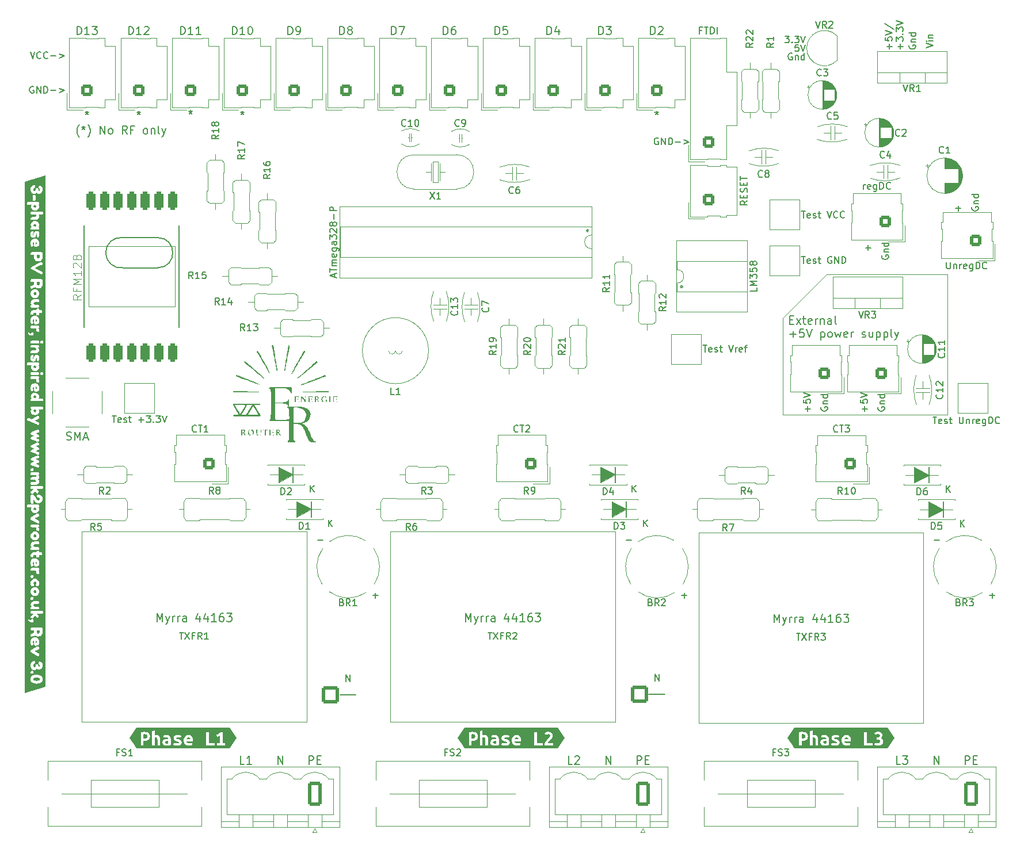
<source format=gbr>
%TF.GenerationSoftware,KiCad,Pcbnew,7.0.7*%
%TF.CreationDate,2023-08-26T16:48:08+02:00*%
%TF.ProjectId,3phaseDiverter-rounded,33706861-7365-4446-9976-65727465722d,3*%
%TF.SameCoordinates,Original*%
%TF.FileFunction,Legend,Top*%
%TF.FilePolarity,Positive*%
%FSLAX46Y46*%
G04 Gerber Fmt 4.6, Leading zero omitted, Abs format (unit mm)*
G04 Created by KiCad (PCBNEW 7.0.7) date 2023-08-26 16:48:08*
%MOMM*%
%LPD*%
G01*
G04 APERTURE LIST*
G04 Aperture macros list*
%AMRoundRect*
0 Rectangle with rounded corners*
0 $1 Rounding radius*
0 $2 $3 $4 $5 $6 $7 $8 $9 X,Y pos of 4 corners*
0 Add a 4 corners polygon primitive as box body*
4,1,4,$2,$3,$4,$5,$6,$7,$8,$9,$2,$3,0*
0 Add four circle primitives for the rounded corners*
1,1,$1+$1,$2,$3*
1,1,$1+$1,$4,$5*
1,1,$1+$1,$6,$7*
1,1,$1+$1,$8,$9*
0 Add four rect primitives between the rounded corners*
20,1,$1+$1,$2,$3,$4,$5,0*
20,1,$1+$1,$4,$5,$6,$7,0*
20,1,$1+$1,$6,$7,$8,$9,0*
20,1,$1+$1,$8,$9,$2,$3,0*%
G04 Aperture macros list end*
%ADD10C,0.150000*%
%ADD11C,0.100000*%
%ADD12C,0.088900*%
%ADD13C,0.120000*%
%ADD14C,0.127000*%
%ADD15C,0.066040*%
%ADD16C,0.200000*%
%ADD17C,3.000000*%
%ADD18RoundRect,0.250000X0.620000X-0.620000X0.620000X0.620000X-0.620000X0.620000X-0.620000X-0.620000X0*%
%ADD19C,1.740000*%
%ADD20C,1.600000*%
%ADD21R,4.000000X4.000000*%
%ADD22R,1.200000X1.200000*%
%ADD23C,1.200000*%
%ADD24O,1.600000X1.600000*%
%ADD25RoundRect,0.337500X-0.337500X1.012500X-0.337500X-1.012500X0.337500X-1.012500X0.337500X1.012500X0*%
%ADD26R,1.600000X2.400000*%
%ADD27O,1.600000X2.400000*%
%ADD28R,2.200000X2.200000*%
%ADD29O,2.200000X2.200000*%
%ADD30C,4.300000*%
%ADD31C,4.700000*%
%ADD32C,7.000000*%
%ADD33R,2.000000X2.000000*%
%ADD34O,2.000000X2.000000*%
%ADD35RoundRect,0.250000X0.620000X0.620000X-0.620000X0.620000X-0.620000X-0.620000X0.620000X-0.620000X0*%
%ADD36R,1.500000X1.050000*%
%ADD37O,1.500000X1.050000*%
%ADD38C,1.500000*%
%ADD39R,2.011600X2.011600*%
%ADD40C,2.011598*%
%ADD41R,1.905000X2.000000*%
%ADD42O,1.905000X2.000000*%
%ADD43RoundRect,0.249999X0.790001X1.550001X-0.790001X1.550001X-0.790001X-1.550001X0.790001X-1.550001X0*%
%ADD44O,2.080000X3.600000*%
%ADD45RoundRect,0.249999X-1.025001X-1.025001X1.025001X-1.025001X1.025001X1.025001X-1.025001X1.025001X0*%
%ADD46C,2.550000*%
%ADD47R,1.600000X1.600000*%
%ADD48C,2.600000*%
%ADD49C,2.050000*%
%ADD50C,2.250000*%
G04 APERTURE END LIST*
D10*
X107579800Y-115519200D02*
X109916600Y-115519200D01*
D11*
X151485600Y-74371200D02*
X127304800Y-74371200D01*
X127304800Y-60147200D01*
X133731000Y-53670200D01*
X151485600Y-53670200D01*
X151485600Y-74371200D01*
D10*
X62139200Y-115570000D02*
X64476000Y-115570000D01*
X16573810Y-20917819D02*
X16907143Y-21917819D01*
X16907143Y-21917819D02*
X17240476Y-20917819D01*
X18145238Y-21822580D02*
X18097619Y-21870200D01*
X18097619Y-21870200D02*
X17954762Y-21917819D01*
X17954762Y-21917819D02*
X17859524Y-21917819D01*
X17859524Y-21917819D02*
X17716667Y-21870200D01*
X17716667Y-21870200D02*
X17621429Y-21774961D01*
X17621429Y-21774961D02*
X17573810Y-21679723D01*
X17573810Y-21679723D02*
X17526191Y-21489247D01*
X17526191Y-21489247D02*
X17526191Y-21346390D01*
X17526191Y-21346390D02*
X17573810Y-21155914D01*
X17573810Y-21155914D02*
X17621429Y-21060676D01*
X17621429Y-21060676D02*
X17716667Y-20965438D01*
X17716667Y-20965438D02*
X17859524Y-20917819D01*
X17859524Y-20917819D02*
X17954762Y-20917819D01*
X17954762Y-20917819D02*
X18097619Y-20965438D01*
X18097619Y-20965438D02*
X18145238Y-21013057D01*
X19145238Y-21822580D02*
X19097619Y-21870200D01*
X19097619Y-21870200D02*
X18954762Y-21917819D01*
X18954762Y-21917819D02*
X18859524Y-21917819D01*
X18859524Y-21917819D02*
X18716667Y-21870200D01*
X18716667Y-21870200D02*
X18621429Y-21774961D01*
X18621429Y-21774961D02*
X18573810Y-21679723D01*
X18573810Y-21679723D02*
X18526191Y-21489247D01*
X18526191Y-21489247D02*
X18526191Y-21346390D01*
X18526191Y-21346390D02*
X18573810Y-21155914D01*
X18573810Y-21155914D02*
X18621429Y-21060676D01*
X18621429Y-21060676D02*
X18716667Y-20965438D01*
X18716667Y-20965438D02*
X18859524Y-20917819D01*
X18859524Y-20917819D02*
X18954762Y-20917819D01*
X18954762Y-20917819D02*
X19097619Y-20965438D01*
X19097619Y-20965438D02*
X19145238Y-21013057D01*
X19573810Y-21536866D02*
X20335715Y-21536866D01*
X20811905Y-21251152D02*
X21573810Y-21536866D01*
X21573810Y-21536866D02*
X20811905Y-21822580D01*
X141859638Y-50876657D02*
X141812019Y-50971895D01*
X141812019Y-50971895D02*
X141812019Y-51114752D01*
X141812019Y-51114752D02*
X141859638Y-51257609D01*
X141859638Y-51257609D02*
X141954876Y-51352847D01*
X141954876Y-51352847D02*
X142050114Y-51400466D01*
X142050114Y-51400466D02*
X142240590Y-51448085D01*
X142240590Y-51448085D02*
X142383447Y-51448085D01*
X142383447Y-51448085D02*
X142573923Y-51400466D01*
X142573923Y-51400466D02*
X142669161Y-51352847D01*
X142669161Y-51352847D02*
X142764400Y-51257609D01*
X142764400Y-51257609D02*
X142812019Y-51114752D01*
X142812019Y-51114752D02*
X142812019Y-51019514D01*
X142812019Y-51019514D02*
X142764400Y-50876657D01*
X142764400Y-50876657D02*
X142716780Y-50829038D01*
X142716780Y-50829038D02*
X142383447Y-50829038D01*
X142383447Y-50829038D02*
X142383447Y-51019514D01*
X142145352Y-50400466D02*
X142812019Y-50400466D01*
X142240590Y-50400466D02*
X142192971Y-50352847D01*
X142192971Y-50352847D02*
X142145352Y-50257609D01*
X142145352Y-50257609D02*
X142145352Y-50114752D01*
X142145352Y-50114752D02*
X142192971Y-50019514D01*
X142192971Y-50019514D02*
X142288209Y-49971895D01*
X142288209Y-49971895D02*
X142812019Y-49971895D01*
X142812019Y-49067133D02*
X141812019Y-49067133D01*
X142764400Y-49067133D02*
X142812019Y-49162371D01*
X142812019Y-49162371D02*
X142812019Y-49352847D01*
X142812019Y-49352847D02*
X142764400Y-49448085D01*
X142764400Y-49448085D02*
X142716780Y-49495704D01*
X142716780Y-49495704D02*
X142621542Y-49543323D01*
X142621542Y-49543323D02*
X142335828Y-49543323D01*
X142335828Y-49543323D02*
X142240590Y-49495704D01*
X142240590Y-49495704D02*
X142192971Y-49448085D01*
X142192971Y-49448085D02*
X142145352Y-49352847D01*
X142145352Y-49352847D02*
X142145352Y-49162371D01*
X142145352Y-49162371D02*
X142192971Y-49067133D01*
X128625742Y-21146395D02*
X128530504Y-21098776D01*
X128530504Y-21098776D02*
X128387647Y-21098776D01*
X128387647Y-21098776D02*
X128244790Y-21146395D01*
X128244790Y-21146395D02*
X128149552Y-21241633D01*
X128149552Y-21241633D02*
X128101933Y-21336871D01*
X128101933Y-21336871D02*
X128054314Y-21527347D01*
X128054314Y-21527347D02*
X128054314Y-21670204D01*
X128054314Y-21670204D02*
X128101933Y-21860680D01*
X128101933Y-21860680D02*
X128149552Y-21955918D01*
X128149552Y-21955918D02*
X128244790Y-22051157D01*
X128244790Y-22051157D02*
X128387647Y-22098776D01*
X128387647Y-22098776D02*
X128482885Y-22098776D01*
X128482885Y-22098776D02*
X128625742Y-22051157D01*
X128625742Y-22051157D02*
X128673361Y-22003537D01*
X128673361Y-22003537D02*
X128673361Y-21670204D01*
X128673361Y-21670204D02*
X128482885Y-21670204D01*
X129101933Y-21432109D02*
X129101933Y-22098776D01*
X129101933Y-21527347D02*
X129149552Y-21479728D01*
X129149552Y-21479728D02*
X129244790Y-21432109D01*
X129244790Y-21432109D02*
X129387647Y-21432109D01*
X129387647Y-21432109D02*
X129482885Y-21479728D01*
X129482885Y-21479728D02*
X129530504Y-21574966D01*
X129530504Y-21574966D02*
X129530504Y-22098776D01*
X130435266Y-22098776D02*
X130435266Y-21098776D01*
X130435266Y-22051157D02*
X130340028Y-22098776D01*
X130340028Y-22098776D02*
X130149552Y-22098776D01*
X130149552Y-22098776D02*
X130054314Y-22051157D01*
X130054314Y-22051157D02*
X130006695Y-22003537D01*
X130006695Y-22003537D02*
X129959076Y-21908299D01*
X129959076Y-21908299D02*
X129959076Y-21622585D01*
X129959076Y-21622585D02*
X130006695Y-21527347D01*
X130006695Y-21527347D02*
X130054314Y-21479728D01*
X130054314Y-21479728D02*
X130149552Y-21432109D01*
X130149552Y-21432109D02*
X130340028Y-21432109D01*
X130340028Y-21432109D02*
X130435266Y-21479728D01*
X32521882Y-29624142D02*
X32521882Y-29909857D01*
X32236168Y-29795571D02*
X32521882Y-29909857D01*
X32521882Y-29909857D02*
X32807597Y-29795571D01*
X32350454Y-30138428D02*
X32521882Y-29909857D01*
X32521882Y-29909857D02*
X32693311Y-30138428D01*
X127578124Y-18581019D02*
X128197171Y-18581019D01*
X128197171Y-18581019D02*
X127863838Y-18961971D01*
X127863838Y-18961971D02*
X128006695Y-18961971D01*
X128006695Y-18961971D02*
X128101933Y-19009590D01*
X128101933Y-19009590D02*
X128149552Y-19057209D01*
X128149552Y-19057209D02*
X128197171Y-19152447D01*
X128197171Y-19152447D02*
X128197171Y-19390542D01*
X128197171Y-19390542D02*
X128149552Y-19485780D01*
X128149552Y-19485780D02*
X128101933Y-19533400D01*
X128101933Y-19533400D02*
X128006695Y-19581019D01*
X128006695Y-19581019D02*
X127720981Y-19581019D01*
X127720981Y-19581019D02*
X127625743Y-19533400D01*
X127625743Y-19533400D02*
X127578124Y-19485780D01*
X128625743Y-19485780D02*
X128673362Y-19533400D01*
X128673362Y-19533400D02*
X128625743Y-19581019D01*
X128625743Y-19581019D02*
X128578124Y-19533400D01*
X128578124Y-19533400D02*
X128625743Y-19485780D01*
X128625743Y-19485780D02*
X128625743Y-19581019D01*
X129006695Y-18581019D02*
X129625742Y-18581019D01*
X129625742Y-18581019D02*
X129292409Y-18961971D01*
X129292409Y-18961971D02*
X129435266Y-18961971D01*
X129435266Y-18961971D02*
X129530504Y-19009590D01*
X129530504Y-19009590D02*
X129578123Y-19057209D01*
X129578123Y-19057209D02*
X129625742Y-19152447D01*
X129625742Y-19152447D02*
X129625742Y-19390542D01*
X129625742Y-19390542D02*
X129578123Y-19485780D01*
X129578123Y-19485780D02*
X129530504Y-19533400D01*
X129530504Y-19533400D02*
X129435266Y-19581019D01*
X129435266Y-19581019D02*
X129149552Y-19581019D01*
X129149552Y-19581019D02*
X129054314Y-19533400D01*
X129054314Y-19533400D02*
X129006695Y-19485780D01*
X129911457Y-18581019D02*
X130244790Y-19581019D01*
X130244790Y-19581019D02*
X130578123Y-18581019D01*
X108947200Y-33614638D02*
X108851962Y-33567019D01*
X108851962Y-33567019D02*
X108709105Y-33567019D01*
X108709105Y-33567019D02*
X108566248Y-33614638D01*
X108566248Y-33614638D02*
X108471010Y-33709876D01*
X108471010Y-33709876D02*
X108423391Y-33805114D01*
X108423391Y-33805114D02*
X108375772Y-33995590D01*
X108375772Y-33995590D02*
X108375772Y-34138447D01*
X108375772Y-34138447D02*
X108423391Y-34328923D01*
X108423391Y-34328923D02*
X108471010Y-34424161D01*
X108471010Y-34424161D02*
X108566248Y-34519400D01*
X108566248Y-34519400D02*
X108709105Y-34567019D01*
X108709105Y-34567019D02*
X108804343Y-34567019D01*
X108804343Y-34567019D02*
X108947200Y-34519400D01*
X108947200Y-34519400D02*
X108994819Y-34471780D01*
X108994819Y-34471780D02*
X108994819Y-34138447D01*
X108994819Y-34138447D02*
X108804343Y-34138447D01*
X109423391Y-34567019D02*
X109423391Y-33567019D01*
X109423391Y-33567019D02*
X109994819Y-34567019D01*
X109994819Y-34567019D02*
X109994819Y-33567019D01*
X110471010Y-34567019D02*
X110471010Y-33567019D01*
X110471010Y-33567019D02*
X110709105Y-33567019D01*
X110709105Y-33567019D02*
X110851962Y-33614638D01*
X110851962Y-33614638D02*
X110947200Y-33709876D01*
X110947200Y-33709876D02*
X110994819Y-33805114D01*
X110994819Y-33805114D02*
X111042438Y-33995590D01*
X111042438Y-33995590D02*
X111042438Y-34138447D01*
X111042438Y-34138447D02*
X110994819Y-34328923D01*
X110994819Y-34328923D02*
X110947200Y-34424161D01*
X110947200Y-34424161D02*
X110851962Y-34519400D01*
X110851962Y-34519400D02*
X110709105Y-34567019D01*
X110709105Y-34567019D02*
X110471010Y-34567019D01*
X111471010Y-34186066D02*
X112232915Y-34186066D01*
X112709105Y-33900352D02*
X113471010Y-34186066D01*
X113471010Y-34186066D02*
X112709105Y-34471780D01*
X23778343Y-33465685D02*
X23721200Y-33408542D01*
X23721200Y-33408542D02*
X23606914Y-33237114D01*
X23606914Y-33237114D02*
X23549772Y-33122828D01*
X23549772Y-33122828D02*
X23492629Y-32951400D01*
X23492629Y-32951400D02*
X23435486Y-32665685D01*
X23435486Y-32665685D02*
X23435486Y-32437114D01*
X23435486Y-32437114D02*
X23492629Y-32151400D01*
X23492629Y-32151400D02*
X23549772Y-31979971D01*
X23549772Y-31979971D02*
X23606914Y-31865685D01*
X23606914Y-31865685D02*
X23721200Y-31694257D01*
X23721200Y-31694257D02*
X23778343Y-31637114D01*
X24406914Y-31808542D02*
X24406914Y-32094257D01*
X24121200Y-31979971D02*
X24406914Y-32094257D01*
X24406914Y-32094257D02*
X24692629Y-31979971D01*
X24235486Y-32322828D02*
X24406914Y-32094257D01*
X24406914Y-32094257D02*
X24578343Y-32322828D01*
X25035486Y-33465685D02*
X25092629Y-33408542D01*
X25092629Y-33408542D02*
X25206915Y-33237114D01*
X25206915Y-33237114D02*
X25264058Y-33122828D01*
X25264058Y-33122828D02*
X25321200Y-32951400D01*
X25321200Y-32951400D02*
X25378343Y-32665685D01*
X25378343Y-32665685D02*
X25378343Y-32437114D01*
X25378343Y-32437114D02*
X25321200Y-32151400D01*
X25321200Y-32151400D02*
X25264058Y-31979971D01*
X25264058Y-31979971D02*
X25206915Y-31865685D01*
X25206915Y-31865685D02*
X25092629Y-31694257D01*
X25092629Y-31694257D02*
X25035486Y-31637114D01*
X26864058Y-33008542D02*
X26864058Y-31808542D01*
X26864058Y-31808542D02*
X27549772Y-33008542D01*
X27549772Y-33008542D02*
X27549772Y-31808542D01*
X28292629Y-33008542D02*
X28178344Y-32951400D01*
X28178344Y-32951400D02*
X28121201Y-32894257D01*
X28121201Y-32894257D02*
X28064058Y-32779971D01*
X28064058Y-32779971D02*
X28064058Y-32437114D01*
X28064058Y-32437114D02*
X28121201Y-32322828D01*
X28121201Y-32322828D02*
X28178344Y-32265685D01*
X28178344Y-32265685D02*
X28292629Y-32208542D01*
X28292629Y-32208542D02*
X28464058Y-32208542D01*
X28464058Y-32208542D02*
X28578344Y-32265685D01*
X28578344Y-32265685D02*
X28635487Y-32322828D01*
X28635487Y-32322828D02*
X28692629Y-32437114D01*
X28692629Y-32437114D02*
X28692629Y-32779971D01*
X28692629Y-32779971D02*
X28635487Y-32894257D01*
X28635487Y-32894257D02*
X28578344Y-32951400D01*
X28578344Y-32951400D02*
X28464058Y-33008542D01*
X28464058Y-33008542D02*
X28292629Y-33008542D01*
X30806915Y-33008542D02*
X30406915Y-32437114D01*
X30121201Y-33008542D02*
X30121201Y-31808542D01*
X30121201Y-31808542D02*
X30578344Y-31808542D01*
X30578344Y-31808542D02*
X30692629Y-31865685D01*
X30692629Y-31865685D02*
X30749772Y-31922828D01*
X30749772Y-31922828D02*
X30806915Y-32037114D01*
X30806915Y-32037114D02*
X30806915Y-32208542D01*
X30806915Y-32208542D02*
X30749772Y-32322828D01*
X30749772Y-32322828D02*
X30692629Y-32379971D01*
X30692629Y-32379971D02*
X30578344Y-32437114D01*
X30578344Y-32437114D02*
X30121201Y-32437114D01*
X31721201Y-32379971D02*
X31321201Y-32379971D01*
X31321201Y-33008542D02*
X31321201Y-31808542D01*
X31321201Y-31808542D02*
X31892629Y-31808542D01*
X33435486Y-33008542D02*
X33321201Y-32951400D01*
X33321201Y-32951400D02*
X33264058Y-32894257D01*
X33264058Y-32894257D02*
X33206915Y-32779971D01*
X33206915Y-32779971D02*
X33206915Y-32437114D01*
X33206915Y-32437114D02*
X33264058Y-32322828D01*
X33264058Y-32322828D02*
X33321201Y-32265685D01*
X33321201Y-32265685D02*
X33435486Y-32208542D01*
X33435486Y-32208542D02*
X33606915Y-32208542D01*
X33606915Y-32208542D02*
X33721201Y-32265685D01*
X33721201Y-32265685D02*
X33778344Y-32322828D01*
X33778344Y-32322828D02*
X33835486Y-32437114D01*
X33835486Y-32437114D02*
X33835486Y-32779971D01*
X33835486Y-32779971D02*
X33778344Y-32894257D01*
X33778344Y-32894257D02*
X33721201Y-32951400D01*
X33721201Y-32951400D02*
X33606915Y-33008542D01*
X33606915Y-33008542D02*
X33435486Y-33008542D01*
X34349772Y-32208542D02*
X34349772Y-33008542D01*
X34349772Y-32322828D02*
X34406915Y-32265685D01*
X34406915Y-32265685D02*
X34521200Y-32208542D01*
X34521200Y-32208542D02*
X34692629Y-32208542D01*
X34692629Y-32208542D02*
X34806915Y-32265685D01*
X34806915Y-32265685D02*
X34864058Y-32379971D01*
X34864058Y-32379971D02*
X34864058Y-33008542D01*
X35606914Y-33008542D02*
X35492629Y-32951400D01*
X35492629Y-32951400D02*
X35435486Y-32837114D01*
X35435486Y-32837114D02*
X35435486Y-31808542D01*
X35949771Y-32208542D02*
X36235485Y-33008542D01*
X36521200Y-32208542D02*
X36235485Y-33008542D01*
X36235485Y-33008542D02*
X36121200Y-33294257D01*
X36121200Y-33294257D02*
X36064057Y-33351400D01*
X36064057Y-33351400D02*
X35949771Y-33408542D01*
X155102838Y-43746657D02*
X155055219Y-43841895D01*
X155055219Y-43841895D02*
X155055219Y-43984752D01*
X155055219Y-43984752D02*
X155102838Y-44127609D01*
X155102838Y-44127609D02*
X155198076Y-44222847D01*
X155198076Y-44222847D02*
X155293314Y-44270466D01*
X155293314Y-44270466D02*
X155483790Y-44318085D01*
X155483790Y-44318085D02*
X155626647Y-44318085D01*
X155626647Y-44318085D02*
X155817123Y-44270466D01*
X155817123Y-44270466D02*
X155912361Y-44222847D01*
X155912361Y-44222847D02*
X156007600Y-44127609D01*
X156007600Y-44127609D02*
X156055219Y-43984752D01*
X156055219Y-43984752D02*
X156055219Y-43889514D01*
X156055219Y-43889514D02*
X156007600Y-43746657D01*
X156007600Y-43746657D02*
X155959980Y-43699038D01*
X155959980Y-43699038D02*
X155626647Y-43699038D01*
X155626647Y-43699038D02*
X155626647Y-43889514D01*
X155388552Y-43270466D02*
X156055219Y-43270466D01*
X155483790Y-43270466D02*
X155436171Y-43222847D01*
X155436171Y-43222847D02*
X155388552Y-43127609D01*
X155388552Y-43127609D02*
X155388552Y-42984752D01*
X155388552Y-42984752D02*
X155436171Y-42889514D01*
X155436171Y-42889514D02*
X155531409Y-42841895D01*
X155531409Y-42841895D02*
X156055219Y-42841895D01*
X156055219Y-41937133D02*
X155055219Y-41937133D01*
X156007600Y-41937133D02*
X156055219Y-42032371D01*
X156055219Y-42032371D02*
X156055219Y-42222847D01*
X156055219Y-42222847D02*
X156007600Y-42318085D01*
X156007600Y-42318085D02*
X155959980Y-42365704D01*
X155959980Y-42365704D02*
X155864742Y-42413323D01*
X155864742Y-42413323D02*
X155579028Y-42413323D01*
X155579028Y-42413323D02*
X155483790Y-42365704D01*
X155483790Y-42365704D02*
X155436171Y-42318085D01*
X155436171Y-42318085D02*
X155388552Y-42222847D01*
X155388552Y-42222847D02*
X155388552Y-42032371D01*
X155388552Y-42032371D02*
X155436171Y-41937133D01*
X145857238Y-19946857D02*
X145809619Y-20042095D01*
X145809619Y-20042095D02*
X145809619Y-20184952D01*
X145809619Y-20184952D02*
X145857238Y-20327809D01*
X145857238Y-20327809D02*
X145952476Y-20423047D01*
X145952476Y-20423047D02*
X146047714Y-20470666D01*
X146047714Y-20470666D02*
X146238190Y-20518285D01*
X146238190Y-20518285D02*
X146381047Y-20518285D01*
X146381047Y-20518285D02*
X146571523Y-20470666D01*
X146571523Y-20470666D02*
X146666761Y-20423047D01*
X146666761Y-20423047D02*
X146762000Y-20327809D01*
X146762000Y-20327809D02*
X146809619Y-20184952D01*
X146809619Y-20184952D02*
X146809619Y-20089714D01*
X146809619Y-20089714D02*
X146762000Y-19946857D01*
X146762000Y-19946857D02*
X146714380Y-19899238D01*
X146714380Y-19899238D02*
X146381047Y-19899238D01*
X146381047Y-19899238D02*
X146381047Y-20089714D01*
X146142952Y-19470666D02*
X146809619Y-19470666D01*
X146238190Y-19470666D02*
X146190571Y-19423047D01*
X146190571Y-19423047D02*
X146142952Y-19327809D01*
X146142952Y-19327809D02*
X146142952Y-19184952D01*
X146142952Y-19184952D02*
X146190571Y-19089714D01*
X146190571Y-19089714D02*
X146285809Y-19042095D01*
X146285809Y-19042095D02*
X146809619Y-19042095D01*
X146809619Y-18137333D02*
X145809619Y-18137333D01*
X146762000Y-18137333D02*
X146809619Y-18232571D01*
X146809619Y-18232571D02*
X146809619Y-18423047D01*
X146809619Y-18423047D02*
X146762000Y-18518285D01*
X146762000Y-18518285D02*
X146714380Y-18565904D01*
X146714380Y-18565904D02*
X146619142Y-18613523D01*
X146619142Y-18613523D02*
X146333428Y-18613523D01*
X146333428Y-18613523D02*
X146238190Y-18565904D01*
X146238190Y-18565904D02*
X146190571Y-18518285D01*
X146190571Y-18518285D02*
X146142952Y-18423047D01*
X146142952Y-18423047D02*
X146142952Y-18232571D01*
X146142952Y-18232571D02*
X146190571Y-18137333D01*
X139436248Y-49745404D02*
X140198153Y-49745404D01*
X139817200Y-50126357D02*
X139817200Y-49364452D01*
X40139765Y-29497142D02*
X40139765Y-29782857D01*
X39854051Y-29668571D02*
X40139765Y-29782857D01*
X40139765Y-29782857D02*
X40425480Y-29668571D01*
X39968337Y-30011428D02*
X40139765Y-29782857D01*
X40139765Y-29782857D02*
X40311194Y-30011428D01*
X17050000Y-26045438D02*
X16954762Y-25997819D01*
X16954762Y-25997819D02*
X16811905Y-25997819D01*
X16811905Y-25997819D02*
X16669048Y-26045438D01*
X16669048Y-26045438D02*
X16573810Y-26140676D01*
X16573810Y-26140676D02*
X16526191Y-26235914D01*
X16526191Y-26235914D02*
X16478572Y-26426390D01*
X16478572Y-26426390D02*
X16478572Y-26569247D01*
X16478572Y-26569247D02*
X16526191Y-26759723D01*
X16526191Y-26759723D02*
X16573810Y-26854961D01*
X16573810Y-26854961D02*
X16669048Y-26950200D01*
X16669048Y-26950200D02*
X16811905Y-26997819D01*
X16811905Y-26997819D02*
X16907143Y-26997819D01*
X16907143Y-26997819D02*
X17050000Y-26950200D01*
X17050000Y-26950200D02*
X17097619Y-26902580D01*
X17097619Y-26902580D02*
X17097619Y-26569247D01*
X17097619Y-26569247D02*
X16907143Y-26569247D01*
X17526191Y-26997819D02*
X17526191Y-25997819D01*
X17526191Y-25997819D02*
X18097619Y-26997819D01*
X18097619Y-26997819D02*
X18097619Y-25997819D01*
X18573810Y-26997819D02*
X18573810Y-25997819D01*
X18573810Y-25997819D02*
X18811905Y-25997819D01*
X18811905Y-25997819D02*
X18954762Y-26045438D01*
X18954762Y-26045438D02*
X19050000Y-26140676D01*
X19050000Y-26140676D02*
X19097619Y-26235914D01*
X19097619Y-26235914D02*
X19145238Y-26426390D01*
X19145238Y-26426390D02*
X19145238Y-26569247D01*
X19145238Y-26569247D02*
X19097619Y-26759723D01*
X19097619Y-26759723D02*
X19050000Y-26854961D01*
X19050000Y-26854961D02*
X18954762Y-26950200D01*
X18954762Y-26950200D02*
X18811905Y-26997819D01*
X18811905Y-26997819D02*
X18573810Y-26997819D01*
X19573810Y-26616866D02*
X20335715Y-26616866D01*
X20811905Y-26331152D02*
X21573810Y-26616866D01*
X21573810Y-26616866D02*
X20811905Y-26902580D01*
X108700712Y-29624142D02*
X108700712Y-29909857D01*
X108414998Y-29795571D02*
X108700712Y-29909857D01*
X108700712Y-29909857D02*
X108986427Y-29795571D01*
X108529284Y-30138428D02*
X108700712Y-29909857D01*
X108700712Y-29909857D02*
X108872141Y-30138428D01*
X142956666Y-20491220D02*
X142956666Y-19729316D01*
X143337619Y-20110268D02*
X142575714Y-20110268D01*
X142337619Y-18776935D02*
X142337619Y-19253125D01*
X142337619Y-19253125D02*
X142813809Y-19300744D01*
X142813809Y-19300744D02*
X142766190Y-19253125D01*
X142766190Y-19253125D02*
X142718571Y-19157887D01*
X142718571Y-19157887D02*
X142718571Y-18919792D01*
X142718571Y-18919792D02*
X142766190Y-18824554D01*
X142766190Y-18824554D02*
X142813809Y-18776935D01*
X142813809Y-18776935D02*
X142909047Y-18729316D01*
X142909047Y-18729316D02*
X143147142Y-18729316D01*
X143147142Y-18729316D02*
X143242380Y-18776935D01*
X143242380Y-18776935D02*
X143290000Y-18824554D01*
X143290000Y-18824554D02*
X143337619Y-18919792D01*
X143337619Y-18919792D02*
X143337619Y-19157887D01*
X143337619Y-19157887D02*
X143290000Y-19253125D01*
X143290000Y-19253125D02*
X143242380Y-19300744D01*
X142337619Y-18443601D02*
X143337619Y-18110268D01*
X143337619Y-18110268D02*
X142337619Y-17776935D01*
X142290000Y-16729316D02*
X143575714Y-17586458D01*
X144566666Y-20491220D02*
X144566666Y-19729316D01*
X144947619Y-20110268D02*
X144185714Y-20110268D01*
X143947619Y-19348363D02*
X143947619Y-18729316D01*
X143947619Y-18729316D02*
X144328571Y-19062649D01*
X144328571Y-19062649D02*
X144328571Y-18919792D01*
X144328571Y-18919792D02*
X144376190Y-18824554D01*
X144376190Y-18824554D02*
X144423809Y-18776935D01*
X144423809Y-18776935D02*
X144519047Y-18729316D01*
X144519047Y-18729316D02*
X144757142Y-18729316D01*
X144757142Y-18729316D02*
X144852380Y-18776935D01*
X144852380Y-18776935D02*
X144900000Y-18824554D01*
X144900000Y-18824554D02*
X144947619Y-18919792D01*
X144947619Y-18919792D02*
X144947619Y-19205506D01*
X144947619Y-19205506D02*
X144900000Y-19300744D01*
X144900000Y-19300744D02*
X144852380Y-19348363D01*
X144852380Y-18300744D02*
X144900000Y-18253125D01*
X144900000Y-18253125D02*
X144947619Y-18300744D01*
X144947619Y-18300744D02*
X144900000Y-18348363D01*
X144900000Y-18348363D02*
X144852380Y-18300744D01*
X144852380Y-18300744D02*
X144947619Y-18300744D01*
X143947619Y-17919792D02*
X143947619Y-17300745D01*
X143947619Y-17300745D02*
X144328571Y-17634078D01*
X144328571Y-17634078D02*
X144328571Y-17491221D01*
X144328571Y-17491221D02*
X144376190Y-17395983D01*
X144376190Y-17395983D02*
X144423809Y-17348364D01*
X144423809Y-17348364D02*
X144519047Y-17300745D01*
X144519047Y-17300745D02*
X144757142Y-17300745D01*
X144757142Y-17300745D02*
X144852380Y-17348364D01*
X144852380Y-17348364D02*
X144900000Y-17395983D01*
X144900000Y-17395983D02*
X144947619Y-17491221D01*
X144947619Y-17491221D02*
X144947619Y-17776935D01*
X144947619Y-17776935D02*
X144900000Y-17872173D01*
X144900000Y-17872173D02*
X144852380Y-17919792D01*
X143947619Y-17015030D02*
X144947619Y-16681697D01*
X144947619Y-16681697D02*
X143947619Y-16348364D01*
X47757648Y-29624142D02*
X47757648Y-29909857D01*
X47471934Y-29795571D02*
X47757648Y-29909857D01*
X47757648Y-29909857D02*
X48043363Y-29795571D01*
X47586220Y-30138428D02*
X47757648Y-29909857D01*
X47757648Y-29909857D02*
X47929077Y-30138428D01*
X148349619Y-20327808D02*
X149349619Y-19994475D01*
X149349619Y-19994475D02*
X148349619Y-19661142D01*
X149349619Y-19327808D02*
X148682952Y-19327808D01*
X148349619Y-19327808D02*
X148397238Y-19375427D01*
X148397238Y-19375427D02*
X148444857Y-19327808D01*
X148444857Y-19327808D02*
X148397238Y-19280189D01*
X148397238Y-19280189D02*
X148349619Y-19327808D01*
X148349619Y-19327808D02*
X148444857Y-19327808D01*
X148682952Y-18851618D02*
X149349619Y-18851618D01*
X148778190Y-18851618D02*
X148730571Y-18803999D01*
X148730571Y-18803999D02*
X148682952Y-18708761D01*
X148682952Y-18708761D02*
X148682952Y-18565904D01*
X148682952Y-18565904D02*
X148730571Y-18470666D01*
X148730571Y-18470666D02*
X148825809Y-18423047D01*
X148825809Y-18423047D02*
X149349619Y-18423047D01*
X141285238Y-73210657D02*
X141237619Y-73305895D01*
X141237619Y-73305895D02*
X141237619Y-73448752D01*
X141237619Y-73448752D02*
X141285238Y-73591609D01*
X141285238Y-73591609D02*
X141380476Y-73686847D01*
X141380476Y-73686847D02*
X141475714Y-73734466D01*
X141475714Y-73734466D02*
X141666190Y-73782085D01*
X141666190Y-73782085D02*
X141809047Y-73782085D01*
X141809047Y-73782085D02*
X141999523Y-73734466D01*
X141999523Y-73734466D02*
X142094761Y-73686847D01*
X142094761Y-73686847D02*
X142190000Y-73591609D01*
X142190000Y-73591609D02*
X142237619Y-73448752D01*
X142237619Y-73448752D02*
X142237619Y-73353514D01*
X142237619Y-73353514D02*
X142190000Y-73210657D01*
X142190000Y-73210657D02*
X142142380Y-73163038D01*
X142142380Y-73163038D02*
X141809047Y-73163038D01*
X141809047Y-73163038D02*
X141809047Y-73353514D01*
X141570952Y-72734466D02*
X142237619Y-72734466D01*
X141666190Y-72734466D02*
X141618571Y-72686847D01*
X141618571Y-72686847D02*
X141570952Y-72591609D01*
X141570952Y-72591609D02*
X141570952Y-72448752D01*
X141570952Y-72448752D02*
X141618571Y-72353514D01*
X141618571Y-72353514D02*
X141713809Y-72305895D01*
X141713809Y-72305895D02*
X142237619Y-72305895D01*
X142237619Y-71401133D02*
X141237619Y-71401133D01*
X142190000Y-71401133D02*
X142237619Y-71496371D01*
X142237619Y-71496371D02*
X142237619Y-71686847D01*
X142237619Y-71686847D02*
X142190000Y-71782085D01*
X142190000Y-71782085D02*
X142142380Y-71829704D01*
X142142380Y-71829704D02*
X142047142Y-71877323D01*
X142047142Y-71877323D02*
X141761428Y-71877323D01*
X141761428Y-71877323D02*
X141666190Y-71829704D01*
X141666190Y-71829704D02*
X141618571Y-71782085D01*
X141618571Y-71782085D02*
X141570952Y-71686847D01*
X141570952Y-71686847D02*
X141570952Y-71496371D01*
X141570952Y-71496371D02*
X141618571Y-71401133D01*
X132903238Y-73210657D02*
X132855619Y-73305895D01*
X132855619Y-73305895D02*
X132855619Y-73448752D01*
X132855619Y-73448752D02*
X132903238Y-73591609D01*
X132903238Y-73591609D02*
X132998476Y-73686847D01*
X132998476Y-73686847D02*
X133093714Y-73734466D01*
X133093714Y-73734466D02*
X133284190Y-73782085D01*
X133284190Y-73782085D02*
X133427047Y-73782085D01*
X133427047Y-73782085D02*
X133617523Y-73734466D01*
X133617523Y-73734466D02*
X133712761Y-73686847D01*
X133712761Y-73686847D02*
X133808000Y-73591609D01*
X133808000Y-73591609D02*
X133855619Y-73448752D01*
X133855619Y-73448752D02*
X133855619Y-73353514D01*
X133855619Y-73353514D02*
X133808000Y-73210657D01*
X133808000Y-73210657D02*
X133760380Y-73163038D01*
X133760380Y-73163038D02*
X133427047Y-73163038D01*
X133427047Y-73163038D02*
X133427047Y-73353514D01*
X133188952Y-72734466D02*
X133855619Y-72734466D01*
X133284190Y-72734466D02*
X133236571Y-72686847D01*
X133236571Y-72686847D02*
X133188952Y-72591609D01*
X133188952Y-72591609D02*
X133188952Y-72448752D01*
X133188952Y-72448752D02*
X133236571Y-72353514D01*
X133236571Y-72353514D02*
X133331809Y-72305895D01*
X133331809Y-72305895D02*
X133855619Y-72305895D01*
X133855619Y-71401133D02*
X132855619Y-71401133D01*
X133808000Y-71401133D02*
X133855619Y-71496371D01*
X133855619Y-71496371D02*
X133855619Y-71686847D01*
X133855619Y-71686847D02*
X133808000Y-71782085D01*
X133808000Y-71782085D02*
X133760380Y-71829704D01*
X133760380Y-71829704D02*
X133665142Y-71877323D01*
X133665142Y-71877323D02*
X133379428Y-71877323D01*
X133379428Y-71877323D02*
X133284190Y-71829704D01*
X133284190Y-71829704D02*
X133236571Y-71782085D01*
X133236571Y-71782085D02*
X133188952Y-71686847D01*
X133188952Y-71686847D02*
X133188952Y-71496371D01*
X133188952Y-71496371D02*
X133236571Y-71401133D01*
X152679448Y-43939666D02*
X153441353Y-43939666D01*
X153060400Y-44320619D02*
X153060400Y-43558714D01*
X129578123Y-19851019D02*
X129101933Y-19851019D01*
X129101933Y-19851019D02*
X129054314Y-20327209D01*
X129054314Y-20327209D02*
X129101933Y-20279590D01*
X129101933Y-20279590D02*
X129197171Y-20231971D01*
X129197171Y-20231971D02*
X129435266Y-20231971D01*
X129435266Y-20231971D02*
X129530504Y-20279590D01*
X129530504Y-20279590D02*
X129578123Y-20327209D01*
X129578123Y-20327209D02*
X129625742Y-20422447D01*
X129625742Y-20422447D02*
X129625742Y-20660542D01*
X129625742Y-20660542D02*
X129578123Y-20755780D01*
X129578123Y-20755780D02*
X129530504Y-20803400D01*
X129530504Y-20803400D02*
X129435266Y-20851019D01*
X129435266Y-20851019D02*
X129197171Y-20851019D01*
X129197171Y-20851019D02*
X129101933Y-20803400D01*
X129101933Y-20803400D02*
X129054314Y-20755780D01*
X129911457Y-19851019D02*
X130244790Y-20851019D01*
X130244790Y-20851019D02*
X130578123Y-19851019D01*
X24903999Y-29624142D02*
X24903999Y-29909857D01*
X24618285Y-29795571D02*
X24903999Y-29909857D01*
X24903999Y-29909857D02*
X25189714Y-29795571D01*
X24732571Y-30138428D02*
X24903999Y-29909857D01*
X24903999Y-29909857D02*
X25075428Y-30138428D01*
X128300198Y-60369971D02*
X128700198Y-60369971D01*
X128871626Y-60998542D02*
X128300198Y-60998542D01*
X128300198Y-60998542D02*
X128300198Y-59798542D01*
X128300198Y-59798542D02*
X128871626Y-59798542D01*
X129271626Y-60998542D02*
X129900198Y-60198542D01*
X129271626Y-60198542D02*
X129900198Y-60998542D01*
X130185912Y-60198542D02*
X130643055Y-60198542D01*
X130357341Y-59798542D02*
X130357341Y-60827114D01*
X130357341Y-60827114D02*
X130414484Y-60941400D01*
X130414484Y-60941400D02*
X130528769Y-60998542D01*
X130528769Y-60998542D02*
X130643055Y-60998542D01*
X131500198Y-60941400D02*
X131385912Y-60998542D01*
X131385912Y-60998542D02*
X131157341Y-60998542D01*
X131157341Y-60998542D02*
X131043055Y-60941400D01*
X131043055Y-60941400D02*
X130985912Y-60827114D01*
X130985912Y-60827114D02*
X130985912Y-60369971D01*
X130985912Y-60369971D02*
X131043055Y-60255685D01*
X131043055Y-60255685D02*
X131157341Y-60198542D01*
X131157341Y-60198542D02*
X131385912Y-60198542D01*
X131385912Y-60198542D02*
X131500198Y-60255685D01*
X131500198Y-60255685D02*
X131557341Y-60369971D01*
X131557341Y-60369971D02*
X131557341Y-60484257D01*
X131557341Y-60484257D02*
X130985912Y-60598542D01*
X132071626Y-60998542D02*
X132071626Y-60198542D01*
X132071626Y-60427114D02*
X132128769Y-60312828D01*
X132128769Y-60312828D02*
X132185912Y-60255685D01*
X132185912Y-60255685D02*
X132300197Y-60198542D01*
X132300197Y-60198542D02*
X132414483Y-60198542D01*
X132814483Y-60198542D02*
X132814483Y-60998542D01*
X132814483Y-60312828D02*
X132871626Y-60255685D01*
X132871626Y-60255685D02*
X132985911Y-60198542D01*
X132985911Y-60198542D02*
X133157340Y-60198542D01*
X133157340Y-60198542D02*
X133271626Y-60255685D01*
X133271626Y-60255685D02*
X133328769Y-60369971D01*
X133328769Y-60369971D02*
X133328769Y-60998542D01*
X134414483Y-60998542D02*
X134414483Y-60369971D01*
X134414483Y-60369971D02*
X134357340Y-60255685D01*
X134357340Y-60255685D02*
X134243054Y-60198542D01*
X134243054Y-60198542D02*
X134014483Y-60198542D01*
X134014483Y-60198542D02*
X133900197Y-60255685D01*
X134414483Y-60941400D02*
X134300197Y-60998542D01*
X134300197Y-60998542D02*
X134014483Y-60998542D01*
X134014483Y-60998542D02*
X133900197Y-60941400D01*
X133900197Y-60941400D02*
X133843054Y-60827114D01*
X133843054Y-60827114D02*
X133843054Y-60712828D01*
X133843054Y-60712828D02*
X133900197Y-60598542D01*
X133900197Y-60598542D02*
X134014483Y-60541400D01*
X134014483Y-60541400D02*
X134300197Y-60541400D01*
X134300197Y-60541400D02*
X134414483Y-60484257D01*
X135157339Y-60998542D02*
X135043054Y-60941400D01*
X135043054Y-60941400D02*
X134985911Y-60827114D01*
X134985911Y-60827114D02*
X134985911Y-59798542D01*
X128300198Y-62473400D02*
X129214484Y-62473400D01*
X128757341Y-62930542D02*
X128757341Y-62016257D01*
X130357340Y-61730542D02*
X129785912Y-61730542D01*
X129785912Y-61730542D02*
X129728769Y-62301971D01*
X129728769Y-62301971D02*
X129785912Y-62244828D01*
X129785912Y-62244828D02*
X129900198Y-62187685D01*
X129900198Y-62187685D02*
X130185912Y-62187685D01*
X130185912Y-62187685D02*
X130300198Y-62244828D01*
X130300198Y-62244828D02*
X130357340Y-62301971D01*
X130357340Y-62301971D02*
X130414483Y-62416257D01*
X130414483Y-62416257D02*
X130414483Y-62701971D01*
X130414483Y-62701971D02*
X130357340Y-62816257D01*
X130357340Y-62816257D02*
X130300198Y-62873400D01*
X130300198Y-62873400D02*
X130185912Y-62930542D01*
X130185912Y-62930542D02*
X129900198Y-62930542D01*
X129900198Y-62930542D02*
X129785912Y-62873400D01*
X129785912Y-62873400D02*
X129728769Y-62816257D01*
X130757340Y-61730542D02*
X131157340Y-62930542D01*
X131157340Y-62930542D02*
X131557340Y-61730542D01*
X132871626Y-62130542D02*
X132871626Y-63330542D01*
X132871626Y-62187685D02*
X132985912Y-62130542D01*
X132985912Y-62130542D02*
X133214483Y-62130542D01*
X133214483Y-62130542D02*
X133328769Y-62187685D01*
X133328769Y-62187685D02*
X133385912Y-62244828D01*
X133385912Y-62244828D02*
X133443054Y-62359114D01*
X133443054Y-62359114D02*
X133443054Y-62701971D01*
X133443054Y-62701971D02*
X133385912Y-62816257D01*
X133385912Y-62816257D02*
X133328769Y-62873400D01*
X133328769Y-62873400D02*
X133214483Y-62930542D01*
X133214483Y-62930542D02*
X132985912Y-62930542D01*
X132985912Y-62930542D02*
X132871626Y-62873400D01*
X134128768Y-62930542D02*
X134014483Y-62873400D01*
X134014483Y-62873400D02*
X133957340Y-62816257D01*
X133957340Y-62816257D02*
X133900197Y-62701971D01*
X133900197Y-62701971D02*
X133900197Y-62359114D01*
X133900197Y-62359114D02*
X133957340Y-62244828D01*
X133957340Y-62244828D02*
X134014483Y-62187685D01*
X134014483Y-62187685D02*
X134128768Y-62130542D01*
X134128768Y-62130542D02*
X134300197Y-62130542D01*
X134300197Y-62130542D02*
X134414483Y-62187685D01*
X134414483Y-62187685D02*
X134471626Y-62244828D01*
X134471626Y-62244828D02*
X134528768Y-62359114D01*
X134528768Y-62359114D02*
X134528768Y-62701971D01*
X134528768Y-62701971D02*
X134471626Y-62816257D01*
X134471626Y-62816257D02*
X134414483Y-62873400D01*
X134414483Y-62873400D02*
X134300197Y-62930542D01*
X134300197Y-62930542D02*
X134128768Y-62930542D01*
X134928768Y-62130542D02*
X135157340Y-62930542D01*
X135157340Y-62930542D02*
X135385911Y-62359114D01*
X135385911Y-62359114D02*
X135614482Y-62930542D01*
X135614482Y-62930542D02*
X135843054Y-62130542D01*
X136757340Y-62873400D02*
X136643054Y-62930542D01*
X136643054Y-62930542D02*
X136414483Y-62930542D01*
X136414483Y-62930542D02*
X136300197Y-62873400D01*
X136300197Y-62873400D02*
X136243054Y-62759114D01*
X136243054Y-62759114D02*
X136243054Y-62301971D01*
X136243054Y-62301971D02*
X136300197Y-62187685D01*
X136300197Y-62187685D02*
X136414483Y-62130542D01*
X136414483Y-62130542D02*
X136643054Y-62130542D01*
X136643054Y-62130542D02*
X136757340Y-62187685D01*
X136757340Y-62187685D02*
X136814483Y-62301971D01*
X136814483Y-62301971D02*
X136814483Y-62416257D01*
X136814483Y-62416257D02*
X136243054Y-62530542D01*
X137328768Y-62930542D02*
X137328768Y-62130542D01*
X137328768Y-62359114D02*
X137385911Y-62244828D01*
X137385911Y-62244828D02*
X137443054Y-62187685D01*
X137443054Y-62187685D02*
X137557339Y-62130542D01*
X137557339Y-62130542D02*
X137671625Y-62130542D01*
X138928768Y-62873400D02*
X139043054Y-62930542D01*
X139043054Y-62930542D02*
X139271625Y-62930542D01*
X139271625Y-62930542D02*
X139385911Y-62873400D01*
X139385911Y-62873400D02*
X139443054Y-62759114D01*
X139443054Y-62759114D02*
X139443054Y-62701971D01*
X139443054Y-62701971D02*
X139385911Y-62587685D01*
X139385911Y-62587685D02*
X139271625Y-62530542D01*
X139271625Y-62530542D02*
X139100197Y-62530542D01*
X139100197Y-62530542D02*
X138985911Y-62473400D01*
X138985911Y-62473400D02*
X138928768Y-62359114D01*
X138928768Y-62359114D02*
X138928768Y-62301971D01*
X138928768Y-62301971D02*
X138985911Y-62187685D01*
X138985911Y-62187685D02*
X139100197Y-62130542D01*
X139100197Y-62130542D02*
X139271625Y-62130542D01*
X139271625Y-62130542D02*
X139385911Y-62187685D01*
X140471626Y-62130542D02*
X140471626Y-62930542D01*
X139957340Y-62130542D02*
X139957340Y-62759114D01*
X139957340Y-62759114D02*
X140014483Y-62873400D01*
X140014483Y-62873400D02*
X140128768Y-62930542D01*
X140128768Y-62930542D02*
X140300197Y-62930542D01*
X140300197Y-62930542D02*
X140414483Y-62873400D01*
X140414483Y-62873400D02*
X140471626Y-62816257D01*
X141043054Y-62130542D02*
X141043054Y-63330542D01*
X141043054Y-62187685D02*
X141157340Y-62130542D01*
X141157340Y-62130542D02*
X141385911Y-62130542D01*
X141385911Y-62130542D02*
X141500197Y-62187685D01*
X141500197Y-62187685D02*
X141557340Y-62244828D01*
X141557340Y-62244828D02*
X141614482Y-62359114D01*
X141614482Y-62359114D02*
X141614482Y-62701971D01*
X141614482Y-62701971D02*
X141557340Y-62816257D01*
X141557340Y-62816257D02*
X141500197Y-62873400D01*
X141500197Y-62873400D02*
X141385911Y-62930542D01*
X141385911Y-62930542D02*
X141157340Y-62930542D01*
X141157340Y-62930542D02*
X141043054Y-62873400D01*
X142128768Y-62130542D02*
X142128768Y-63330542D01*
X142128768Y-62187685D02*
X142243054Y-62130542D01*
X142243054Y-62130542D02*
X142471625Y-62130542D01*
X142471625Y-62130542D02*
X142585911Y-62187685D01*
X142585911Y-62187685D02*
X142643054Y-62244828D01*
X142643054Y-62244828D02*
X142700196Y-62359114D01*
X142700196Y-62359114D02*
X142700196Y-62701971D01*
X142700196Y-62701971D02*
X142643054Y-62816257D01*
X142643054Y-62816257D02*
X142585911Y-62873400D01*
X142585911Y-62873400D02*
X142471625Y-62930542D01*
X142471625Y-62930542D02*
X142243054Y-62930542D01*
X142243054Y-62930542D02*
X142128768Y-62873400D01*
X143385910Y-62930542D02*
X143271625Y-62873400D01*
X143271625Y-62873400D02*
X143214482Y-62759114D01*
X143214482Y-62759114D02*
X143214482Y-61730542D01*
X143728767Y-62130542D02*
X144014481Y-62930542D01*
X144300196Y-62130542D02*
X144014481Y-62930542D01*
X144014481Y-62930542D02*
X143900196Y-63216257D01*
X143900196Y-63216257D02*
X143843053Y-63273400D01*
X143843053Y-63273400D02*
X143728767Y-63330542D01*
X126140476Y-124018509D02*
X125807143Y-124018509D01*
X125807143Y-124542319D02*
X125807143Y-123542319D01*
X125807143Y-123542319D02*
X126283333Y-123542319D01*
X126616667Y-124494700D02*
X126759524Y-124542319D01*
X126759524Y-124542319D02*
X126997619Y-124542319D01*
X126997619Y-124542319D02*
X127092857Y-124494700D01*
X127092857Y-124494700D02*
X127140476Y-124447080D01*
X127140476Y-124447080D02*
X127188095Y-124351842D01*
X127188095Y-124351842D02*
X127188095Y-124256604D01*
X127188095Y-124256604D02*
X127140476Y-124161366D01*
X127140476Y-124161366D02*
X127092857Y-124113747D01*
X127092857Y-124113747D02*
X126997619Y-124066128D01*
X126997619Y-124066128D02*
X126807143Y-124018509D01*
X126807143Y-124018509D02*
X126711905Y-123970890D01*
X126711905Y-123970890D02*
X126664286Y-123923271D01*
X126664286Y-123923271D02*
X126616667Y-123828033D01*
X126616667Y-123828033D02*
X126616667Y-123732795D01*
X126616667Y-123732795D02*
X126664286Y-123637557D01*
X126664286Y-123637557D02*
X126711905Y-123589938D01*
X126711905Y-123589938D02*
X126807143Y-123542319D01*
X126807143Y-123542319D02*
X127045238Y-123542319D01*
X127045238Y-123542319D02*
X127188095Y-123589938D01*
X127521429Y-123542319D02*
X128140476Y-123542319D01*
X128140476Y-123542319D02*
X127807143Y-123923271D01*
X127807143Y-123923271D02*
X127950000Y-123923271D01*
X127950000Y-123923271D02*
X128045238Y-123970890D01*
X128045238Y-123970890D02*
X128092857Y-124018509D01*
X128092857Y-124018509D02*
X128140476Y-124113747D01*
X128140476Y-124113747D02*
X128140476Y-124351842D01*
X128140476Y-124351842D02*
X128092857Y-124447080D01*
X128092857Y-124447080D02*
X128045238Y-124494700D01*
X128045238Y-124494700D02*
X127950000Y-124542319D01*
X127950000Y-124542319D02*
X127664286Y-124542319D01*
X127664286Y-124542319D02*
X127569048Y-124494700D01*
X127569048Y-124494700D02*
X127521429Y-124447080D01*
X115342405Y-17761809D02*
X115009072Y-17761809D01*
X115009072Y-18285619D02*
X115009072Y-17285619D01*
X115009072Y-17285619D02*
X115485262Y-17285619D01*
X115723358Y-17285619D02*
X116294786Y-17285619D01*
X116009072Y-18285619D02*
X116009072Y-17285619D01*
X116628120Y-18285619D02*
X116628120Y-17285619D01*
X116628120Y-17285619D02*
X116866215Y-17285619D01*
X116866215Y-17285619D02*
X117009072Y-17333238D01*
X117009072Y-17333238D02*
X117104310Y-17428476D01*
X117104310Y-17428476D02*
X117151929Y-17523714D01*
X117151929Y-17523714D02*
X117199548Y-17714190D01*
X117199548Y-17714190D02*
X117199548Y-17857047D01*
X117199548Y-17857047D02*
X117151929Y-18047523D01*
X117151929Y-18047523D02*
X117104310Y-18142761D01*
X117104310Y-18142761D02*
X117009072Y-18238000D01*
X117009072Y-18238000D02*
X116866215Y-18285619D01*
X116866215Y-18285619D02*
X116628120Y-18285619D01*
X117628120Y-18285619D02*
X117628120Y-17285619D01*
X79353580Y-59062857D02*
X79401200Y-59110476D01*
X79401200Y-59110476D02*
X79448819Y-59253333D01*
X79448819Y-59253333D02*
X79448819Y-59348571D01*
X79448819Y-59348571D02*
X79401200Y-59491428D01*
X79401200Y-59491428D02*
X79305961Y-59586666D01*
X79305961Y-59586666D02*
X79210723Y-59634285D01*
X79210723Y-59634285D02*
X79020247Y-59681904D01*
X79020247Y-59681904D02*
X78877390Y-59681904D01*
X78877390Y-59681904D02*
X78686914Y-59634285D01*
X78686914Y-59634285D02*
X78591676Y-59586666D01*
X78591676Y-59586666D02*
X78496438Y-59491428D01*
X78496438Y-59491428D02*
X78448819Y-59348571D01*
X78448819Y-59348571D02*
X78448819Y-59253333D01*
X78448819Y-59253333D02*
X78496438Y-59110476D01*
X78496438Y-59110476D02*
X78544057Y-59062857D01*
X79448819Y-58110476D02*
X79448819Y-58681904D01*
X79448819Y-58396190D02*
X78448819Y-58396190D01*
X78448819Y-58396190D02*
X78591676Y-58491428D01*
X78591676Y-58491428D02*
X78686914Y-58586666D01*
X78686914Y-58586666D02*
X78734533Y-58681904D01*
X78448819Y-57777142D02*
X78448819Y-57158095D01*
X78448819Y-57158095D02*
X78829771Y-57491428D01*
X78829771Y-57491428D02*
X78829771Y-57348571D01*
X78829771Y-57348571D02*
X78877390Y-57253333D01*
X78877390Y-57253333D02*
X78925009Y-57205714D01*
X78925009Y-57205714D02*
X79020247Y-57158095D01*
X79020247Y-57158095D02*
X79258342Y-57158095D01*
X79258342Y-57158095D02*
X79353580Y-57205714D01*
X79353580Y-57205714D02*
X79401200Y-57253333D01*
X79401200Y-57253333D02*
X79448819Y-57348571D01*
X79448819Y-57348571D02*
X79448819Y-57634285D01*
X79448819Y-57634285D02*
X79401200Y-57729523D01*
X79401200Y-57729523D02*
X79353580Y-57777142D01*
X130010305Y-51067619D02*
X130581733Y-51067619D01*
X130296019Y-52067619D02*
X130296019Y-51067619D01*
X131296019Y-52020000D02*
X131200781Y-52067619D01*
X131200781Y-52067619D02*
X131010305Y-52067619D01*
X131010305Y-52067619D02*
X130915067Y-52020000D01*
X130915067Y-52020000D02*
X130867448Y-51924761D01*
X130867448Y-51924761D02*
X130867448Y-51543809D01*
X130867448Y-51543809D02*
X130915067Y-51448571D01*
X130915067Y-51448571D02*
X131010305Y-51400952D01*
X131010305Y-51400952D02*
X131200781Y-51400952D01*
X131200781Y-51400952D02*
X131296019Y-51448571D01*
X131296019Y-51448571D02*
X131343638Y-51543809D01*
X131343638Y-51543809D02*
X131343638Y-51639047D01*
X131343638Y-51639047D02*
X130867448Y-51734285D01*
X131724591Y-52020000D02*
X131819829Y-52067619D01*
X131819829Y-52067619D02*
X132010305Y-52067619D01*
X132010305Y-52067619D02*
X132105543Y-52020000D01*
X132105543Y-52020000D02*
X132153162Y-51924761D01*
X132153162Y-51924761D02*
X132153162Y-51877142D01*
X132153162Y-51877142D02*
X132105543Y-51781904D01*
X132105543Y-51781904D02*
X132010305Y-51734285D01*
X132010305Y-51734285D02*
X131867448Y-51734285D01*
X131867448Y-51734285D02*
X131772210Y-51686666D01*
X131772210Y-51686666D02*
X131724591Y-51591428D01*
X131724591Y-51591428D02*
X131724591Y-51543809D01*
X131724591Y-51543809D02*
X131772210Y-51448571D01*
X131772210Y-51448571D02*
X131867448Y-51400952D01*
X131867448Y-51400952D02*
X132010305Y-51400952D01*
X132010305Y-51400952D02*
X132105543Y-51448571D01*
X132438877Y-51400952D02*
X132819829Y-51400952D01*
X132581734Y-51067619D02*
X132581734Y-51924761D01*
X132581734Y-51924761D02*
X132629353Y-52020000D01*
X132629353Y-52020000D02*
X132724591Y-52067619D01*
X132724591Y-52067619D02*
X132819829Y-52067619D01*
X134438877Y-51115238D02*
X134343639Y-51067619D01*
X134343639Y-51067619D02*
X134200782Y-51067619D01*
X134200782Y-51067619D02*
X134057925Y-51115238D01*
X134057925Y-51115238D02*
X133962687Y-51210476D01*
X133962687Y-51210476D02*
X133915068Y-51305714D01*
X133915068Y-51305714D02*
X133867449Y-51496190D01*
X133867449Y-51496190D02*
X133867449Y-51639047D01*
X133867449Y-51639047D02*
X133915068Y-51829523D01*
X133915068Y-51829523D02*
X133962687Y-51924761D01*
X133962687Y-51924761D02*
X134057925Y-52020000D01*
X134057925Y-52020000D02*
X134200782Y-52067619D01*
X134200782Y-52067619D02*
X134296020Y-52067619D01*
X134296020Y-52067619D02*
X134438877Y-52020000D01*
X134438877Y-52020000D02*
X134486496Y-51972380D01*
X134486496Y-51972380D02*
X134486496Y-51639047D01*
X134486496Y-51639047D02*
X134296020Y-51639047D01*
X134915068Y-52067619D02*
X134915068Y-51067619D01*
X134915068Y-51067619D02*
X135486496Y-52067619D01*
X135486496Y-52067619D02*
X135486496Y-51067619D01*
X135962687Y-52067619D02*
X135962687Y-51067619D01*
X135962687Y-51067619D02*
X136200782Y-51067619D01*
X136200782Y-51067619D02*
X136343639Y-51115238D01*
X136343639Y-51115238D02*
X136438877Y-51210476D01*
X136438877Y-51210476D02*
X136486496Y-51305714D01*
X136486496Y-51305714D02*
X136534115Y-51496190D01*
X136534115Y-51496190D02*
X136534115Y-51639047D01*
X136534115Y-51639047D02*
X136486496Y-51829523D01*
X136486496Y-51829523D02*
X136438877Y-51924761D01*
X136438877Y-51924761D02*
X136343639Y-52020000D01*
X136343639Y-52020000D02*
X136200782Y-52067619D01*
X136200782Y-52067619D02*
X135962687Y-52067619D01*
X144450232Y-33219780D02*
X144402613Y-33267400D01*
X144402613Y-33267400D02*
X144259756Y-33315019D01*
X144259756Y-33315019D02*
X144164518Y-33315019D01*
X144164518Y-33315019D02*
X144021661Y-33267400D01*
X144021661Y-33267400D02*
X143926423Y-33172161D01*
X143926423Y-33172161D02*
X143878804Y-33076923D01*
X143878804Y-33076923D02*
X143831185Y-32886447D01*
X143831185Y-32886447D02*
X143831185Y-32743590D01*
X143831185Y-32743590D02*
X143878804Y-32553114D01*
X143878804Y-32553114D02*
X143926423Y-32457876D01*
X143926423Y-32457876D02*
X144021661Y-32362638D01*
X144021661Y-32362638D02*
X144164518Y-32315019D01*
X144164518Y-32315019D02*
X144259756Y-32315019D01*
X144259756Y-32315019D02*
X144402613Y-32362638D01*
X144402613Y-32362638D02*
X144450232Y-32410257D01*
X144831185Y-32410257D02*
X144878804Y-32362638D01*
X144878804Y-32362638D02*
X144974042Y-32315019D01*
X144974042Y-32315019D02*
X145212137Y-32315019D01*
X145212137Y-32315019D02*
X145307375Y-32362638D01*
X145307375Y-32362638D02*
X145354994Y-32410257D01*
X145354994Y-32410257D02*
X145402613Y-32505495D01*
X145402613Y-32505495D02*
X145402613Y-32600733D01*
X145402613Y-32600733D02*
X145354994Y-32743590D01*
X145354994Y-32743590D02*
X144783566Y-33315019D01*
X144783566Y-33315019D02*
X145402613Y-33315019D01*
X90159819Y-64904857D02*
X89683628Y-65238190D01*
X90159819Y-65476285D02*
X89159819Y-65476285D01*
X89159819Y-65476285D02*
X89159819Y-65095333D01*
X89159819Y-65095333D02*
X89207438Y-65000095D01*
X89207438Y-65000095D02*
X89255057Y-64952476D01*
X89255057Y-64952476D02*
X89350295Y-64904857D01*
X89350295Y-64904857D02*
X89493152Y-64904857D01*
X89493152Y-64904857D02*
X89588390Y-64952476D01*
X89588390Y-64952476D02*
X89636009Y-65000095D01*
X89636009Y-65000095D02*
X89683628Y-65095333D01*
X89683628Y-65095333D02*
X89683628Y-65476285D01*
X89255057Y-64523904D02*
X89207438Y-64476285D01*
X89207438Y-64476285D02*
X89159819Y-64381047D01*
X89159819Y-64381047D02*
X89159819Y-64142952D01*
X89159819Y-64142952D02*
X89207438Y-64047714D01*
X89207438Y-64047714D02*
X89255057Y-64000095D01*
X89255057Y-64000095D02*
X89350295Y-63952476D01*
X89350295Y-63952476D02*
X89445533Y-63952476D01*
X89445533Y-63952476D02*
X89588390Y-64000095D01*
X89588390Y-64000095D02*
X90159819Y-64571523D01*
X90159819Y-64571523D02*
X90159819Y-63952476D01*
X89159819Y-63333428D02*
X89159819Y-63238190D01*
X89159819Y-63238190D02*
X89207438Y-63142952D01*
X89207438Y-63142952D02*
X89255057Y-63095333D01*
X89255057Y-63095333D02*
X89350295Y-63047714D01*
X89350295Y-63047714D02*
X89540771Y-63000095D01*
X89540771Y-63000095D02*
X89778866Y-63000095D01*
X89778866Y-63000095D02*
X89969342Y-63047714D01*
X89969342Y-63047714D02*
X90064580Y-63095333D01*
X90064580Y-63095333D02*
X90112200Y-63142952D01*
X90112200Y-63142952D02*
X90159819Y-63238190D01*
X90159819Y-63238190D02*
X90159819Y-63333428D01*
X90159819Y-63333428D02*
X90112200Y-63428666D01*
X90112200Y-63428666D02*
X90064580Y-63476285D01*
X90064580Y-63476285D02*
X89969342Y-63523904D01*
X89969342Y-63523904D02*
X89778866Y-63571523D01*
X89778866Y-63571523D02*
X89540771Y-63571523D01*
X89540771Y-63571523D02*
X89350295Y-63523904D01*
X89350295Y-63523904D02*
X89255057Y-63476285D01*
X89255057Y-63476285D02*
X89207438Y-63428666D01*
X89207438Y-63428666D02*
X89159819Y-63333428D01*
X92579233Y-18378142D02*
X92579233Y-17178142D01*
X92579233Y-17178142D02*
X92864947Y-17178142D01*
X92864947Y-17178142D02*
X93036376Y-17235285D01*
X93036376Y-17235285D02*
X93150661Y-17349571D01*
X93150661Y-17349571D02*
X93207804Y-17463857D01*
X93207804Y-17463857D02*
X93264947Y-17692428D01*
X93264947Y-17692428D02*
X93264947Y-17863857D01*
X93264947Y-17863857D02*
X93207804Y-18092428D01*
X93207804Y-18092428D02*
X93150661Y-18206714D01*
X93150661Y-18206714D02*
X93036376Y-18321000D01*
X93036376Y-18321000D02*
X92864947Y-18378142D01*
X92864947Y-18378142D02*
X92579233Y-18378142D01*
X94293519Y-17578142D02*
X94293519Y-18378142D01*
X94007804Y-17121000D02*
X93722090Y-17978142D01*
X93722090Y-17978142D02*
X94464947Y-17978142D01*
D12*
X24045519Y-56673428D02*
X23474091Y-57073428D01*
X24045519Y-57359142D02*
X22845519Y-57359142D01*
X22845519Y-57359142D02*
X22845519Y-56901999D01*
X22845519Y-56901999D02*
X22902662Y-56787714D01*
X22902662Y-56787714D02*
X22959805Y-56730571D01*
X22959805Y-56730571D02*
X23074091Y-56673428D01*
X23074091Y-56673428D02*
X23245519Y-56673428D01*
X23245519Y-56673428D02*
X23359805Y-56730571D01*
X23359805Y-56730571D02*
X23416948Y-56787714D01*
X23416948Y-56787714D02*
X23474091Y-56901999D01*
X23474091Y-56901999D02*
X23474091Y-57359142D01*
X23416948Y-55759142D02*
X23416948Y-56159142D01*
X24045519Y-56159142D02*
X22845519Y-56159142D01*
X22845519Y-56159142D02*
X22845519Y-55587714D01*
X24045519Y-55130571D02*
X22845519Y-55130571D01*
X22845519Y-55130571D02*
X23702662Y-54730571D01*
X23702662Y-54730571D02*
X22845519Y-54330571D01*
X22845519Y-54330571D02*
X24045519Y-54330571D01*
X24045519Y-53130571D02*
X24045519Y-53816285D01*
X24045519Y-53473428D02*
X22845519Y-53473428D01*
X22845519Y-53473428D02*
X23016948Y-53587714D01*
X23016948Y-53587714D02*
X23131234Y-53701999D01*
X23131234Y-53701999D02*
X23188377Y-53816285D01*
X22959805Y-52673428D02*
X22902662Y-52616285D01*
X22902662Y-52616285D02*
X22845519Y-52502000D01*
X22845519Y-52502000D02*
X22845519Y-52216285D01*
X22845519Y-52216285D02*
X22902662Y-52102000D01*
X22902662Y-52102000D02*
X22959805Y-52044857D01*
X22959805Y-52044857D02*
X23074091Y-51987714D01*
X23074091Y-51987714D02*
X23188377Y-51987714D01*
X23188377Y-51987714D02*
X23359805Y-52044857D01*
X23359805Y-52044857D02*
X24045519Y-52730571D01*
X24045519Y-52730571D02*
X24045519Y-51987714D01*
X23416948Y-51073428D02*
X23474091Y-50902000D01*
X23474091Y-50902000D02*
X23531234Y-50844857D01*
X23531234Y-50844857D02*
X23645519Y-50787714D01*
X23645519Y-50787714D02*
X23816948Y-50787714D01*
X23816948Y-50787714D02*
X23931234Y-50844857D01*
X23931234Y-50844857D02*
X23988377Y-50902000D01*
X23988377Y-50902000D02*
X24045519Y-51016285D01*
X24045519Y-51016285D02*
X24045519Y-51473428D01*
X24045519Y-51473428D02*
X22845519Y-51473428D01*
X22845519Y-51473428D02*
X22845519Y-51073428D01*
X22845519Y-51073428D02*
X22902662Y-50959143D01*
X22902662Y-50959143D02*
X22959805Y-50902000D01*
X22959805Y-50902000D02*
X23074091Y-50844857D01*
X23074091Y-50844857D02*
X23188377Y-50844857D01*
X23188377Y-50844857D02*
X23302662Y-50902000D01*
X23302662Y-50902000D02*
X23359805Y-50959143D01*
X23359805Y-50959143D02*
X23416948Y-51073428D01*
X23416948Y-51073428D02*
X23416948Y-51473428D01*
D10*
X61339099Y-54061666D02*
X61339099Y-53585476D01*
X61624814Y-54156904D02*
X60624814Y-53823571D01*
X60624814Y-53823571D02*
X61624814Y-53490238D01*
X60624814Y-53299761D02*
X60624814Y-52728333D01*
X61624814Y-53014047D02*
X60624814Y-53014047D01*
X61624814Y-52394999D02*
X60958147Y-52394999D01*
X61053385Y-52394999D02*
X61005766Y-52347380D01*
X61005766Y-52347380D02*
X60958147Y-52252142D01*
X60958147Y-52252142D02*
X60958147Y-52109285D01*
X60958147Y-52109285D02*
X61005766Y-52014047D01*
X61005766Y-52014047D02*
X61101004Y-51966428D01*
X61101004Y-51966428D02*
X61624814Y-51966428D01*
X61101004Y-51966428D02*
X61005766Y-51918809D01*
X61005766Y-51918809D02*
X60958147Y-51823571D01*
X60958147Y-51823571D02*
X60958147Y-51680714D01*
X60958147Y-51680714D02*
X61005766Y-51585475D01*
X61005766Y-51585475D02*
X61101004Y-51537856D01*
X61101004Y-51537856D02*
X61624814Y-51537856D01*
X61577195Y-50680714D02*
X61624814Y-50775952D01*
X61624814Y-50775952D02*
X61624814Y-50966428D01*
X61624814Y-50966428D02*
X61577195Y-51061666D01*
X61577195Y-51061666D02*
X61481956Y-51109285D01*
X61481956Y-51109285D02*
X61101004Y-51109285D01*
X61101004Y-51109285D02*
X61005766Y-51061666D01*
X61005766Y-51061666D02*
X60958147Y-50966428D01*
X60958147Y-50966428D02*
X60958147Y-50775952D01*
X60958147Y-50775952D02*
X61005766Y-50680714D01*
X61005766Y-50680714D02*
X61101004Y-50633095D01*
X61101004Y-50633095D02*
X61196242Y-50633095D01*
X61196242Y-50633095D02*
X61291480Y-51109285D01*
X60958147Y-49775952D02*
X61767671Y-49775952D01*
X61767671Y-49775952D02*
X61862909Y-49823571D01*
X61862909Y-49823571D02*
X61910528Y-49871190D01*
X61910528Y-49871190D02*
X61958147Y-49966428D01*
X61958147Y-49966428D02*
X61958147Y-50109285D01*
X61958147Y-50109285D02*
X61910528Y-50204523D01*
X61577195Y-49775952D02*
X61624814Y-49871190D01*
X61624814Y-49871190D02*
X61624814Y-50061666D01*
X61624814Y-50061666D02*
X61577195Y-50156904D01*
X61577195Y-50156904D02*
X61529575Y-50204523D01*
X61529575Y-50204523D02*
X61434337Y-50252142D01*
X61434337Y-50252142D02*
X61148623Y-50252142D01*
X61148623Y-50252142D02*
X61053385Y-50204523D01*
X61053385Y-50204523D02*
X61005766Y-50156904D01*
X61005766Y-50156904D02*
X60958147Y-50061666D01*
X60958147Y-50061666D02*
X60958147Y-49871190D01*
X60958147Y-49871190D02*
X61005766Y-49775952D01*
X61624814Y-48871190D02*
X61101004Y-48871190D01*
X61101004Y-48871190D02*
X61005766Y-48918809D01*
X61005766Y-48918809D02*
X60958147Y-49014047D01*
X60958147Y-49014047D02*
X60958147Y-49204523D01*
X60958147Y-49204523D02*
X61005766Y-49299761D01*
X61577195Y-48871190D02*
X61624814Y-48966428D01*
X61624814Y-48966428D02*
X61624814Y-49204523D01*
X61624814Y-49204523D02*
X61577195Y-49299761D01*
X61577195Y-49299761D02*
X61481956Y-49347380D01*
X61481956Y-49347380D02*
X61386718Y-49347380D01*
X61386718Y-49347380D02*
X61291480Y-49299761D01*
X61291480Y-49299761D02*
X61243861Y-49204523D01*
X61243861Y-49204523D02*
X61243861Y-48966428D01*
X61243861Y-48966428D02*
X61196242Y-48871190D01*
X60624814Y-48490237D02*
X60624814Y-47871190D01*
X60624814Y-47871190D02*
X61005766Y-48204523D01*
X61005766Y-48204523D02*
X61005766Y-48061666D01*
X61005766Y-48061666D02*
X61053385Y-47966428D01*
X61053385Y-47966428D02*
X61101004Y-47918809D01*
X61101004Y-47918809D02*
X61196242Y-47871190D01*
X61196242Y-47871190D02*
X61434337Y-47871190D01*
X61434337Y-47871190D02*
X61529575Y-47918809D01*
X61529575Y-47918809D02*
X61577195Y-47966428D01*
X61577195Y-47966428D02*
X61624814Y-48061666D01*
X61624814Y-48061666D02*
X61624814Y-48347380D01*
X61624814Y-48347380D02*
X61577195Y-48442618D01*
X61577195Y-48442618D02*
X61529575Y-48490237D01*
X60720052Y-47490237D02*
X60672433Y-47442618D01*
X60672433Y-47442618D02*
X60624814Y-47347380D01*
X60624814Y-47347380D02*
X60624814Y-47109285D01*
X60624814Y-47109285D02*
X60672433Y-47014047D01*
X60672433Y-47014047D02*
X60720052Y-46966428D01*
X60720052Y-46966428D02*
X60815290Y-46918809D01*
X60815290Y-46918809D02*
X60910528Y-46918809D01*
X60910528Y-46918809D02*
X61053385Y-46966428D01*
X61053385Y-46966428D02*
X61624814Y-47537856D01*
X61624814Y-47537856D02*
X61624814Y-46918809D01*
X61053385Y-46347380D02*
X61005766Y-46442618D01*
X61005766Y-46442618D02*
X60958147Y-46490237D01*
X60958147Y-46490237D02*
X60862909Y-46537856D01*
X60862909Y-46537856D02*
X60815290Y-46537856D01*
X60815290Y-46537856D02*
X60720052Y-46490237D01*
X60720052Y-46490237D02*
X60672433Y-46442618D01*
X60672433Y-46442618D02*
X60624814Y-46347380D01*
X60624814Y-46347380D02*
X60624814Y-46156904D01*
X60624814Y-46156904D02*
X60672433Y-46061666D01*
X60672433Y-46061666D02*
X60720052Y-46014047D01*
X60720052Y-46014047D02*
X60815290Y-45966428D01*
X60815290Y-45966428D02*
X60862909Y-45966428D01*
X60862909Y-45966428D02*
X60958147Y-46014047D01*
X60958147Y-46014047D02*
X61005766Y-46061666D01*
X61005766Y-46061666D02*
X61053385Y-46156904D01*
X61053385Y-46156904D02*
X61053385Y-46347380D01*
X61053385Y-46347380D02*
X61101004Y-46442618D01*
X61101004Y-46442618D02*
X61148623Y-46490237D01*
X61148623Y-46490237D02*
X61243861Y-46537856D01*
X61243861Y-46537856D02*
X61434337Y-46537856D01*
X61434337Y-46537856D02*
X61529575Y-46490237D01*
X61529575Y-46490237D02*
X61577195Y-46442618D01*
X61577195Y-46442618D02*
X61624814Y-46347380D01*
X61624814Y-46347380D02*
X61624814Y-46156904D01*
X61624814Y-46156904D02*
X61577195Y-46061666D01*
X61577195Y-46061666D02*
X61529575Y-46014047D01*
X61529575Y-46014047D02*
X61434337Y-45966428D01*
X61434337Y-45966428D02*
X61243861Y-45966428D01*
X61243861Y-45966428D02*
X61148623Y-46014047D01*
X61148623Y-46014047D02*
X61101004Y-46061666D01*
X61101004Y-46061666D02*
X61053385Y-46156904D01*
X61243861Y-45537856D02*
X61243861Y-44775952D01*
X61624814Y-44299761D02*
X60624814Y-44299761D01*
X60624814Y-44299761D02*
X60624814Y-43918809D01*
X60624814Y-43918809D02*
X60672433Y-43823571D01*
X60672433Y-43823571D02*
X60720052Y-43775952D01*
X60720052Y-43775952D02*
X60815290Y-43728333D01*
X60815290Y-43728333D02*
X60958147Y-43728333D01*
X60958147Y-43728333D02*
X61053385Y-43775952D01*
X61053385Y-43775952D02*
X61101004Y-43823571D01*
X61101004Y-43823571D02*
X61148623Y-43918809D01*
X61148623Y-43918809D02*
X61148623Y-44299761D01*
X29620476Y-124018509D02*
X29287143Y-124018509D01*
X29287143Y-124542319D02*
X29287143Y-123542319D01*
X29287143Y-123542319D02*
X29763333Y-123542319D01*
X30096667Y-124494700D02*
X30239524Y-124542319D01*
X30239524Y-124542319D02*
X30477619Y-124542319D01*
X30477619Y-124542319D02*
X30572857Y-124494700D01*
X30572857Y-124494700D02*
X30620476Y-124447080D01*
X30620476Y-124447080D02*
X30668095Y-124351842D01*
X30668095Y-124351842D02*
X30668095Y-124256604D01*
X30668095Y-124256604D02*
X30620476Y-124161366D01*
X30620476Y-124161366D02*
X30572857Y-124113747D01*
X30572857Y-124113747D02*
X30477619Y-124066128D01*
X30477619Y-124066128D02*
X30287143Y-124018509D01*
X30287143Y-124018509D02*
X30191905Y-123970890D01*
X30191905Y-123970890D02*
X30144286Y-123923271D01*
X30144286Y-123923271D02*
X30096667Y-123828033D01*
X30096667Y-123828033D02*
X30096667Y-123732795D01*
X30096667Y-123732795D02*
X30144286Y-123637557D01*
X30144286Y-123637557D02*
X30191905Y-123589938D01*
X30191905Y-123589938D02*
X30287143Y-123542319D01*
X30287143Y-123542319D02*
X30525238Y-123542319D01*
X30525238Y-123542319D02*
X30668095Y-123589938D01*
X31620476Y-124542319D02*
X31049048Y-124542319D01*
X31334762Y-124542319D02*
X31334762Y-123542319D01*
X31334762Y-123542319D02*
X31239524Y-123685176D01*
X31239524Y-123685176D02*
X31144286Y-123780414D01*
X31144286Y-123780414D02*
X31049048Y-123828033D01*
X147013705Y-86109819D02*
X147013705Y-85109819D01*
X147013705Y-85109819D02*
X147251800Y-85109819D01*
X147251800Y-85109819D02*
X147394657Y-85157438D01*
X147394657Y-85157438D02*
X147489895Y-85252676D01*
X147489895Y-85252676D02*
X147537514Y-85347914D01*
X147537514Y-85347914D02*
X147585133Y-85538390D01*
X147585133Y-85538390D02*
X147585133Y-85681247D01*
X147585133Y-85681247D02*
X147537514Y-85871723D01*
X147537514Y-85871723D02*
X147489895Y-85966961D01*
X147489895Y-85966961D02*
X147394657Y-86062200D01*
X147394657Y-86062200D02*
X147251800Y-86109819D01*
X147251800Y-86109819D02*
X147013705Y-86109819D01*
X148442276Y-85109819D02*
X148251800Y-85109819D01*
X148251800Y-85109819D02*
X148156562Y-85157438D01*
X148156562Y-85157438D02*
X148108943Y-85205057D01*
X148108943Y-85205057D02*
X148013705Y-85347914D01*
X148013705Y-85347914D02*
X147966086Y-85538390D01*
X147966086Y-85538390D02*
X147966086Y-85919342D01*
X147966086Y-85919342D02*
X148013705Y-86014580D01*
X148013705Y-86014580D02*
X148061324Y-86062200D01*
X148061324Y-86062200D02*
X148156562Y-86109819D01*
X148156562Y-86109819D02*
X148347038Y-86109819D01*
X148347038Y-86109819D02*
X148442276Y-86062200D01*
X148442276Y-86062200D02*
X148489895Y-86014580D01*
X148489895Y-86014580D02*
X148537514Y-85919342D01*
X148537514Y-85919342D02*
X148537514Y-85681247D01*
X148537514Y-85681247D02*
X148489895Y-85586009D01*
X148489895Y-85586009D02*
X148442276Y-85538390D01*
X148442276Y-85538390D02*
X148347038Y-85490771D01*
X148347038Y-85490771D02*
X148156562Y-85490771D01*
X148156562Y-85490771D02*
X148061324Y-85538390D01*
X148061324Y-85538390D02*
X148013705Y-85586009D01*
X148013705Y-85586009D02*
X147966086Y-85681247D01*
X151299895Y-85739819D02*
X151299895Y-84739819D01*
X151871323Y-85739819D02*
X151442752Y-85168390D01*
X151871323Y-84739819D02*
X151299895Y-85311247D01*
X125905419Y-19616657D02*
X125429228Y-19949990D01*
X125905419Y-20188085D02*
X124905419Y-20188085D01*
X124905419Y-20188085D02*
X124905419Y-19807133D01*
X124905419Y-19807133D02*
X124953038Y-19711895D01*
X124953038Y-19711895D02*
X125000657Y-19664276D01*
X125000657Y-19664276D02*
X125095895Y-19616657D01*
X125095895Y-19616657D02*
X125238752Y-19616657D01*
X125238752Y-19616657D02*
X125333990Y-19664276D01*
X125333990Y-19664276D02*
X125381609Y-19711895D01*
X125381609Y-19711895D02*
X125429228Y-19807133D01*
X125429228Y-19807133D02*
X125429228Y-20188085D01*
X125905419Y-18664276D02*
X125905419Y-19235704D01*
X125905419Y-18949990D02*
X124905419Y-18949990D01*
X124905419Y-18949990D02*
X125048276Y-19045228D01*
X125048276Y-19045228D02*
X125143514Y-19140466D01*
X125143514Y-19140466D02*
X125191133Y-19235704D01*
X77880476Y-124018509D02*
X77547143Y-124018509D01*
X77547143Y-124542319D02*
X77547143Y-123542319D01*
X77547143Y-123542319D02*
X78023333Y-123542319D01*
X78356667Y-124494700D02*
X78499524Y-124542319D01*
X78499524Y-124542319D02*
X78737619Y-124542319D01*
X78737619Y-124542319D02*
X78832857Y-124494700D01*
X78832857Y-124494700D02*
X78880476Y-124447080D01*
X78880476Y-124447080D02*
X78928095Y-124351842D01*
X78928095Y-124351842D02*
X78928095Y-124256604D01*
X78928095Y-124256604D02*
X78880476Y-124161366D01*
X78880476Y-124161366D02*
X78832857Y-124113747D01*
X78832857Y-124113747D02*
X78737619Y-124066128D01*
X78737619Y-124066128D02*
X78547143Y-124018509D01*
X78547143Y-124018509D02*
X78451905Y-123970890D01*
X78451905Y-123970890D02*
X78404286Y-123923271D01*
X78404286Y-123923271D02*
X78356667Y-123828033D01*
X78356667Y-123828033D02*
X78356667Y-123732795D01*
X78356667Y-123732795D02*
X78404286Y-123637557D01*
X78404286Y-123637557D02*
X78451905Y-123589938D01*
X78451905Y-123589938D02*
X78547143Y-123542319D01*
X78547143Y-123542319D02*
X78785238Y-123542319D01*
X78785238Y-123542319D02*
X78928095Y-123589938D01*
X79309048Y-123637557D02*
X79356667Y-123589938D01*
X79356667Y-123589938D02*
X79451905Y-123542319D01*
X79451905Y-123542319D02*
X79690000Y-123542319D01*
X79690000Y-123542319D02*
X79785238Y-123589938D01*
X79785238Y-123589938D02*
X79832857Y-123637557D01*
X79832857Y-123637557D02*
X79880476Y-123732795D01*
X79880476Y-123732795D02*
X79880476Y-123828033D01*
X79880476Y-123828033D02*
X79832857Y-123970890D01*
X79832857Y-123970890D02*
X79261429Y-124542319D01*
X79261429Y-124542319D02*
X79880476Y-124542319D01*
X72451933Y-91310619D02*
X72118600Y-90834428D01*
X71880505Y-91310619D02*
X71880505Y-90310619D01*
X71880505Y-90310619D02*
X72261457Y-90310619D01*
X72261457Y-90310619D02*
X72356695Y-90358238D01*
X72356695Y-90358238D02*
X72404314Y-90405857D01*
X72404314Y-90405857D02*
X72451933Y-90501095D01*
X72451933Y-90501095D02*
X72451933Y-90643952D01*
X72451933Y-90643952D02*
X72404314Y-90739190D01*
X72404314Y-90739190D02*
X72356695Y-90786809D01*
X72356695Y-90786809D02*
X72261457Y-90834428D01*
X72261457Y-90834428D02*
X71880505Y-90834428D01*
X73309076Y-90310619D02*
X73118600Y-90310619D01*
X73118600Y-90310619D02*
X73023362Y-90358238D01*
X73023362Y-90358238D02*
X72975743Y-90405857D01*
X72975743Y-90405857D02*
X72880505Y-90548714D01*
X72880505Y-90548714D02*
X72832886Y-90739190D01*
X72832886Y-90739190D02*
X72832886Y-91120142D01*
X72832886Y-91120142D02*
X72880505Y-91215380D01*
X72880505Y-91215380D02*
X72928124Y-91263000D01*
X72928124Y-91263000D02*
X73023362Y-91310619D01*
X73023362Y-91310619D02*
X73213838Y-91310619D01*
X73213838Y-91310619D02*
X73309076Y-91263000D01*
X73309076Y-91263000D02*
X73356695Y-91215380D01*
X73356695Y-91215380D02*
X73404314Y-91120142D01*
X73404314Y-91120142D02*
X73404314Y-90882047D01*
X73404314Y-90882047D02*
X73356695Y-90786809D01*
X73356695Y-90786809D02*
X73309076Y-90739190D01*
X73309076Y-90739190D02*
X73213838Y-90691571D01*
X73213838Y-90691571D02*
X73023362Y-90691571D01*
X73023362Y-90691571D02*
X72928124Y-90739190D01*
X72928124Y-90739190D02*
X72880505Y-90786809D01*
X72880505Y-90786809D02*
X72832886Y-90882047D01*
X77343467Y-18378142D02*
X77343467Y-17178142D01*
X77343467Y-17178142D02*
X77629181Y-17178142D01*
X77629181Y-17178142D02*
X77800610Y-17235285D01*
X77800610Y-17235285D02*
X77914895Y-17349571D01*
X77914895Y-17349571D02*
X77972038Y-17463857D01*
X77972038Y-17463857D02*
X78029181Y-17692428D01*
X78029181Y-17692428D02*
X78029181Y-17863857D01*
X78029181Y-17863857D02*
X77972038Y-18092428D01*
X77972038Y-18092428D02*
X77914895Y-18206714D01*
X77914895Y-18206714D02*
X77800610Y-18321000D01*
X77800610Y-18321000D02*
X77629181Y-18378142D01*
X77629181Y-18378142D02*
X77343467Y-18378142D01*
X79057753Y-17178142D02*
X78829181Y-17178142D01*
X78829181Y-17178142D02*
X78714895Y-17235285D01*
X78714895Y-17235285D02*
X78657753Y-17292428D01*
X78657753Y-17292428D02*
X78543467Y-17463857D01*
X78543467Y-17463857D02*
X78486324Y-17692428D01*
X78486324Y-17692428D02*
X78486324Y-18149571D01*
X78486324Y-18149571D02*
X78543467Y-18263857D01*
X78543467Y-18263857D02*
X78600610Y-18321000D01*
X78600610Y-18321000D02*
X78714895Y-18378142D01*
X78714895Y-18378142D02*
X78943467Y-18378142D01*
X78943467Y-18378142D02*
X79057753Y-18321000D01*
X79057753Y-18321000D02*
X79114895Y-18263857D01*
X79114895Y-18263857D02*
X79172038Y-18149571D01*
X79172038Y-18149571D02*
X79172038Y-17863857D01*
X79172038Y-17863857D02*
X79114895Y-17749571D01*
X79114895Y-17749571D02*
X79057753Y-17692428D01*
X79057753Y-17692428D02*
X78943467Y-17635285D01*
X78943467Y-17635285D02*
X78714895Y-17635285D01*
X78714895Y-17635285D02*
X78600610Y-17692428D01*
X78600610Y-17692428D02*
X78543467Y-17749571D01*
X78543467Y-17749571D02*
X78486324Y-17863857D01*
X149327218Y-74638819D02*
X149898646Y-74638819D01*
X149612932Y-75638819D02*
X149612932Y-74638819D01*
X150612932Y-75591200D02*
X150517694Y-75638819D01*
X150517694Y-75638819D02*
X150327218Y-75638819D01*
X150327218Y-75638819D02*
X150231980Y-75591200D01*
X150231980Y-75591200D02*
X150184361Y-75495961D01*
X150184361Y-75495961D02*
X150184361Y-75115009D01*
X150184361Y-75115009D02*
X150231980Y-75019771D01*
X150231980Y-75019771D02*
X150327218Y-74972152D01*
X150327218Y-74972152D02*
X150517694Y-74972152D01*
X150517694Y-74972152D02*
X150612932Y-75019771D01*
X150612932Y-75019771D02*
X150660551Y-75115009D01*
X150660551Y-75115009D02*
X150660551Y-75210247D01*
X150660551Y-75210247D02*
X150184361Y-75305485D01*
X151041504Y-75591200D02*
X151136742Y-75638819D01*
X151136742Y-75638819D02*
X151327218Y-75638819D01*
X151327218Y-75638819D02*
X151422456Y-75591200D01*
X151422456Y-75591200D02*
X151470075Y-75495961D01*
X151470075Y-75495961D02*
X151470075Y-75448342D01*
X151470075Y-75448342D02*
X151422456Y-75353104D01*
X151422456Y-75353104D02*
X151327218Y-75305485D01*
X151327218Y-75305485D02*
X151184361Y-75305485D01*
X151184361Y-75305485D02*
X151089123Y-75257866D01*
X151089123Y-75257866D02*
X151041504Y-75162628D01*
X151041504Y-75162628D02*
X151041504Y-75115009D01*
X151041504Y-75115009D02*
X151089123Y-75019771D01*
X151089123Y-75019771D02*
X151184361Y-74972152D01*
X151184361Y-74972152D02*
X151327218Y-74972152D01*
X151327218Y-74972152D02*
X151422456Y-75019771D01*
X151755790Y-74972152D02*
X152136742Y-74972152D01*
X151898647Y-74638819D02*
X151898647Y-75495961D01*
X151898647Y-75495961D02*
X151946266Y-75591200D01*
X151946266Y-75591200D02*
X152041504Y-75638819D01*
X152041504Y-75638819D02*
X152136742Y-75638819D01*
X153231981Y-74638819D02*
X153231981Y-75448342D01*
X153231981Y-75448342D02*
X153279600Y-75543580D01*
X153279600Y-75543580D02*
X153327219Y-75591200D01*
X153327219Y-75591200D02*
X153422457Y-75638819D01*
X153422457Y-75638819D02*
X153612933Y-75638819D01*
X153612933Y-75638819D02*
X153708171Y-75591200D01*
X153708171Y-75591200D02*
X153755790Y-75543580D01*
X153755790Y-75543580D02*
X153803409Y-75448342D01*
X153803409Y-75448342D02*
X153803409Y-74638819D01*
X154279600Y-74972152D02*
X154279600Y-75638819D01*
X154279600Y-75067390D02*
X154327219Y-75019771D01*
X154327219Y-75019771D02*
X154422457Y-74972152D01*
X154422457Y-74972152D02*
X154565314Y-74972152D01*
X154565314Y-74972152D02*
X154660552Y-75019771D01*
X154660552Y-75019771D02*
X154708171Y-75115009D01*
X154708171Y-75115009D02*
X154708171Y-75638819D01*
X155184362Y-75638819D02*
X155184362Y-74972152D01*
X155184362Y-75162628D02*
X155231981Y-75067390D01*
X155231981Y-75067390D02*
X155279600Y-75019771D01*
X155279600Y-75019771D02*
X155374838Y-74972152D01*
X155374838Y-74972152D02*
X155470076Y-74972152D01*
X156184362Y-75591200D02*
X156089124Y-75638819D01*
X156089124Y-75638819D02*
X155898648Y-75638819D01*
X155898648Y-75638819D02*
X155803410Y-75591200D01*
X155803410Y-75591200D02*
X155755791Y-75495961D01*
X155755791Y-75495961D02*
X155755791Y-75115009D01*
X155755791Y-75115009D02*
X155803410Y-75019771D01*
X155803410Y-75019771D02*
X155898648Y-74972152D01*
X155898648Y-74972152D02*
X156089124Y-74972152D01*
X156089124Y-74972152D02*
X156184362Y-75019771D01*
X156184362Y-75019771D02*
X156231981Y-75115009D01*
X156231981Y-75115009D02*
X156231981Y-75210247D01*
X156231981Y-75210247D02*
X155755791Y-75305485D01*
X157089124Y-74972152D02*
X157089124Y-75781676D01*
X157089124Y-75781676D02*
X157041505Y-75876914D01*
X157041505Y-75876914D02*
X156993886Y-75924533D01*
X156993886Y-75924533D02*
X156898648Y-75972152D01*
X156898648Y-75972152D02*
X156755791Y-75972152D01*
X156755791Y-75972152D02*
X156660553Y-75924533D01*
X157089124Y-75591200D02*
X156993886Y-75638819D01*
X156993886Y-75638819D02*
X156803410Y-75638819D01*
X156803410Y-75638819D02*
X156708172Y-75591200D01*
X156708172Y-75591200D02*
X156660553Y-75543580D01*
X156660553Y-75543580D02*
X156612934Y-75448342D01*
X156612934Y-75448342D02*
X156612934Y-75162628D01*
X156612934Y-75162628D02*
X156660553Y-75067390D01*
X156660553Y-75067390D02*
X156708172Y-75019771D01*
X156708172Y-75019771D02*
X156803410Y-74972152D01*
X156803410Y-74972152D02*
X156993886Y-74972152D01*
X156993886Y-74972152D02*
X157089124Y-75019771D01*
X157565315Y-75638819D02*
X157565315Y-74638819D01*
X157565315Y-74638819D02*
X157803410Y-74638819D01*
X157803410Y-74638819D02*
X157946267Y-74686438D01*
X157946267Y-74686438D02*
X158041505Y-74781676D01*
X158041505Y-74781676D02*
X158089124Y-74876914D01*
X158089124Y-74876914D02*
X158136743Y-75067390D01*
X158136743Y-75067390D02*
X158136743Y-75210247D01*
X158136743Y-75210247D02*
X158089124Y-75400723D01*
X158089124Y-75400723D02*
X158041505Y-75495961D01*
X158041505Y-75495961D02*
X157946267Y-75591200D01*
X157946267Y-75591200D02*
X157803410Y-75638819D01*
X157803410Y-75638819D02*
X157565315Y-75638819D01*
X159136743Y-75543580D02*
X159089124Y-75591200D01*
X159089124Y-75591200D02*
X158946267Y-75638819D01*
X158946267Y-75638819D02*
X158851029Y-75638819D01*
X158851029Y-75638819D02*
X158708172Y-75591200D01*
X158708172Y-75591200D02*
X158612934Y-75495961D01*
X158612934Y-75495961D02*
X158565315Y-75400723D01*
X158565315Y-75400723D02*
X158517696Y-75210247D01*
X158517696Y-75210247D02*
X158517696Y-75067390D01*
X158517696Y-75067390D02*
X158565315Y-74876914D01*
X158565315Y-74876914D02*
X158612934Y-74781676D01*
X158612934Y-74781676D02*
X158708172Y-74686438D01*
X158708172Y-74686438D02*
X158851029Y-74638819D01*
X158851029Y-74638819D02*
X158946267Y-74638819D01*
X158946267Y-74638819D02*
X159089124Y-74686438D01*
X159089124Y-74686438D02*
X159136743Y-74734057D01*
X150712980Y-71356457D02*
X150760600Y-71404076D01*
X150760600Y-71404076D02*
X150808219Y-71546933D01*
X150808219Y-71546933D02*
X150808219Y-71642171D01*
X150808219Y-71642171D02*
X150760600Y-71785028D01*
X150760600Y-71785028D02*
X150665361Y-71880266D01*
X150665361Y-71880266D02*
X150570123Y-71927885D01*
X150570123Y-71927885D02*
X150379647Y-71975504D01*
X150379647Y-71975504D02*
X150236790Y-71975504D01*
X150236790Y-71975504D02*
X150046314Y-71927885D01*
X150046314Y-71927885D02*
X149951076Y-71880266D01*
X149951076Y-71880266D02*
X149855838Y-71785028D01*
X149855838Y-71785028D02*
X149808219Y-71642171D01*
X149808219Y-71642171D02*
X149808219Y-71546933D01*
X149808219Y-71546933D02*
X149855838Y-71404076D01*
X149855838Y-71404076D02*
X149903457Y-71356457D01*
X150808219Y-70404076D02*
X150808219Y-70975504D01*
X150808219Y-70689790D02*
X149808219Y-70689790D01*
X149808219Y-70689790D02*
X149951076Y-70785028D01*
X149951076Y-70785028D02*
X150046314Y-70880266D01*
X150046314Y-70880266D02*
X150093933Y-70975504D01*
X149903457Y-70023123D02*
X149855838Y-69975504D01*
X149855838Y-69975504D02*
X149808219Y-69880266D01*
X149808219Y-69880266D02*
X149808219Y-69642171D01*
X149808219Y-69642171D02*
X149855838Y-69546933D01*
X149855838Y-69546933D02*
X149903457Y-69499314D01*
X149903457Y-69499314D02*
X149998695Y-69451695D01*
X149998695Y-69451695D02*
X150093933Y-69451695D01*
X150093933Y-69451695D02*
X150236790Y-69499314D01*
X150236790Y-69499314D02*
X150808219Y-70070742D01*
X150808219Y-70070742D02*
X150808219Y-69451695D01*
X62392038Y-101933609D02*
X62534895Y-101981228D01*
X62534895Y-101981228D02*
X62582514Y-102028847D01*
X62582514Y-102028847D02*
X62630133Y-102124085D01*
X62630133Y-102124085D02*
X62630133Y-102266942D01*
X62630133Y-102266942D02*
X62582514Y-102362180D01*
X62582514Y-102362180D02*
X62534895Y-102409800D01*
X62534895Y-102409800D02*
X62439657Y-102457419D01*
X62439657Y-102457419D02*
X62058705Y-102457419D01*
X62058705Y-102457419D02*
X62058705Y-101457419D01*
X62058705Y-101457419D02*
X62392038Y-101457419D01*
X62392038Y-101457419D02*
X62487276Y-101505038D01*
X62487276Y-101505038D02*
X62534895Y-101552657D01*
X62534895Y-101552657D02*
X62582514Y-101647895D01*
X62582514Y-101647895D02*
X62582514Y-101743133D01*
X62582514Y-101743133D02*
X62534895Y-101838371D01*
X62534895Y-101838371D02*
X62487276Y-101885990D01*
X62487276Y-101885990D02*
X62392038Y-101933609D01*
X62392038Y-101933609D02*
X62058705Y-101933609D01*
X63630133Y-102457419D02*
X63296800Y-101981228D01*
X63058705Y-102457419D02*
X63058705Y-101457419D01*
X63058705Y-101457419D02*
X63439657Y-101457419D01*
X63439657Y-101457419D02*
X63534895Y-101505038D01*
X63534895Y-101505038D02*
X63582514Y-101552657D01*
X63582514Y-101552657D02*
X63630133Y-101647895D01*
X63630133Y-101647895D02*
X63630133Y-101790752D01*
X63630133Y-101790752D02*
X63582514Y-101885990D01*
X63582514Y-101885990D02*
X63534895Y-101933609D01*
X63534895Y-101933609D02*
X63439657Y-101981228D01*
X63439657Y-101981228D02*
X63058705Y-101981228D01*
X64582514Y-102457419D02*
X64011086Y-102457419D01*
X64296800Y-102457419D02*
X64296800Y-101457419D01*
X64296800Y-101457419D02*
X64201562Y-101600276D01*
X64201562Y-101600276D02*
X64106324Y-101695514D01*
X64106324Y-101695514D02*
X64011086Y-101743133D01*
X58851848Y-92805466D02*
X59613753Y-92805466D01*
X66979848Y-100933466D02*
X67741753Y-100933466D01*
X67360800Y-101314419D02*
X67360800Y-100552514D01*
X139316666Y-73828113D02*
X139316666Y-73066209D01*
X139697619Y-73447161D02*
X138935714Y-73447161D01*
X138697619Y-72113828D02*
X138697619Y-72590018D01*
X138697619Y-72590018D02*
X139173809Y-72637637D01*
X139173809Y-72637637D02*
X139126190Y-72590018D01*
X139126190Y-72590018D02*
X139078571Y-72494780D01*
X139078571Y-72494780D02*
X139078571Y-72256685D01*
X139078571Y-72256685D02*
X139126190Y-72161447D01*
X139126190Y-72161447D02*
X139173809Y-72113828D01*
X139173809Y-72113828D02*
X139269047Y-72066209D01*
X139269047Y-72066209D02*
X139507142Y-72066209D01*
X139507142Y-72066209D02*
X139602380Y-72113828D01*
X139602380Y-72113828D02*
X139650000Y-72161447D01*
X139650000Y-72161447D02*
X139697619Y-72256685D01*
X139697619Y-72256685D02*
X139697619Y-72494780D01*
X139697619Y-72494780D02*
X139650000Y-72590018D01*
X139650000Y-72590018D02*
X139602380Y-72637637D01*
X138697619Y-71780494D02*
X139697619Y-71447161D01*
X139697619Y-71447161D02*
X138697619Y-71113828D01*
X85079819Y-64904857D02*
X84603628Y-65238190D01*
X85079819Y-65476285D02*
X84079819Y-65476285D01*
X84079819Y-65476285D02*
X84079819Y-65095333D01*
X84079819Y-65095333D02*
X84127438Y-65000095D01*
X84127438Y-65000095D02*
X84175057Y-64952476D01*
X84175057Y-64952476D02*
X84270295Y-64904857D01*
X84270295Y-64904857D02*
X84413152Y-64904857D01*
X84413152Y-64904857D02*
X84508390Y-64952476D01*
X84508390Y-64952476D02*
X84556009Y-65000095D01*
X84556009Y-65000095D02*
X84603628Y-65095333D01*
X84603628Y-65095333D02*
X84603628Y-65476285D01*
X85079819Y-63952476D02*
X85079819Y-64523904D01*
X85079819Y-64238190D02*
X84079819Y-64238190D01*
X84079819Y-64238190D02*
X84222676Y-64333428D01*
X84222676Y-64333428D02*
X84317914Y-64428666D01*
X84317914Y-64428666D02*
X84365533Y-64523904D01*
X85079819Y-63476285D02*
X85079819Y-63285809D01*
X85079819Y-63285809D02*
X85032200Y-63190571D01*
X85032200Y-63190571D02*
X84984580Y-63142952D01*
X84984580Y-63142952D02*
X84841723Y-63047714D01*
X84841723Y-63047714D02*
X84651247Y-63000095D01*
X84651247Y-63000095D02*
X84270295Y-63000095D01*
X84270295Y-63000095D02*
X84175057Y-63047714D01*
X84175057Y-63047714D02*
X84127438Y-63095333D01*
X84127438Y-63095333D02*
X84079819Y-63190571D01*
X84079819Y-63190571D02*
X84079819Y-63381047D01*
X84079819Y-63381047D02*
X84127438Y-63476285D01*
X84127438Y-63476285D02*
X84175057Y-63523904D01*
X84175057Y-63523904D02*
X84270295Y-63571523D01*
X84270295Y-63571523D02*
X84508390Y-63571523D01*
X84508390Y-63571523D02*
X84603628Y-63523904D01*
X84603628Y-63523904D02*
X84651247Y-63476285D01*
X84651247Y-63476285D02*
X84698866Y-63381047D01*
X84698866Y-63381047D02*
X84698866Y-63190571D01*
X84698866Y-63190571D02*
X84651247Y-63095333D01*
X84651247Y-63095333D02*
X84603628Y-63047714D01*
X84603628Y-63047714D02*
X84508390Y-63000095D01*
X132091276Y-16396619D02*
X132424609Y-17396619D01*
X132424609Y-17396619D02*
X132757942Y-16396619D01*
X133662704Y-17396619D02*
X133329371Y-16920428D01*
X133091276Y-17396619D02*
X133091276Y-16396619D01*
X133091276Y-16396619D02*
X133472228Y-16396619D01*
X133472228Y-16396619D02*
X133567466Y-16444238D01*
X133567466Y-16444238D02*
X133615085Y-16491857D01*
X133615085Y-16491857D02*
X133662704Y-16587095D01*
X133662704Y-16587095D02*
X133662704Y-16729952D01*
X133662704Y-16729952D02*
X133615085Y-16825190D01*
X133615085Y-16825190D02*
X133567466Y-16872809D01*
X133567466Y-16872809D02*
X133472228Y-16920428D01*
X133472228Y-16920428D02*
X133091276Y-16920428D01*
X134043657Y-16491857D02*
X134091276Y-16444238D01*
X134091276Y-16444238D02*
X134186514Y-16396619D01*
X134186514Y-16396619D02*
X134424609Y-16396619D01*
X134424609Y-16396619D02*
X134519847Y-16444238D01*
X134519847Y-16444238D02*
X134567466Y-16491857D01*
X134567466Y-16491857D02*
X134615085Y-16587095D01*
X134615085Y-16587095D02*
X134615085Y-16682333D01*
X134615085Y-16682333D02*
X134567466Y-16825190D01*
X134567466Y-16825190D02*
X133996038Y-17396619D01*
X133996038Y-17396619D02*
X134615085Y-17396619D01*
X119035533Y-91414419D02*
X118702200Y-90938228D01*
X118464105Y-91414419D02*
X118464105Y-90414419D01*
X118464105Y-90414419D02*
X118845057Y-90414419D01*
X118845057Y-90414419D02*
X118940295Y-90462038D01*
X118940295Y-90462038D02*
X118987914Y-90509657D01*
X118987914Y-90509657D02*
X119035533Y-90604895D01*
X119035533Y-90604895D02*
X119035533Y-90747752D01*
X119035533Y-90747752D02*
X118987914Y-90842990D01*
X118987914Y-90842990D02*
X118940295Y-90890609D01*
X118940295Y-90890609D02*
X118845057Y-90938228D01*
X118845057Y-90938228D02*
X118464105Y-90938228D01*
X119368867Y-90414419D02*
X120035533Y-90414419D01*
X120035533Y-90414419D02*
X119606962Y-91414419D01*
X75349676Y-41562419D02*
X76016342Y-42562419D01*
X76016342Y-41562419D02*
X75349676Y-42562419D01*
X76921104Y-42562419D02*
X76349676Y-42562419D01*
X76635390Y-42562419D02*
X76635390Y-41562419D01*
X76635390Y-41562419D02*
X76540152Y-41705276D01*
X76540152Y-41705276D02*
X76444914Y-41800514D01*
X76444914Y-41800514D02*
X76349676Y-41848133D01*
X136009142Y-85999819D02*
X135675809Y-85523628D01*
X135437714Y-85999819D02*
X135437714Y-84999819D01*
X135437714Y-84999819D02*
X135818666Y-84999819D01*
X135818666Y-84999819D02*
X135913904Y-85047438D01*
X135913904Y-85047438D02*
X135961523Y-85095057D01*
X135961523Y-85095057D02*
X136009142Y-85190295D01*
X136009142Y-85190295D02*
X136009142Y-85333152D01*
X136009142Y-85333152D02*
X135961523Y-85428390D01*
X135961523Y-85428390D02*
X135913904Y-85476009D01*
X135913904Y-85476009D02*
X135818666Y-85523628D01*
X135818666Y-85523628D02*
X135437714Y-85523628D01*
X136961523Y-85999819D02*
X136390095Y-85999819D01*
X136675809Y-85999819D02*
X136675809Y-84999819D01*
X136675809Y-84999819D02*
X136580571Y-85142676D01*
X136580571Y-85142676D02*
X136485333Y-85237914D01*
X136485333Y-85237914D02*
X136390095Y-85285533D01*
X137580571Y-84999819D02*
X137675809Y-84999819D01*
X137675809Y-84999819D02*
X137771047Y-85047438D01*
X137771047Y-85047438D02*
X137818666Y-85095057D01*
X137818666Y-85095057D02*
X137866285Y-85190295D01*
X137866285Y-85190295D02*
X137913904Y-85380771D01*
X137913904Y-85380771D02*
X137913904Y-85618866D01*
X137913904Y-85618866D02*
X137866285Y-85809342D01*
X137866285Y-85809342D02*
X137818666Y-85904580D01*
X137818666Y-85904580D02*
X137771047Y-85952200D01*
X137771047Y-85952200D02*
X137675809Y-85999819D01*
X137675809Y-85999819D02*
X137580571Y-85999819D01*
X137580571Y-85999819D02*
X137485333Y-85952200D01*
X137485333Y-85952200D02*
X137437714Y-85904580D01*
X137437714Y-85904580D02*
X137390095Y-85809342D01*
X137390095Y-85809342D02*
X137342476Y-85618866D01*
X137342476Y-85618866D02*
X137342476Y-85380771D01*
X137342476Y-85380771D02*
X137390095Y-85190295D01*
X137390095Y-85190295D02*
X137437714Y-85095057D01*
X137437714Y-85095057D02*
X137485333Y-85047438D01*
X137485333Y-85047438D02*
X137580571Y-84999819D01*
X88326980Y-76788180D02*
X88279361Y-76835800D01*
X88279361Y-76835800D02*
X88136504Y-76883419D01*
X88136504Y-76883419D02*
X88041266Y-76883419D01*
X88041266Y-76883419D02*
X87898409Y-76835800D01*
X87898409Y-76835800D02*
X87803171Y-76740561D01*
X87803171Y-76740561D02*
X87755552Y-76645323D01*
X87755552Y-76645323D02*
X87707933Y-76454847D01*
X87707933Y-76454847D02*
X87707933Y-76311990D01*
X87707933Y-76311990D02*
X87755552Y-76121514D01*
X87755552Y-76121514D02*
X87803171Y-76026276D01*
X87803171Y-76026276D02*
X87898409Y-75931038D01*
X87898409Y-75931038D02*
X88041266Y-75883419D01*
X88041266Y-75883419D02*
X88136504Y-75883419D01*
X88136504Y-75883419D02*
X88279361Y-75931038D01*
X88279361Y-75931038D02*
X88326980Y-75978657D01*
X88612695Y-75883419D02*
X89184123Y-75883419D01*
X88898409Y-76883419D02*
X88898409Y-75883419D01*
X89469838Y-75978657D02*
X89517457Y-75931038D01*
X89517457Y-75931038D02*
X89612695Y-75883419D01*
X89612695Y-75883419D02*
X89850790Y-75883419D01*
X89850790Y-75883419D02*
X89946028Y-75931038D01*
X89946028Y-75931038D02*
X89993647Y-75978657D01*
X89993647Y-75978657D02*
X90041266Y-76073895D01*
X90041266Y-76073895D02*
X90041266Y-76169133D01*
X90041266Y-76169133D02*
X89993647Y-76311990D01*
X89993647Y-76311990D02*
X89422219Y-76883419D01*
X89422219Y-76883419D02*
X90041266Y-76883419D01*
X121753333Y-86009819D02*
X121420000Y-85533628D01*
X121181905Y-86009819D02*
X121181905Y-85009819D01*
X121181905Y-85009819D02*
X121562857Y-85009819D01*
X121562857Y-85009819D02*
X121658095Y-85057438D01*
X121658095Y-85057438D02*
X121705714Y-85105057D01*
X121705714Y-85105057D02*
X121753333Y-85200295D01*
X121753333Y-85200295D02*
X121753333Y-85343152D01*
X121753333Y-85343152D02*
X121705714Y-85438390D01*
X121705714Y-85438390D02*
X121658095Y-85486009D01*
X121658095Y-85486009D02*
X121562857Y-85533628D01*
X121562857Y-85533628D02*
X121181905Y-85533628D01*
X122610476Y-85343152D02*
X122610476Y-86009819D01*
X122372381Y-84962200D02*
X122134286Y-85676485D01*
X122134286Y-85676485D02*
X122753333Y-85676485D01*
X129270608Y-106500495D02*
X129842036Y-106500495D01*
X129556322Y-107500495D02*
X129556322Y-106500495D01*
X130080132Y-106500495D02*
X130746798Y-107500495D01*
X130746798Y-106500495D02*
X130080132Y-107500495D01*
X131461084Y-106976685D02*
X131127751Y-106976685D01*
X131127751Y-107500495D02*
X131127751Y-106500495D01*
X131127751Y-106500495D02*
X131603941Y-106500495D01*
X132556322Y-107500495D02*
X132222989Y-107024304D01*
X131984894Y-107500495D02*
X131984894Y-106500495D01*
X131984894Y-106500495D02*
X132365846Y-106500495D01*
X132365846Y-106500495D02*
X132461084Y-106548114D01*
X132461084Y-106548114D02*
X132508703Y-106595733D01*
X132508703Y-106595733D02*
X132556322Y-106690971D01*
X132556322Y-106690971D02*
X132556322Y-106833828D01*
X132556322Y-106833828D02*
X132508703Y-106929066D01*
X132508703Y-106929066D02*
X132461084Y-106976685D01*
X132461084Y-106976685D02*
X132365846Y-107024304D01*
X132365846Y-107024304D02*
X131984894Y-107024304D01*
X132889656Y-106500495D02*
X133508703Y-106500495D01*
X133508703Y-106500495D02*
X133175370Y-106881447D01*
X133175370Y-106881447D02*
X133318227Y-106881447D01*
X133318227Y-106881447D02*
X133413465Y-106929066D01*
X133413465Y-106929066D02*
X133461084Y-106976685D01*
X133461084Y-106976685D02*
X133508703Y-107071923D01*
X133508703Y-107071923D02*
X133508703Y-107310018D01*
X133508703Y-107310018D02*
X133461084Y-107405256D01*
X133461084Y-107405256D02*
X133413465Y-107452876D01*
X133413465Y-107452876D02*
X133318227Y-107500495D01*
X133318227Y-107500495D02*
X133032513Y-107500495D01*
X133032513Y-107500495D02*
X132937275Y-107452876D01*
X132937275Y-107452876D02*
X132889656Y-107405256D01*
X125980132Y-104893018D02*
X125980132Y-103693018D01*
X125980132Y-103693018D02*
X126380132Y-104550161D01*
X126380132Y-104550161D02*
X126780132Y-103693018D01*
X126780132Y-103693018D02*
X126780132Y-104893018D01*
X127237275Y-104093018D02*
X127522989Y-104893018D01*
X127808704Y-104093018D02*
X127522989Y-104893018D01*
X127522989Y-104893018D02*
X127408704Y-105178733D01*
X127408704Y-105178733D02*
X127351561Y-105235876D01*
X127351561Y-105235876D02*
X127237275Y-105293018D01*
X128265847Y-104893018D02*
X128265847Y-104093018D01*
X128265847Y-104321590D02*
X128322990Y-104207304D01*
X128322990Y-104207304D02*
X128380133Y-104150161D01*
X128380133Y-104150161D02*
X128494418Y-104093018D01*
X128494418Y-104093018D02*
X128608704Y-104093018D01*
X129008704Y-104893018D02*
X129008704Y-104093018D01*
X129008704Y-104321590D02*
X129065847Y-104207304D01*
X129065847Y-104207304D02*
X129122990Y-104150161D01*
X129122990Y-104150161D02*
X129237275Y-104093018D01*
X129237275Y-104093018D02*
X129351561Y-104093018D01*
X130265847Y-104893018D02*
X130265847Y-104264447D01*
X130265847Y-104264447D02*
X130208704Y-104150161D01*
X130208704Y-104150161D02*
X130094418Y-104093018D01*
X130094418Y-104093018D02*
X129865847Y-104093018D01*
X129865847Y-104093018D02*
X129751561Y-104150161D01*
X130265847Y-104835876D02*
X130151561Y-104893018D01*
X130151561Y-104893018D02*
X129865847Y-104893018D01*
X129865847Y-104893018D02*
X129751561Y-104835876D01*
X129751561Y-104835876D02*
X129694418Y-104721590D01*
X129694418Y-104721590D02*
X129694418Y-104607304D01*
X129694418Y-104607304D02*
X129751561Y-104493018D01*
X129751561Y-104493018D02*
X129865847Y-104435876D01*
X129865847Y-104435876D02*
X130151561Y-104435876D01*
X130151561Y-104435876D02*
X130265847Y-104378733D01*
X132265847Y-104093018D02*
X132265847Y-104893018D01*
X131980132Y-103635876D02*
X131694418Y-104493018D01*
X131694418Y-104493018D02*
X132437275Y-104493018D01*
X133408704Y-104093018D02*
X133408704Y-104893018D01*
X133122989Y-103635876D02*
X132837275Y-104493018D01*
X132837275Y-104493018D02*
X133580132Y-104493018D01*
X134665846Y-104893018D02*
X133980132Y-104893018D01*
X134322989Y-104893018D02*
X134322989Y-103693018D01*
X134322989Y-103693018D02*
X134208703Y-103864447D01*
X134208703Y-103864447D02*
X134094418Y-103978733D01*
X134094418Y-103978733D02*
X133980132Y-104035876D01*
X135694418Y-103693018D02*
X135465846Y-103693018D01*
X135465846Y-103693018D02*
X135351560Y-103750161D01*
X135351560Y-103750161D02*
X135294418Y-103807304D01*
X135294418Y-103807304D02*
X135180132Y-103978733D01*
X135180132Y-103978733D02*
X135122989Y-104207304D01*
X135122989Y-104207304D02*
X135122989Y-104664447D01*
X135122989Y-104664447D02*
X135180132Y-104778733D01*
X135180132Y-104778733D02*
X135237275Y-104835876D01*
X135237275Y-104835876D02*
X135351560Y-104893018D01*
X135351560Y-104893018D02*
X135580132Y-104893018D01*
X135580132Y-104893018D02*
X135694418Y-104835876D01*
X135694418Y-104835876D02*
X135751560Y-104778733D01*
X135751560Y-104778733D02*
X135808703Y-104664447D01*
X135808703Y-104664447D02*
X135808703Y-104378733D01*
X135808703Y-104378733D02*
X135751560Y-104264447D01*
X135751560Y-104264447D02*
X135694418Y-104207304D01*
X135694418Y-104207304D02*
X135580132Y-104150161D01*
X135580132Y-104150161D02*
X135351560Y-104150161D01*
X135351560Y-104150161D02*
X135237275Y-104207304D01*
X135237275Y-104207304D02*
X135180132Y-104264447D01*
X135180132Y-104264447D02*
X135122989Y-104378733D01*
X136208703Y-103693018D02*
X136951560Y-103693018D01*
X136951560Y-103693018D02*
X136551560Y-104150161D01*
X136551560Y-104150161D02*
X136722989Y-104150161D01*
X136722989Y-104150161D02*
X136837275Y-104207304D01*
X136837275Y-104207304D02*
X136894417Y-104264447D01*
X136894417Y-104264447D02*
X136951560Y-104378733D01*
X136951560Y-104378733D02*
X136951560Y-104664447D01*
X136951560Y-104664447D02*
X136894417Y-104778733D01*
X136894417Y-104778733D02*
X136837275Y-104835876D01*
X136837275Y-104835876D02*
X136722989Y-104893018D01*
X136722989Y-104893018D02*
X136380132Y-104893018D01*
X136380132Y-104893018D02*
X136265846Y-104835876D01*
X136265846Y-104835876D02*
X136208703Y-104778733D01*
X38682623Y-18378142D02*
X38682623Y-17178142D01*
X38682623Y-17178142D02*
X38968337Y-17178142D01*
X38968337Y-17178142D02*
X39139766Y-17235285D01*
X39139766Y-17235285D02*
X39254051Y-17349571D01*
X39254051Y-17349571D02*
X39311194Y-17463857D01*
X39311194Y-17463857D02*
X39368337Y-17692428D01*
X39368337Y-17692428D02*
X39368337Y-17863857D01*
X39368337Y-17863857D02*
X39311194Y-18092428D01*
X39311194Y-18092428D02*
X39254051Y-18206714D01*
X39254051Y-18206714D02*
X39139766Y-18321000D01*
X39139766Y-18321000D02*
X38968337Y-18378142D01*
X38968337Y-18378142D02*
X38682623Y-18378142D01*
X40511194Y-18378142D02*
X39825480Y-18378142D01*
X40168337Y-18378142D02*
X40168337Y-17178142D01*
X40168337Y-17178142D02*
X40054051Y-17349571D01*
X40054051Y-17349571D02*
X39939766Y-17463857D01*
X39939766Y-17463857D02*
X39825480Y-17521000D01*
X41654051Y-18378142D02*
X40968337Y-18378142D01*
X41311194Y-18378142D02*
X41311194Y-17178142D01*
X41311194Y-17178142D02*
X41196908Y-17349571D01*
X41196908Y-17349571D02*
X41082623Y-17463857D01*
X41082623Y-17463857D02*
X40968337Y-17521000D01*
X26096933Y-91310619D02*
X25763600Y-90834428D01*
X25525505Y-91310619D02*
X25525505Y-90310619D01*
X25525505Y-90310619D02*
X25906457Y-90310619D01*
X25906457Y-90310619D02*
X26001695Y-90358238D01*
X26001695Y-90358238D02*
X26049314Y-90405857D01*
X26049314Y-90405857D02*
X26096933Y-90501095D01*
X26096933Y-90501095D02*
X26096933Y-90643952D01*
X26096933Y-90643952D02*
X26049314Y-90739190D01*
X26049314Y-90739190D02*
X26001695Y-90786809D01*
X26001695Y-90786809D02*
X25906457Y-90834428D01*
X25906457Y-90834428D02*
X25525505Y-90834428D01*
X27001695Y-90310619D02*
X26525505Y-90310619D01*
X26525505Y-90310619D02*
X26477886Y-90786809D01*
X26477886Y-90786809D02*
X26525505Y-90739190D01*
X26525505Y-90739190D02*
X26620743Y-90691571D01*
X26620743Y-90691571D02*
X26858838Y-90691571D01*
X26858838Y-90691571D02*
X26954076Y-90739190D01*
X26954076Y-90739190D02*
X27001695Y-90786809D01*
X27001695Y-90786809D02*
X27049314Y-90882047D01*
X27049314Y-90882047D02*
X27049314Y-91120142D01*
X27049314Y-91120142D02*
X27001695Y-91215380D01*
X27001695Y-91215380D02*
X26954076Y-91263000D01*
X26954076Y-91263000D02*
X26858838Y-91310619D01*
X26858838Y-91310619D02*
X26620743Y-91310619D01*
X26620743Y-91310619D02*
X26525505Y-91263000D01*
X26525505Y-91263000D02*
X26477886Y-91215380D01*
X144986176Y-25743819D02*
X145319509Y-26743819D01*
X145319509Y-26743819D02*
X145652842Y-25743819D01*
X146557604Y-26743819D02*
X146224271Y-26267628D01*
X145986176Y-26743819D02*
X145986176Y-25743819D01*
X145986176Y-25743819D02*
X146367128Y-25743819D01*
X146367128Y-25743819D02*
X146462366Y-25791438D01*
X146462366Y-25791438D02*
X146509985Y-25839057D01*
X146509985Y-25839057D02*
X146557604Y-25934295D01*
X146557604Y-25934295D02*
X146557604Y-26077152D01*
X146557604Y-26077152D02*
X146509985Y-26172390D01*
X146509985Y-26172390D02*
X146462366Y-26220009D01*
X146462366Y-26220009D02*
X146367128Y-26267628D01*
X146367128Y-26267628D02*
X145986176Y-26267628D01*
X147509985Y-26743819D02*
X146938557Y-26743819D01*
X147224271Y-26743819D02*
X147224271Y-25743819D01*
X147224271Y-25743819D02*
X147129033Y-25886676D01*
X147129033Y-25886676D02*
X147033795Y-25981914D01*
X147033795Y-25981914D02*
X146938557Y-26029533D01*
X87615733Y-41670780D02*
X87568114Y-41718400D01*
X87568114Y-41718400D02*
X87425257Y-41766019D01*
X87425257Y-41766019D02*
X87330019Y-41766019D01*
X87330019Y-41766019D02*
X87187162Y-41718400D01*
X87187162Y-41718400D02*
X87091924Y-41623161D01*
X87091924Y-41623161D02*
X87044305Y-41527923D01*
X87044305Y-41527923D02*
X86996686Y-41337447D01*
X86996686Y-41337447D02*
X86996686Y-41194590D01*
X86996686Y-41194590D02*
X87044305Y-41004114D01*
X87044305Y-41004114D02*
X87091924Y-40908876D01*
X87091924Y-40908876D02*
X87187162Y-40813638D01*
X87187162Y-40813638D02*
X87330019Y-40766019D01*
X87330019Y-40766019D02*
X87425257Y-40766019D01*
X87425257Y-40766019D02*
X87568114Y-40813638D01*
X87568114Y-40813638D02*
X87615733Y-40861257D01*
X88472876Y-40766019D02*
X88282400Y-40766019D01*
X88282400Y-40766019D02*
X88187162Y-40813638D01*
X88187162Y-40813638D02*
X88139543Y-40861257D01*
X88139543Y-40861257D02*
X88044305Y-41004114D01*
X88044305Y-41004114D02*
X87996686Y-41194590D01*
X87996686Y-41194590D02*
X87996686Y-41575542D01*
X87996686Y-41575542D02*
X88044305Y-41670780D01*
X88044305Y-41670780D02*
X88091924Y-41718400D01*
X88091924Y-41718400D02*
X88187162Y-41766019D01*
X88187162Y-41766019D02*
X88377638Y-41766019D01*
X88377638Y-41766019D02*
X88472876Y-41718400D01*
X88472876Y-41718400D02*
X88520495Y-41670780D01*
X88520495Y-41670780D02*
X88568114Y-41575542D01*
X88568114Y-41575542D02*
X88568114Y-41337447D01*
X88568114Y-41337447D02*
X88520495Y-41242209D01*
X88520495Y-41242209D02*
X88472876Y-41194590D01*
X88472876Y-41194590D02*
X88377638Y-41146971D01*
X88377638Y-41146971D02*
X88187162Y-41146971D01*
X88187162Y-41146971D02*
X88091924Y-41194590D01*
X88091924Y-41194590D02*
X88044305Y-41242209D01*
X88044305Y-41242209D02*
X87996686Y-41337447D01*
X83906208Y-106381094D02*
X84477636Y-106381094D01*
X84191922Y-107381094D02*
X84191922Y-106381094D01*
X84715732Y-106381094D02*
X85382398Y-107381094D01*
X85382398Y-106381094D02*
X84715732Y-107381094D01*
X86096684Y-106857284D02*
X85763351Y-106857284D01*
X85763351Y-107381094D02*
X85763351Y-106381094D01*
X85763351Y-106381094D02*
X86239541Y-106381094D01*
X87191922Y-107381094D02*
X86858589Y-106904903D01*
X86620494Y-107381094D02*
X86620494Y-106381094D01*
X86620494Y-106381094D02*
X87001446Y-106381094D01*
X87001446Y-106381094D02*
X87096684Y-106428713D01*
X87096684Y-106428713D02*
X87144303Y-106476332D01*
X87144303Y-106476332D02*
X87191922Y-106571570D01*
X87191922Y-106571570D02*
X87191922Y-106714427D01*
X87191922Y-106714427D02*
X87144303Y-106809665D01*
X87144303Y-106809665D02*
X87096684Y-106857284D01*
X87096684Y-106857284D02*
X87001446Y-106904903D01*
X87001446Y-106904903D02*
X86620494Y-106904903D01*
X87572875Y-106476332D02*
X87620494Y-106428713D01*
X87620494Y-106428713D02*
X87715732Y-106381094D01*
X87715732Y-106381094D02*
X87953827Y-106381094D01*
X87953827Y-106381094D02*
X88049065Y-106428713D01*
X88049065Y-106428713D02*
X88096684Y-106476332D01*
X88096684Y-106476332D02*
X88144303Y-106571570D01*
X88144303Y-106571570D02*
X88144303Y-106666808D01*
X88144303Y-106666808D02*
X88096684Y-106809665D01*
X88096684Y-106809665D02*
X87525256Y-107381094D01*
X87525256Y-107381094D02*
X88144303Y-107381094D01*
X80615732Y-104773617D02*
X80615732Y-103573617D01*
X80615732Y-103573617D02*
X81015732Y-104430760D01*
X81015732Y-104430760D02*
X81415732Y-103573617D01*
X81415732Y-103573617D02*
X81415732Y-104773617D01*
X81872875Y-103973617D02*
X82158589Y-104773617D01*
X82444304Y-103973617D02*
X82158589Y-104773617D01*
X82158589Y-104773617D02*
X82044304Y-105059332D01*
X82044304Y-105059332D02*
X81987161Y-105116475D01*
X81987161Y-105116475D02*
X81872875Y-105173617D01*
X82901447Y-104773617D02*
X82901447Y-103973617D01*
X82901447Y-104202189D02*
X82958590Y-104087903D01*
X82958590Y-104087903D02*
X83015733Y-104030760D01*
X83015733Y-104030760D02*
X83130018Y-103973617D01*
X83130018Y-103973617D02*
X83244304Y-103973617D01*
X83644304Y-104773617D02*
X83644304Y-103973617D01*
X83644304Y-104202189D02*
X83701447Y-104087903D01*
X83701447Y-104087903D02*
X83758590Y-104030760D01*
X83758590Y-104030760D02*
X83872875Y-103973617D01*
X83872875Y-103973617D02*
X83987161Y-103973617D01*
X84901447Y-104773617D02*
X84901447Y-104145046D01*
X84901447Y-104145046D02*
X84844304Y-104030760D01*
X84844304Y-104030760D02*
X84730018Y-103973617D01*
X84730018Y-103973617D02*
X84501447Y-103973617D01*
X84501447Y-103973617D02*
X84387161Y-104030760D01*
X84901447Y-104716475D02*
X84787161Y-104773617D01*
X84787161Y-104773617D02*
X84501447Y-104773617D01*
X84501447Y-104773617D02*
X84387161Y-104716475D01*
X84387161Y-104716475D02*
X84330018Y-104602189D01*
X84330018Y-104602189D02*
X84330018Y-104487903D01*
X84330018Y-104487903D02*
X84387161Y-104373617D01*
X84387161Y-104373617D02*
X84501447Y-104316475D01*
X84501447Y-104316475D02*
X84787161Y-104316475D01*
X84787161Y-104316475D02*
X84901447Y-104259332D01*
X86901447Y-103973617D02*
X86901447Y-104773617D01*
X86615732Y-103516475D02*
X86330018Y-104373617D01*
X86330018Y-104373617D02*
X87072875Y-104373617D01*
X88044304Y-103973617D02*
X88044304Y-104773617D01*
X87758589Y-103516475D02*
X87472875Y-104373617D01*
X87472875Y-104373617D02*
X88215732Y-104373617D01*
X89301446Y-104773617D02*
X88615732Y-104773617D01*
X88958589Y-104773617D02*
X88958589Y-103573617D01*
X88958589Y-103573617D02*
X88844303Y-103745046D01*
X88844303Y-103745046D02*
X88730018Y-103859332D01*
X88730018Y-103859332D02*
X88615732Y-103916475D01*
X90330018Y-103573617D02*
X90101446Y-103573617D01*
X90101446Y-103573617D02*
X89987160Y-103630760D01*
X89987160Y-103630760D02*
X89930018Y-103687903D01*
X89930018Y-103687903D02*
X89815732Y-103859332D01*
X89815732Y-103859332D02*
X89758589Y-104087903D01*
X89758589Y-104087903D02*
X89758589Y-104545046D01*
X89758589Y-104545046D02*
X89815732Y-104659332D01*
X89815732Y-104659332D02*
X89872875Y-104716475D01*
X89872875Y-104716475D02*
X89987160Y-104773617D01*
X89987160Y-104773617D02*
X90215732Y-104773617D01*
X90215732Y-104773617D02*
X90330018Y-104716475D01*
X90330018Y-104716475D02*
X90387160Y-104659332D01*
X90387160Y-104659332D02*
X90444303Y-104545046D01*
X90444303Y-104545046D02*
X90444303Y-104259332D01*
X90444303Y-104259332D02*
X90387160Y-104145046D01*
X90387160Y-104145046D02*
X90330018Y-104087903D01*
X90330018Y-104087903D02*
X90215732Y-104030760D01*
X90215732Y-104030760D02*
X89987160Y-104030760D01*
X89987160Y-104030760D02*
X89872875Y-104087903D01*
X89872875Y-104087903D02*
X89815732Y-104145046D01*
X89815732Y-104145046D02*
X89758589Y-104259332D01*
X90844303Y-103573617D02*
X91587160Y-103573617D01*
X91587160Y-103573617D02*
X91187160Y-104030760D01*
X91187160Y-104030760D02*
X91358589Y-104030760D01*
X91358589Y-104030760D02*
X91472875Y-104087903D01*
X91472875Y-104087903D02*
X91530017Y-104145046D01*
X91530017Y-104145046D02*
X91587160Y-104259332D01*
X91587160Y-104259332D02*
X91587160Y-104545046D01*
X91587160Y-104545046D02*
X91530017Y-104659332D01*
X91530017Y-104659332D02*
X91472875Y-104716475D01*
X91472875Y-104716475D02*
X91358589Y-104773617D01*
X91358589Y-104773617D02*
X91015732Y-104773617D01*
X91015732Y-104773617D02*
X90901446Y-104716475D01*
X90901446Y-104716475D02*
X90844303Y-104659332D01*
X69725584Y-18378142D02*
X69725584Y-17178142D01*
X69725584Y-17178142D02*
X70011298Y-17178142D01*
X70011298Y-17178142D02*
X70182727Y-17235285D01*
X70182727Y-17235285D02*
X70297012Y-17349571D01*
X70297012Y-17349571D02*
X70354155Y-17463857D01*
X70354155Y-17463857D02*
X70411298Y-17692428D01*
X70411298Y-17692428D02*
X70411298Y-17863857D01*
X70411298Y-17863857D02*
X70354155Y-18092428D01*
X70354155Y-18092428D02*
X70297012Y-18206714D01*
X70297012Y-18206714D02*
X70182727Y-18321000D01*
X70182727Y-18321000D02*
X70011298Y-18378142D01*
X70011298Y-18378142D02*
X69725584Y-18378142D01*
X70811298Y-17178142D02*
X71611298Y-17178142D01*
X71611298Y-17178142D02*
X71097012Y-18378142D01*
X53465505Y-86084419D02*
X53465505Y-85084419D01*
X53465505Y-85084419D02*
X53703600Y-85084419D01*
X53703600Y-85084419D02*
X53846457Y-85132038D01*
X53846457Y-85132038D02*
X53941695Y-85227276D01*
X53941695Y-85227276D02*
X53989314Y-85322514D01*
X53989314Y-85322514D02*
X54036933Y-85512990D01*
X54036933Y-85512990D02*
X54036933Y-85655847D01*
X54036933Y-85655847D02*
X53989314Y-85846323D01*
X53989314Y-85846323D02*
X53941695Y-85941561D01*
X53941695Y-85941561D02*
X53846457Y-86036800D01*
X53846457Y-86036800D02*
X53703600Y-86084419D01*
X53703600Y-86084419D02*
X53465505Y-86084419D01*
X54417886Y-85179657D02*
X54465505Y-85132038D01*
X54465505Y-85132038D02*
X54560743Y-85084419D01*
X54560743Y-85084419D02*
X54798838Y-85084419D01*
X54798838Y-85084419D02*
X54894076Y-85132038D01*
X54894076Y-85132038D02*
X54941695Y-85179657D01*
X54941695Y-85179657D02*
X54989314Y-85274895D01*
X54989314Y-85274895D02*
X54989314Y-85370133D01*
X54989314Y-85370133D02*
X54941695Y-85512990D01*
X54941695Y-85512990D02*
X54370267Y-86084419D01*
X54370267Y-86084419D02*
X54989314Y-86084419D01*
X57751695Y-85714419D02*
X57751695Y-84714419D01*
X58323123Y-85714419D02*
X57894552Y-85142990D01*
X58323123Y-84714419D02*
X57751695Y-85285847D01*
X46300506Y-18378142D02*
X46300506Y-17178142D01*
X46300506Y-17178142D02*
X46586220Y-17178142D01*
X46586220Y-17178142D02*
X46757649Y-17235285D01*
X46757649Y-17235285D02*
X46871934Y-17349571D01*
X46871934Y-17349571D02*
X46929077Y-17463857D01*
X46929077Y-17463857D02*
X46986220Y-17692428D01*
X46986220Y-17692428D02*
X46986220Y-17863857D01*
X46986220Y-17863857D02*
X46929077Y-18092428D01*
X46929077Y-18092428D02*
X46871934Y-18206714D01*
X46871934Y-18206714D02*
X46757649Y-18321000D01*
X46757649Y-18321000D02*
X46586220Y-18378142D01*
X46586220Y-18378142D02*
X46300506Y-18378142D01*
X48129077Y-18378142D02*
X47443363Y-18378142D01*
X47786220Y-18378142D02*
X47786220Y-17178142D01*
X47786220Y-17178142D02*
X47671934Y-17349571D01*
X47671934Y-17349571D02*
X47557649Y-17463857D01*
X47557649Y-17463857D02*
X47443363Y-17521000D01*
X48871934Y-17178142D02*
X48986220Y-17178142D01*
X48986220Y-17178142D02*
X49100506Y-17235285D01*
X49100506Y-17235285D02*
X49157649Y-17292428D01*
X49157649Y-17292428D02*
X49214791Y-17406714D01*
X49214791Y-17406714D02*
X49271934Y-17635285D01*
X49271934Y-17635285D02*
X49271934Y-17921000D01*
X49271934Y-17921000D02*
X49214791Y-18149571D01*
X49214791Y-18149571D02*
X49157649Y-18263857D01*
X49157649Y-18263857D02*
X49100506Y-18321000D01*
X49100506Y-18321000D02*
X48986220Y-18378142D01*
X48986220Y-18378142D02*
X48871934Y-18378142D01*
X48871934Y-18378142D02*
X48757649Y-18321000D01*
X48757649Y-18321000D02*
X48700506Y-18263857D01*
X48700506Y-18263857D02*
X48643363Y-18149571D01*
X48643363Y-18149571D02*
X48586220Y-17921000D01*
X48586220Y-17921000D02*
X48586220Y-17635285D01*
X48586220Y-17635285D02*
X48643363Y-17406714D01*
X48643363Y-17406714D02*
X48700506Y-17292428D01*
X48700506Y-17292428D02*
X48757649Y-17235285D01*
X48757649Y-17235285D02*
X48871934Y-17178142D01*
X28615190Y-74462219D02*
X29186618Y-74462219D01*
X28900904Y-75462219D02*
X28900904Y-74462219D01*
X29900904Y-75414600D02*
X29805666Y-75462219D01*
X29805666Y-75462219D02*
X29615190Y-75462219D01*
X29615190Y-75462219D02*
X29519952Y-75414600D01*
X29519952Y-75414600D02*
X29472333Y-75319361D01*
X29472333Y-75319361D02*
X29472333Y-74938409D01*
X29472333Y-74938409D02*
X29519952Y-74843171D01*
X29519952Y-74843171D02*
X29615190Y-74795552D01*
X29615190Y-74795552D02*
X29805666Y-74795552D01*
X29805666Y-74795552D02*
X29900904Y-74843171D01*
X29900904Y-74843171D02*
X29948523Y-74938409D01*
X29948523Y-74938409D02*
X29948523Y-75033647D01*
X29948523Y-75033647D02*
X29472333Y-75128885D01*
X30329476Y-75414600D02*
X30424714Y-75462219D01*
X30424714Y-75462219D02*
X30615190Y-75462219D01*
X30615190Y-75462219D02*
X30710428Y-75414600D01*
X30710428Y-75414600D02*
X30758047Y-75319361D01*
X30758047Y-75319361D02*
X30758047Y-75271742D01*
X30758047Y-75271742D02*
X30710428Y-75176504D01*
X30710428Y-75176504D02*
X30615190Y-75128885D01*
X30615190Y-75128885D02*
X30472333Y-75128885D01*
X30472333Y-75128885D02*
X30377095Y-75081266D01*
X30377095Y-75081266D02*
X30329476Y-74986028D01*
X30329476Y-74986028D02*
X30329476Y-74938409D01*
X30329476Y-74938409D02*
X30377095Y-74843171D01*
X30377095Y-74843171D02*
X30472333Y-74795552D01*
X30472333Y-74795552D02*
X30615190Y-74795552D01*
X30615190Y-74795552D02*
X30710428Y-74843171D01*
X31043762Y-74795552D02*
X31424714Y-74795552D01*
X31186619Y-74462219D02*
X31186619Y-75319361D01*
X31186619Y-75319361D02*
X31234238Y-75414600D01*
X31234238Y-75414600D02*
X31329476Y-75462219D01*
X31329476Y-75462219D02*
X31424714Y-75462219D01*
X32519953Y-75081266D02*
X33281858Y-75081266D01*
X32900905Y-75462219D02*
X32900905Y-74700314D01*
X33662810Y-74462219D02*
X34281857Y-74462219D01*
X34281857Y-74462219D02*
X33948524Y-74843171D01*
X33948524Y-74843171D02*
X34091381Y-74843171D01*
X34091381Y-74843171D02*
X34186619Y-74890790D01*
X34186619Y-74890790D02*
X34234238Y-74938409D01*
X34234238Y-74938409D02*
X34281857Y-75033647D01*
X34281857Y-75033647D02*
X34281857Y-75271742D01*
X34281857Y-75271742D02*
X34234238Y-75366980D01*
X34234238Y-75366980D02*
X34186619Y-75414600D01*
X34186619Y-75414600D02*
X34091381Y-75462219D01*
X34091381Y-75462219D02*
X33805667Y-75462219D01*
X33805667Y-75462219D02*
X33710429Y-75414600D01*
X33710429Y-75414600D02*
X33662810Y-75366980D01*
X34710429Y-75366980D02*
X34758048Y-75414600D01*
X34758048Y-75414600D02*
X34710429Y-75462219D01*
X34710429Y-75462219D02*
X34662810Y-75414600D01*
X34662810Y-75414600D02*
X34710429Y-75366980D01*
X34710429Y-75366980D02*
X34710429Y-75462219D01*
X35091381Y-74462219D02*
X35710428Y-74462219D01*
X35710428Y-74462219D02*
X35377095Y-74843171D01*
X35377095Y-74843171D02*
X35519952Y-74843171D01*
X35519952Y-74843171D02*
X35615190Y-74890790D01*
X35615190Y-74890790D02*
X35662809Y-74938409D01*
X35662809Y-74938409D02*
X35710428Y-75033647D01*
X35710428Y-75033647D02*
X35710428Y-75271742D01*
X35710428Y-75271742D02*
X35662809Y-75366980D01*
X35662809Y-75366980D02*
X35615190Y-75414600D01*
X35615190Y-75414600D02*
X35519952Y-75462219D01*
X35519952Y-75462219D02*
X35234238Y-75462219D01*
X35234238Y-75462219D02*
X35139000Y-75414600D01*
X35139000Y-75414600D02*
X35091381Y-75366980D01*
X35996143Y-74462219D02*
X36329476Y-75462219D01*
X36329476Y-75462219D02*
X36662809Y-74462219D01*
X52997143Y-125769342D02*
X52997143Y-124569342D01*
X52997143Y-124569342D02*
X53682857Y-125769342D01*
X53682857Y-125769342D02*
X53682857Y-124569342D01*
X48059999Y-125769342D02*
X47488571Y-125769342D01*
X47488571Y-125769342D02*
X47488571Y-124569342D01*
X49088571Y-125769342D02*
X48402857Y-125769342D01*
X48745714Y-125769342D02*
X48745714Y-124569342D01*
X48745714Y-124569342D02*
X48631428Y-124740771D01*
X48631428Y-124740771D02*
X48517143Y-124855057D01*
X48517143Y-124855057D02*
X48402857Y-124912200D01*
X57562857Y-125769342D02*
X57562857Y-124569342D01*
X57562857Y-124569342D02*
X58020000Y-124569342D01*
X58020000Y-124569342D02*
X58134285Y-124626485D01*
X58134285Y-124626485D02*
X58191428Y-124683628D01*
X58191428Y-124683628D02*
X58248571Y-124797914D01*
X58248571Y-124797914D02*
X58248571Y-124969342D01*
X58248571Y-124969342D02*
X58191428Y-125083628D01*
X58191428Y-125083628D02*
X58134285Y-125140771D01*
X58134285Y-125140771D02*
X58020000Y-125197914D01*
X58020000Y-125197914D02*
X57562857Y-125197914D01*
X58762857Y-125140771D02*
X59162857Y-125140771D01*
X59334285Y-125769342D02*
X58762857Y-125769342D01*
X58762857Y-125769342D02*
X58762857Y-124569342D01*
X58762857Y-124569342D02*
X59334285Y-124569342D01*
X23446857Y-18378142D02*
X23446857Y-17178142D01*
X23446857Y-17178142D02*
X23732571Y-17178142D01*
X23732571Y-17178142D02*
X23904000Y-17235285D01*
X23904000Y-17235285D02*
X24018285Y-17349571D01*
X24018285Y-17349571D02*
X24075428Y-17463857D01*
X24075428Y-17463857D02*
X24132571Y-17692428D01*
X24132571Y-17692428D02*
X24132571Y-17863857D01*
X24132571Y-17863857D02*
X24075428Y-18092428D01*
X24075428Y-18092428D02*
X24018285Y-18206714D01*
X24018285Y-18206714D02*
X23904000Y-18321000D01*
X23904000Y-18321000D02*
X23732571Y-18378142D01*
X23732571Y-18378142D02*
X23446857Y-18378142D01*
X25275428Y-18378142D02*
X24589714Y-18378142D01*
X24932571Y-18378142D02*
X24932571Y-17178142D01*
X24932571Y-17178142D02*
X24818285Y-17349571D01*
X24818285Y-17349571D02*
X24704000Y-17463857D01*
X24704000Y-17463857D02*
X24589714Y-17521000D01*
X25675428Y-17178142D02*
X26418285Y-17178142D01*
X26418285Y-17178142D02*
X26018285Y-17635285D01*
X26018285Y-17635285D02*
X26189714Y-17635285D01*
X26189714Y-17635285D02*
X26304000Y-17692428D01*
X26304000Y-17692428D02*
X26361142Y-17749571D01*
X26361142Y-17749571D02*
X26418285Y-17863857D01*
X26418285Y-17863857D02*
X26418285Y-18149571D01*
X26418285Y-18149571D02*
X26361142Y-18263857D01*
X26361142Y-18263857D02*
X26304000Y-18321000D01*
X26304000Y-18321000D02*
X26189714Y-18378142D01*
X26189714Y-18378142D02*
X25846857Y-18378142D01*
X25846857Y-18378142D02*
X25732571Y-18321000D01*
X25732571Y-18321000D02*
X25675428Y-18263857D01*
X48079819Y-36075857D02*
X47603628Y-36409190D01*
X48079819Y-36647285D02*
X47079819Y-36647285D01*
X47079819Y-36647285D02*
X47079819Y-36266333D01*
X47079819Y-36266333D02*
X47127438Y-36171095D01*
X47127438Y-36171095D02*
X47175057Y-36123476D01*
X47175057Y-36123476D02*
X47270295Y-36075857D01*
X47270295Y-36075857D02*
X47413152Y-36075857D01*
X47413152Y-36075857D02*
X47508390Y-36123476D01*
X47508390Y-36123476D02*
X47556009Y-36171095D01*
X47556009Y-36171095D02*
X47603628Y-36266333D01*
X47603628Y-36266333D02*
X47603628Y-36647285D01*
X48079819Y-35123476D02*
X48079819Y-35694904D01*
X48079819Y-35409190D02*
X47079819Y-35409190D01*
X47079819Y-35409190D02*
X47222676Y-35504428D01*
X47222676Y-35504428D02*
X47317914Y-35599666D01*
X47317914Y-35599666D02*
X47365533Y-35694904D01*
X47079819Y-34790142D02*
X47079819Y-34123476D01*
X47079819Y-34123476D02*
X48079819Y-34552047D01*
X100836505Y-86084419D02*
X100836505Y-85084419D01*
X100836505Y-85084419D02*
X101074600Y-85084419D01*
X101074600Y-85084419D02*
X101217457Y-85132038D01*
X101217457Y-85132038D02*
X101312695Y-85227276D01*
X101312695Y-85227276D02*
X101360314Y-85322514D01*
X101360314Y-85322514D02*
X101407933Y-85512990D01*
X101407933Y-85512990D02*
X101407933Y-85655847D01*
X101407933Y-85655847D02*
X101360314Y-85846323D01*
X101360314Y-85846323D02*
X101312695Y-85941561D01*
X101312695Y-85941561D02*
X101217457Y-86036800D01*
X101217457Y-86036800D02*
X101074600Y-86084419D01*
X101074600Y-86084419D02*
X100836505Y-86084419D01*
X102265076Y-85417752D02*
X102265076Y-86084419D01*
X102026981Y-85036800D02*
X101788886Y-85751085D01*
X101788886Y-85751085D02*
X102407933Y-85751085D01*
X105122695Y-85714419D02*
X105122695Y-84714419D01*
X105694123Y-85714419D02*
X105265552Y-85142990D01*
X105694123Y-84714419D02*
X105122695Y-85285847D01*
X83925580Y-58586666D02*
X83973200Y-58634285D01*
X83973200Y-58634285D02*
X84020819Y-58777142D01*
X84020819Y-58777142D02*
X84020819Y-58872380D01*
X84020819Y-58872380D02*
X83973200Y-59015237D01*
X83973200Y-59015237D02*
X83877961Y-59110475D01*
X83877961Y-59110475D02*
X83782723Y-59158094D01*
X83782723Y-59158094D02*
X83592247Y-59205713D01*
X83592247Y-59205713D02*
X83449390Y-59205713D01*
X83449390Y-59205713D02*
X83258914Y-59158094D01*
X83258914Y-59158094D02*
X83163676Y-59110475D01*
X83163676Y-59110475D02*
X83068438Y-59015237D01*
X83068438Y-59015237D02*
X83020819Y-58872380D01*
X83020819Y-58872380D02*
X83020819Y-58777142D01*
X83020819Y-58777142D02*
X83068438Y-58634285D01*
X83068438Y-58634285D02*
X83116057Y-58586666D01*
X83020819Y-58253332D02*
X83020819Y-57586666D01*
X83020819Y-57586666D02*
X84020819Y-58015237D01*
X43521333Y-85974419D02*
X43188000Y-85498228D01*
X42949905Y-85974419D02*
X42949905Y-84974419D01*
X42949905Y-84974419D02*
X43330857Y-84974419D01*
X43330857Y-84974419D02*
X43426095Y-85022038D01*
X43426095Y-85022038D02*
X43473714Y-85069657D01*
X43473714Y-85069657D02*
X43521333Y-85164895D01*
X43521333Y-85164895D02*
X43521333Y-85307752D01*
X43521333Y-85307752D02*
X43473714Y-85402990D01*
X43473714Y-85402990D02*
X43426095Y-85450609D01*
X43426095Y-85450609D02*
X43330857Y-85498228D01*
X43330857Y-85498228D02*
X42949905Y-85498228D01*
X44092762Y-85402990D02*
X43997524Y-85355371D01*
X43997524Y-85355371D02*
X43949905Y-85307752D01*
X43949905Y-85307752D02*
X43902286Y-85212514D01*
X43902286Y-85212514D02*
X43902286Y-85164895D01*
X43902286Y-85164895D02*
X43949905Y-85069657D01*
X43949905Y-85069657D02*
X43997524Y-85022038D01*
X43997524Y-85022038D02*
X44092762Y-84974419D01*
X44092762Y-84974419D02*
X44283238Y-84974419D01*
X44283238Y-84974419D02*
X44378476Y-85022038D01*
X44378476Y-85022038D02*
X44426095Y-85069657D01*
X44426095Y-85069657D02*
X44473714Y-85164895D01*
X44473714Y-85164895D02*
X44473714Y-85212514D01*
X44473714Y-85212514D02*
X44426095Y-85307752D01*
X44426095Y-85307752D02*
X44378476Y-85355371D01*
X44378476Y-85355371D02*
X44283238Y-85402990D01*
X44283238Y-85402990D02*
X44092762Y-85402990D01*
X44092762Y-85402990D02*
X43997524Y-85450609D01*
X43997524Y-85450609D02*
X43949905Y-85498228D01*
X43949905Y-85498228D02*
X43902286Y-85593466D01*
X43902286Y-85593466D02*
X43902286Y-85783942D01*
X43902286Y-85783942D02*
X43949905Y-85879180D01*
X43949905Y-85879180D02*
X43997524Y-85926800D01*
X43997524Y-85926800D02*
X44092762Y-85974419D01*
X44092762Y-85974419D02*
X44283238Y-85974419D01*
X44283238Y-85974419D02*
X44378476Y-85926800D01*
X44378476Y-85926800D02*
X44426095Y-85879180D01*
X44426095Y-85879180D02*
X44473714Y-85783942D01*
X44473714Y-85783942D02*
X44473714Y-85593466D01*
X44473714Y-85593466D02*
X44426095Y-85498228D01*
X44426095Y-85498228D02*
X44378476Y-85450609D01*
X44378476Y-85450609D02*
X44283238Y-85402990D01*
X54489818Y-18378142D02*
X54489818Y-17178142D01*
X54489818Y-17178142D02*
X54775532Y-17178142D01*
X54775532Y-17178142D02*
X54946961Y-17235285D01*
X54946961Y-17235285D02*
X55061246Y-17349571D01*
X55061246Y-17349571D02*
X55118389Y-17463857D01*
X55118389Y-17463857D02*
X55175532Y-17692428D01*
X55175532Y-17692428D02*
X55175532Y-17863857D01*
X55175532Y-17863857D02*
X55118389Y-18092428D01*
X55118389Y-18092428D02*
X55061246Y-18206714D01*
X55061246Y-18206714D02*
X54946961Y-18321000D01*
X54946961Y-18321000D02*
X54775532Y-18378142D01*
X54775532Y-18378142D02*
X54489818Y-18378142D01*
X55746961Y-18378142D02*
X55975532Y-18378142D01*
X55975532Y-18378142D02*
X56089818Y-18321000D01*
X56089818Y-18321000D02*
X56146961Y-18263857D01*
X56146961Y-18263857D02*
X56261246Y-18092428D01*
X56261246Y-18092428D02*
X56318389Y-17863857D01*
X56318389Y-17863857D02*
X56318389Y-17406714D01*
X56318389Y-17406714D02*
X56261246Y-17292428D01*
X56261246Y-17292428D02*
X56204104Y-17235285D01*
X56204104Y-17235285D02*
X56089818Y-17178142D01*
X56089818Y-17178142D02*
X55861246Y-17178142D01*
X55861246Y-17178142D02*
X55746961Y-17235285D01*
X55746961Y-17235285D02*
X55689818Y-17292428D01*
X55689818Y-17292428D02*
X55632675Y-17406714D01*
X55632675Y-17406714D02*
X55632675Y-17692428D01*
X55632675Y-17692428D02*
X55689818Y-17806714D01*
X55689818Y-17806714D02*
X55746961Y-17863857D01*
X55746961Y-17863857D02*
X55861246Y-17921000D01*
X55861246Y-17921000D02*
X56089818Y-17921000D01*
X56089818Y-17921000D02*
X56204104Y-17863857D01*
X56204104Y-17863857D02*
X56261246Y-17806714D01*
X56261246Y-17806714D02*
X56318389Y-17692428D01*
X130934666Y-73828113D02*
X130934666Y-73066209D01*
X131315619Y-73447161D02*
X130553714Y-73447161D01*
X130315619Y-72113828D02*
X130315619Y-72590018D01*
X130315619Y-72590018D02*
X130791809Y-72637637D01*
X130791809Y-72637637D02*
X130744190Y-72590018D01*
X130744190Y-72590018D02*
X130696571Y-72494780D01*
X130696571Y-72494780D02*
X130696571Y-72256685D01*
X130696571Y-72256685D02*
X130744190Y-72161447D01*
X130744190Y-72161447D02*
X130791809Y-72113828D01*
X130791809Y-72113828D02*
X130887047Y-72066209D01*
X130887047Y-72066209D02*
X131125142Y-72066209D01*
X131125142Y-72066209D02*
X131220380Y-72113828D01*
X131220380Y-72113828D02*
X131268000Y-72161447D01*
X131268000Y-72161447D02*
X131315619Y-72256685D01*
X131315619Y-72256685D02*
X131315619Y-72494780D01*
X131315619Y-72494780D02*
X131268000Y-72590018D01*
X131268000Y-72590018D02*
X131220380Y-72637637D01*
X130315619Y-71780494D02*
X131315619Y-71447161D01*
X131315619Y-71447161D02*
X130315619Y-71113828D01*
X151006980Y-65311257D02*
X151054600Y-65358876D01*
X151054600Y-65358876D02*
X151102219Y-65501733D01*
X151102219Y-65501733D02*
X151102219Y-65596971D01*
X151102219Y-65596971D02*
X151054600Y-65739828D01*
X151054600Y-65739828D02*
X150959361Y-65835066D01*
X150959361Y-65835066D02*
X150864123Y-65882685D01*
X150864123Y-65882685D02*
X150673647Y-65930304D01*
X150673647Y-65930304D02*
X150530790Y-65930304D01*
X150530790Y-65930304D02*
X150340314Y-65882685D01*
X150340314Y-65882685D02*
X150245076Y-65835066D01*
X150245076Y-65835066D02*
X150149838Y-65739828D01*
X150149838Y-65739828D02*
X150102219Y-65596971D01*
X150102219Y-65596971D02*
X150102219Y-65501733D01*
X150102219Y-65501733D02*
X150149838Y-65358876D01*
X150149838Y-65358876D02*
X150197457Y-65311257D01*
X151102219Y-64358876D02*
X151102219Y-64930304D01*
X151102219Y-64644590D02*
X150102219Y-64644590D01*
X150102219Y-64644590D02*
X150245076Y-64739828D01*
X150245076Y-64739828D02*
X150340314Y-64835066D01*
X150340314Y-64835066D02*
X150387933Y-64930304D01*
X151102219Y-63406495D02*
X151102219Y-63977923D01*
X151102219Y-63692209D02*
X150102219Y-63692209D01*
X150102219Y-63692209D02*
X150245076Y-63787447D01*
X150245076Y-63787447D02*
X150340314Y-63882685D01*
X150340314Y-63882685D02*
X150387933Y-63977923D01*
X122036819Y-42854381D02*
X121560628Y-43187714D01*
X122036819Y-43425809D02*
X121036819Y-43425809D01*
X121036819Y-43425809D02*
X121036819Y-43044857D01*
X121036819Y-43044857D02*
X121084438Y-42949619D01*
X121084438Y-42949619D02*
X121132057Y-42902000D01*
X121132057Y-42902000D02*
X121227295Y-42854381D01*
X121227295Y-42854381D02*
X121370152Y-42854381D01*
X121370152Y-42854381D02*
X121465390Y-42902000D01*
X121465390Y-42902000D02*
X121513009Y-42949619D01*
X121513009Y-42949619D02*
X121560628Y-43044857D01*
X121560628Y-43044857D02*
X121560628Y-43425809D01*
X121513009Y-42425809D02*
X121513009Y-42092476D01*
X122036819Y-41949619D02*
X122036819Y-42425809D01*
X122036819Y-42425809D02*
X121036819Y-42425809D01*
X121036819Y-42425809D02*
X121036819Y-41949619D01*
X121989200Y-41568666D02*
X122036819Y-41425809D01*
X122036819Y-41425809D02*
X122036819Y-41187714D01*
X122036819Y-41187714D02*
X121989200Y-41092476D01*
X121989200Y-41092476D02*
X121941580Y-41044857D01*
X121941580Y-41044857D02*
X121846342Y-40997238D01*
X121846342Y-40997238D02*
X121751104Y-40997238D01*
X121751104Y-40997238D02*
X121655866Y-41044857D01*
X121655866Y-41044857D02*
X121608247Y-41092476D01*
X121608247Y-41092476D02*
X121560628Y-41187714D01*
X121560628Y-41187714D02*
X121513009Y-41378190D01*
X121513009Y-41378190D02*
X121465390Y-41473428D01*
X121465390Y-41473428D02*
X121417771Y-41521047D01*
X121417771Y-41521047D02*
X121322533Y-41568666D01*
X121322533Y-41568666D02*
X121227295Y-41568666D01*
X121227295Y-41568666D02*
X121132057Y-41521047D01*
X121132057Y-41521047D02*
X121084438Y-41473428D01*
X121084438Y-41473428D02*
X121036819Y-41378190D01*
X121036819Y-41378190D02*
X121036819Y-41140095D01*
X121036819Y-41140095D02*
X121084438Y-40997238D01*
X121513009Y-40568666D02*
X121513009Y-40235333D01*
X122036819Y-40092476D02*
X122036819Y-40568666D01*
X122036819Y-40568666D02*
X121036819Y-40568666D01*
X121036819Y-40568666D02*
X121036819Y-40092476D01*
X121036819Y-39806761D02*
X121036819Y-39235333D01*
X122036819Y-39521047D02*
X121036819Y-39521047D01*
X44269819Y-33154857D02*
X43793628Y-33488190D01*
X44269819Y-33726285D02*
X43269819Y-33726285D01*
X43269819Y-33726285D02*
X43269819Y-33345333D01*
X43269819Y-33345333D02*
X43317438Y-33250095D01*
X43317438Y-33250095D02*
X43365057Y-33202476D01*
X43365057Y-33202476D02*
X43460295Y-33154857D01*
X43460295Y-33154857D02*
X43603152Y-33154857D01*
X43603152Y-33154857D02*
X43698390Y-33202476D01*
X43698390Y-33202476D02*
X43746009Y-33250095D01*
X43746009Y-33250095D02*
X43793628Y-33345333D01*
X43793628Y-33345333D02*
X43793628Y-33726285D01*
X44269819Y-32202476D02*
X44269819Y-32773904D01*
X44269819Y-32488190D02*
X43269819Y-32488190D01*
X43269819Y-32488190D02*
X43412676Y-32583428D01*
X43412676Y-32583428D02*
X43507914Y-32678666D01*
X43507914Y-32678666D02*
X43555533Y-32773904D01*
X43698390Y-31631047D02*
X43650771Y-31726285D01*
X43650771Y-31726285D02*
X43603152Y-31773904D01*
X43603152Y-31773904D02*
X43507914Y-31821523D01*
X43507914Y-31821523D02*
X43460295Y-31821523D01*
X43460295Y-31821523D02*
X43365057Y-31773904D01*
X43365057Y-31773904D02*
X43317438Y-31726285D01*
X43317438Y-31726285D02*
X43269819Y-31631047D01*
X43269819Y-31631047D02*
X43269819Y-31440571D01*
X43269819Y-31440571D02*
X43317438Y-31345333D01*
X43317438Y-31345333D02*
X43365057Y-31297714D01*
X43365057Y-31297714D02*
X43460295Y-31250095D01*
X43460295Y-31250095D02*
X43507914Y-31250095D01*
X43507914Y-31250095D02*
X43603152Y-31297714D01*
X43603152Y-31297714D02*
X43650771Y-31345333D01*
X43650771Y-31345333D02*
X43698390Y-31440571D01*
X43698390Y-31440571D02*
X43698390Y-31631047D01*
X43698390Y-31631047D02*
X43746009Y-31726285D01*
X43746009Y-31726285D02*
X43793628Y-31773904D01*
X43793628Y-31773904D02*
X43888866Y-31821523D01*
X43888866Y-31821523D02*
X44079342Y-31821523D01*
X44079342Y-31821523D02*
X44174580Y-31773904D01*
X44174580Y-31773904D02*
X44222200Y-31726285D01*
X44222200Y-31726285D02*
X44269819Y-31631047D01*
X44269819Y-31631047D02*
X44269819Y-31440571D01*
X44269819Y-31440571D02*
X44222200Y-31345333D01*
X44222200Y-31345333D02*
X44174580Y-31297714D01*
X44174580Y-31297714D02*
X44079342Y-31250095D01*
X44079342Y-31250095D02*
X43888866Y-31250095D01*
X43888866Y-31250095D02*
X43793628Y-31297714D01*
X43793628Y-31297714D02*
X43746009Y-31345333D01*
X43746009Y-31345333D02*
X43698390Y-31440571D01*
X51864419Y-38971457D02*
X51388228Y-39304790D01*
X51864419Y-39542885D02*
X50864419Y-39542885D01*
X50864419Y-39542885D02*
X50864419Y-39161933D01*
X50864419Y-39161933D02*
X50912038Y-39066695D01*
X50912038Y-39066695D02*
X50959657Y-39019076D01*
X50959657Y-39019076D02*
X51054895Y-38971457D01*
X51054895Y-38971457D02*
X51197752Y-38971457D01*
X51197752Y-38971457D02*
X51292990Y-39019076D01*
X51292990Y-39019076D02*
X51340609Y-39066695D01*
X51340609Y-39066695D02*
X51388228Y-39161933D01*
X51388228Y-39161933D02*
X51388228Y-39542885D01*
X51864419Y-38019076D02*
X51864419Y-38590504D01*
X51864419Y-38304790D02*
X50864419Y-38304790D01*
X50864419Y-38304790D02*
X51007276Y-38400028D01*
X51007276Y-38400028D02*
X51102514Y-38495266D01*
X51102514Y-38495266D02*
X51150133Y-38590504D01*
X50864419Y-37161933D02*
X50864419Y-37352409D01*
X50864419Y-37352409D02*
X50912038Y-37447647D01*
X50912038Y-37447647D02*
X50959657Y-37495266D01*
X50959657Y-37495266D02*
X51102514Y-37590504D01*
X51102514Y-37590504D02*
X51292990Y-37638123D01*
X51292990Y-37638123D02*
X51673942Y-37638123D01*
X51673942Y-37638123D02*
X51769180Y-37590504D01*
X51769180Y-37590504D02*
X51816800Y-37542885D01*
X51816800Y-37542885D02*
X51864419Y-37447647D01*
X51864419Y-37447647D02*
X51864419Y-37257171D01*
X51864419Y-37257171D02*
X51816800Y-37161933D01*
X51816800Y-37161933D02*
X51769180Y-37114314D01*
X51769180Y-37114314D02*
X51673942Y-37066695D01*
X51673942Y-37066695D02*
X51435847Y-37066695D01*
X51435847Y-37066695D02*
X51340609Y-37114314D01*
X51340609Y-37114314D02*
X51292990Y-37161933D01*
X51292990Y-37161933D02*
X51245371Y-37257171D01*
X51245371Y-37257171D02*
X51245371Y-37447647D01*
X51245371Y-37447647D02*
X51292990Y-37542885D01*
X51292990Y-37542885D02*
X51340609Y-37590504D01*
X51340609Y-37590504D02*
X51435847Y-37638123D01*
X138415876Y-59096819D02*
X138749209Y-60096819D01*
X138749209Y-60096819D02*
X139082542Y-59096819D01*
X139987304Y-60096819D02*
X139653971Y-59620628D01*
X139415876Y-60096819D02*
X139415876Y-59096819D01*
X139415876Y-59096819D02*
X139796828Y-59096819D01*
X139796828Y-59096819D02*
X139892066Y-59144438D01*
X139892066Y-59144438D02*
X139939685Y-59192057D01*
X139939685Y-59192057D02*
X139987304Y-59287295D01*
X139987304Y-59287295D02*
X139987304Y-59430152D01*
X139987304Y-59430152D02*
X139939685Y-59525390D01*
X139939685Y-59525390D02*
X139892066Y-59573009D01*
X139892066Y-59573009D02*
X139796828Y-59620628D01*
X139796828Y-59620628D02*
X139415876Y-59620628D01*
X140320638Y-59096819D02*
X140939685Y-59096819D01*
X140939685Y-59096819D02*
X140606352Y-59477771D01*
X140606352Y-59477771D02*
X140749209Y-59477771D01*
X140749209Y-59477771D02*
X140844447Y-59525390D01*
X140844447Y-59525390D02*
X140892066Y-59573009D01*
X140892066Y-59573009D02*
X140939685Y-59668247D01*
X140939685Y-59668247D02*
X140939685Y-59906342D01*
X140939685Y-59906342D02*
X140892066Y-60001580D01*
X140892066Y-60001580D02*
X140844447Y-60049200D01*
X140844447Y-60049200D02*
X140749209Y-60096819D01*
X140749209Y-60096819D02*
X140463495Y-60096819D01*
X140463495Y-60096819D02*
X140368257Y-60049200D01*
X140368257Y-60049200D02*
X140320638Y-60001580D01*
X101257143Y-125769342D02*
X101257143Y-124569342D01*
X101257143Y-124569342D02*
X101942857Y-125769342D01*
X101942857Y-125769342D02*
X101942857Y-124569342D01*
X105822857Y-125769342D02*
X105822857Y-124569342D01*
X105822857Y-124569342D02*
X106280000Y-124569342D01*
X106280000Y-124569342D02*
X106394285Y-124626485D01*
X106394285Y-124626485D02*
X106451428Y-124683628D01*
X106451428Y-124683628D02*
X106508571Y-124797914D01*
X106508571Y-124797914D02*
X106508571Y-124969342D01*
X106508571Y-124969342D02*
X106451428Y-125083628D01*
X106451428Y-125083628D02*
X106394285Y-125140771D01*
X106394285Y-125140771D02*
X106280000Y-125197914D01*
X106280000Y-125197914D02*
X105822857Y-125197914D01*
X107022857Y-125140771D02*
X107422857Y-125140771D01*
X107594285Y-125769342D02*
X107022857Y-125769342D01*
X107022857Y-125769342D02*
X107022857Y-124569342D01*
X107022857Y-124569342D02*
X107594285Y-124569342D01*
X96319999Y-125769342D02*
X95748571Y-125769342D01*
X95748571Y-125769342D02*
X95748571Y-124569342D01*
X96662857Y-124683628D02*
X96720000Y-124626485D01*
X96720000Y-124626485D02*
X96834286Y-124569342D01*
X96834286Y-124569342D02*
X97120000Y-124569342D01*
X97120000Y-124569342D02*
X97234286Y-124626485D01*
X97234286Y-124626485D02*
X97291428Y-124683628D01*
X97291428Y-124683628D02*
X97348571Y-124797914D01*
X97348571Y-124797914D02*
X97348571Y-124912200D01*
X97348571Y-124912200D02*
X97291428Y-125083628D01*
X97291428Y-125083628D02*
X96605714Y-125769342D01*
X96605714Y-125769342D02*
X97348571Y-125769342D01*
X71809342Y-31779380D02*
X71761723Y-31827000D01*
X71761723Y-31827000D02*
X71618866Y-31874619D01*
X71618866Y-31874619D02*
X71523628Y-31874619D01*
X71523628Y-31874619D02*
X71380771Y-31827000D01*
X71380771Y-31827000D02*
X71285533Y-31731761D01*
X71285533Y-31731761D02*
X71237914Y-31636523D01*
X71237914Y-31636523D02*
X71190295Y-31446047D01*
X71190295Y-31446047D02*
X71190295Y-31303190D01*
X71190295Y-31303190D02*
X71237914Y-31112714D01*
X71237914Y-31112714D02*
X71285533Y-31017476D01*
X71285533Y-31017476D02*
X71380771Y-30922238D01*
X71380771Y-30922238D02*
X71523628Y-30874619D01*
X71523628Y-30874619D02*
X71618866Y-30874619D01*
X71618866Y-30874619D02*
X71761723Y-30922238D01*
X71761723Y-30922238D02*
X71809342Y-30969857D01*
X72761723Y-31874619D02*
X72190295Y-31874619D01*
X72476009Y-31874619D02*
X72476009Y-30874619D01*
X72476009Y-30874619D02*
X72380771Y-31017476D01*
X72380771Y-31017476D02*
X72285533Y-31112714D01*
X72285533Y-31112714D02*
X72190295Y-31160333D01*
X73380771Y-30874619D02*
X73476009Y-30874619D01*
X73476009Y-30874619D02*
X73571247Y-30922238D01*
X73571247Y-30922238D02*
X73618866Y-30969857D01*
X73618866Y-30969857D02*
X73666485Y-31065095D01*
X73666485Y-31065095D02*
X73714104Y-31255571D01*
X73714104Y-31255571D02*
X73714104Y-31493666D01*
X73714104Y-31493666D02*
X73666485Y-31684142D01*
X73666485Y-31684142D02*
X73618866Y-31779380D01*
X73618866Y-31779380D02*
X73571247Y-31827000D01*
X73571247Y-31827000D02*
X73476009Y-31874619D01*
X73476009Y-31874619D02*
X73380771Y-31874619D01*
X73380771Y-31874619D02*
X73285533Y-31827000D01*
X73285533Y-31827000D02*
X73237914Y-31779380D01*
X73237914Y-31779380D02*
X73190295Y-31684142D01*
X73190295Y-31684142D02*
X73142676Y-31493666D01*
X73142676Y-31493666D02*
X73142676Y-31255571D01*
X73142676Y-31255571D02*
X73190295Y-31065095D01*
X73190295Y-31065095D02*
X73237914Y-30969857D01*
X73237914Y-30969857D02*
X73285533Y-30922238D01*
X73285533Y-30922238D02*
X73380771Y-30874619D01*
X115532304Y-64097819D02*
X116103732Y-64097819D01*
X115818018Y-65097819D02*
X115818018Y-64097819D01*
X116818018Y-65050200D02*
X116722780Y-65097819D01*
X116722780Y-65097819D02*
X116532304Y-65097819D01*
X116532304Y-65097819D02*
X116437066Y-65050200D01*
X116437066Y-65050200D02*
X116389447Y-64954961D01*
X116389447Y-64954961D02*
X116389447Y-64574009D01*
X116389447Y-64574009D02*
X116437066Y-64478771D01*
X116437066Y-64478771D02*
X116532304Y-64431152D01*
X116532304Y-64431152D02*
X116722780Y-64431152D01*
X116722780Y-64431152D02*
X116818018Y-64478771D01*
X116818018Y-64478771D02*
X116865637Y-64574009D01*
X116865637Y-64574009D02*
X116865637Y-64669247D01*
X116865637Y-64669247D02*
X116389447Y-64764485D01*
X117246590Y-65050200D02*
X117341828Y-65097819D01*
X117341828Y-65097819D02*
X117532304Y-65097819D01*
X117532304Y-65097819D02*
X117627542Y-65050200D01*
X117627542Y-65050200D02*
X117675161Y-64954961D01*
X117675161Y-64954961D02*
X117675161Y-64907342D01*
X117675161Y-64907342D02*
X117627542Y-64812104D01*
X117627542Y-64812104D02*
X117532304Y-64764485D01*
X117532304Y-64764485D02*
X117389447Y-64764485D01*
X117389447Y-64764485D02*
X117294209Y-64716866D01*
X117294209Y-64716866D02*
X117246590Y-64621628D01*
X117246590Y-64621628D02*
X117246590Y-64574009D01*
X117246590Y-64574009D02*
X117294209Y-64478771D01*
X117294209Y-64478771D02*
X117389447Y-64431152D01*
X117389447Y-64431152D02*
X117532304Y-64431152D01*
X117532304Y-64431152D02*
X117627542Y-64478771D01*
X117960876Y-64431152D02*
X118341828Y-64431152D01*
X118103733Y-64097819D02*
X118103733Y-64954961D01*
X118103733Y-64954961D02*
X118151352Y-65050200D01*
X118151352Y-65050200D02*
X118246590Y-65097819D01*
X118246590Y-65097819D02*
X118341828Y-65097819D01*
X119294210Y-64097819D02*
X119627543Y-65097819D01*
X119627543Y-65097819D02*
X119960876Y-64097819D01*
X120294210Y-65097819D02*
X120294210Y-64431152D01*
X120294210Y-64621628D02*
X120341829Y-64526390D01*
X120341829Y-64526390D02*
X120389448Y-64478771D01*
X120389448Y-64478771D02*
X120484686Y-64431152D01*
X120484686Y-64431152D02*
X120579924Y-64431152D01*
X121294210Y-65050200D02*
X121198972Y-65097819D01*
X121198972Y-65097819D02*
X121008496Y-65097819D01*
X121008496Y-65097819D02*
X120913258Y-65050200D01*
X120913258Y-65050200D02*
X120865639Y-64954961D01*
X120865639Y-64954961D02*
X120865639Y-64574009D01*
X120865639Y-64574009D02*
X120913258Y-64478771D01*
X120913258Y-64478771D02*
X121008496Y-64431152D01*
X121008496Y-64431152D02*
X121198972Y-64431152D01*
X121198972Y-64431152D02*
X121294210Y-64478771D01*
X121294210Y-64478771D02*
X121341829Y-64574009D01*
X121341829Y-64574009D02*
X121341829Y-64669247D01*
X121341829Y-64669247D02*
X120865639Y-64764485D01*
X121627544Y-64431152D02*
X122008496Y-64431152D01*
X121770401Y-65097819D02*
X121770401Y-64240676D01*
X121770401Y-64240676D02*
X121818020Y-64145438D01*
X121818020Y-64145438D02*
X121913258Y-64097819D01*
X121913258Y-64097819D02*
X122008496Y-64097819D01*
X154082857Y-125769342D02*
X154082857Y-124569342D01*
X154082857Y-124569342D02*
X154540000Y-124569342D01*
X154540000Y-124569342D02*
X154654285Y-124626485D01*
X154654285Y-124626485D02*
X154711428Y-124683628D01*
X154711428Y-124683628D02*
X154768571Y-124797914D01*
X154768571Y-124797914D02*
X154768571Y-124969342D01*
X154768571Y-124969342D02*
X154711428Y-125083628D01*
X154711428Y-125083628D02*
X154654285Y-125140771D01*
X154654285Y-125140771D02*
X154540000Y-125197914D01*
X154540000Y-125197914D02*
X154082857Y-125197914D01*
X155282857Y-125140771D02*
X155682857Y-125140771D01*
X155854285Y-125769342D02*
X155282857Y-125769342D01*
X155282857Y-125769342D02*
X155282857Y-124569342D01*
X155282857Y-124569342D02*
X155854285Y-124569342D01*
X149517143Y-125769342D02*
X149517143Y-124569342D01*
X149517143Y-124569342D02*
X150202857Y-125769342D01*
X150202857Y-125769342D02*
X150202857Y-124569342D01*
X144579999Y-125769342D02*
X144008571Y-125769342D01*
X144008571Y-125769342D02*
X144008571Y-124569342D01*
X144865714Y-124569342D02*
X145608571Y-124569342D01*
X145608571Y-124569342D02*
X145208571Y-125026485D01*
X145208571Y-125026485D02*
X145380000Y-125026485D01*
X145380000Y-125026485D02*
X145494286Y-125083628D01*
X145494286Y-125083628D02*
X145551428Y-125140771D01*
X145551428Y-125140771D02*
X145608571Y-125255057D01*
X145608571Y-125255057D02*
X145608571Y-125540771D01*
X145608571Y-125540771D02*
X145551428Y-125655057D01*
X145551428Y-125655057D02*
X145494286Y-125712200D01*
X145494286Y-125712200D02*
X145380000Y-125769342D01*
X145380000Y-125769342D02*
X145037143Y-125769342D01*
X145037143Y-125769342D02*
X144922857Y-125712200D01*
X144922857Y-125712200D02*
X144865714Y-125655057D01*
X130010305Y-44362019D02*
X130581733Y-44362019D01*
X130296019Y-45362019D02*
X130296019Y-44362019D01*
X131296019Y-45314400D02*
X131200781Y-45362019D01*
X131200781Y-45362019D02*
X131010305Y-45362019D01*
X131010305Y-45362019D02*
X130915067Y-45314400D01*
X130915067Y-45314400D02*
X130867448Y-45219161D01*
X130867448Y-45219161D02*
X130867448Y-44838209D01*
X130867448Y-44838209D02*
X130915067Y-44742971D01*
X130915067Y-44742971D02*
X131010305Y-44695352D01*
X131010305Y-44695352D02*
X131200781Y-44695352D01*
X131200781Y-44695352D02*
X131296019Y-44742971D01*
X131296019Y-44742971D02*
X131343638Y-44838209D01*
X131343638Y-44838209D02*
X131343638Y-44933447D01*
X131343638Y-44933447D02*
X130867448Y-45028685D01*
X131724591Y-45314400D02*
X131819829Y-45362019D01*
X131819829Y-45362019D02*
X132010305Y-45362019D01*
X132010305Y-45362019D02*
X132105543Y-45314400D01*
X132105543Y-45314400D02*
X132153162Y-45219161D01*
X132153162Y-45219161D02*
X132153162Y-45171542D01*
X132153162Y-45171542D02*
X132105543Y-45076304D01*
X132105543Y-45076304D02*
X132010305Y-45028685D01*
X132010305Y-45028685D02*
X131867448Y-45028685D01*
X131867448Y-45028685D02*
X131772210Y-44981066D01*
X131772210Y-44981066D02*
X131724591Y-44885828D01*
X131724591Y-44885828D02*
X131724591Y-44838209D01*
X131724591Y-44838209D02*
X131772210Y-44742971D01*
X131772210Y-44742971D02*
X131867448Y-44695352D01*
X131867448Y-44695352D02*
X132010305Y-44695352D01*
X132010305Y-44695352D02*
X132105543Y-44742971D01*
X132438877Y-44695352D02*
X132819829Y-44695352D01*
X132581734Y-44362019D02*
X132581734Y-45219161D01*
X132581734Y-45219161D02*
X132629353Y-45314400D01*
X132629353Y-45314400D02*
X132724591Y-45362019D01*
X132724591Y-45362019D02*
X132819829Y-45362019D01*
X133772211Y-44362019D02*
X134105544Y-45362019D01*
X134105544Y-45362019D02*
X134438877Y-44362019D01*
X135343639Y-45266780D02*
X135296020Y-45314400D01*
X135296020Y-45314400D02*
X135153163Y-45362019D01*
X135153163Y-45362019D02*
X135057925Y-45362019D01*
X135057925Y-45362019D02*
X134915068Y-45314400D01*
X134915068Y-45314400D02*
X134819830Y-45219161D01*
X134819830Y-45219161D02*
X134772211Y-45123923D01*
X134772211Y-45123923D02*
X134724592Y-44933447D01*
X134724592Y-44933447D02*
X134724592Y-44790590D01*
X134724592Y-44790590D02*
X134772211Y-44600114D01*
X134772211Y-44600114D02*
X134819830Y-44504876D01*
X134819830Y-44504876D02*
X134915068Y-44409638D01*
X134915068Y-44409638D02*
X135057925Y-44362019D01*
X135057925Y-44362019D02*
X135153163Y-44362019D01*
X135153163Y-44362019D02*
X135296020Y-44409638D01*
X135296020Y-44409638D02*
X135343639Y-44457257D01*
X136343639Y-45266780D02*
X136296020Y-45314400D01*
X136296020Y-45314400D02*
X136153163Y-45362019D01*
X136153163Y-45362019D02*
X136057925Y-45362019D01*
X136057925Y-45362019D02*
X135915068Y-45314400D01*
X135915068Y-45314400D02*
X135819830Y-45219161D01*
X135819830Y-45219161D02*
X135772211Y-45123923D01*
X135772211Y-45123923D02*
X135724592Y-44933447D01*
X135724592Y-44933447D02*
X135724592Y-44790590D01*
X135724592Y-44790590D02*
X135772211Y-44600114D01*
X135772211Y-44600114D02*
X135819830Y-44504876D01*
X135819830Y-44504876D02*
X135915068Y-44409638D01*
X135915068Y-44409638D02*
X136057925Y-44362019D01*
X136057925Y-44362019D02*
X136153163Y-44362019D01*
X136153163Y-44362019D02*
X136296020Y-44409638D01*
X136296020Y-44409638D02*
X136343639Y-44457257D01*
X89850933Y-85974419D02*
X89517600Y-85498228D01*
X89279505Y-85974419D02*
X89279505Y-84974419D01*
X89279505Y-84974419D02*
X89660457Y-84974419D01*
X89660457Y-84974419D02*
X89755695Y-85022038D01*
X89755695Y-85022038D02*
X89803314Y-85069657D01*
X89803314Y-85069657D02*
X89850933Y-85164895D01*
X89850933Y-85164895D02*
X89850933Y-85307752D01*
X89850933Y-85307752D02*
X89803314Y-85402990D01*
X89803314Y-85402990D02*
X89755695Y-85450609D01*
X89755695Y-85450609D02*
X89660457Y-85498228D01*
X89660457Y-85498228D02*
X89279505Y-85498228D01*
X90327124Y-85974419D02*
X90517600Y-85974419D01*
X90517600Y-85974419D02*
X90612838Y-85926800D01*
X90612838Y-85926800D02*
X90660457Y-85879180D01*
X90660457Y-85879180D02*
X90755695Y-85736323D01*
X90755695Y-85736323D02*
X90803314Y-85545847D01*
X90803314Y-85545847D02*
X90803314Y-85164895D01*
X90803314Y-85164895D02*
X90755695Y-85069657D01*
X90755695Y-85069657D02*
X90708076Y-85022038D01*
X90708076Y-85022038D02*
X90612838Y-84974419D01*
X90612838Y-84974419D02*
X90422362Y-84974419D01*
X90422362Y-84974419D02*
X90327124Y-85022038D01*
X90327124Y-85022038D02*
X90279505Y-85069657D01*
X90279505Y-85069657D02*
X90231886Y-85164895D01*
X90231886Y-85164895D02*
X90231886Y-85402990D01*
X90231886Y-85402990D02*
X90279505Y-85498228D01*
X90279505Y-85498228D02*
X90327124Y-85545847D01*
X90327124Y-85545847D02*
X90422362Y-85593466D01*
X90422362Y-85593466D02*
X90612838Y-85593466D01*
X90612838Y-85593466D02*
X90708076Y-85545847D01*
X90708076Y-85545847D02*
X90755695Y-85498228D01*
X90755695Y-85498228D02*
X90803314Y-85402990D01*
X107814999Y-18378142D02*
X107814999Y-17178142D01*
X107814999Y-17178142D02*
X108100713Y-17178142D01*
X108100713Y-17178142D02*
X108272142Y-17235285D01*
X108272142Y-17235285D02*
X108386427Y-17349571D01*
X108386427Y-17349571D02*
X108443570Y-17463857D01*
X108443570Y-17463857D02*
X108500713Y-17692428D01*
X108500713Y-17692428D02*
X108500713Y-17863857D01*
X108500713Y-17863857D02*
X108443570Y-18092428D01*
X108443570Y-18092428D02*
X108386427Y-18206714D01*
X108386427Y-18206714D02*
X108272142Y-18321000D01*
X108272142Y-18321000D02*
X108100713Y-18378142D01*
X108100713Y-18378142D02*
X107814999Y-18378142D01*
X108957856Y-17292428D02*
X109014999Y-17235285D01*
X109014999Y-17235285D02*
X109129285Y-17178142D01*
X109129285Y-17178142D02*
X109414999Y-17178142D01*
X109414999Y-17178142D02*
X109529285Y-17235285D01*
X109529285Y-17235285D02*
X109586427Y-17292428D01*
X109586427Y-17292428D02*
X109643570Y-17406714D01*
X109643570Y-17406714D02*
X109643570Y-17521000D01*
X109643570Y-17521000D02*
X109586427Y-17692428D01*
X109586427Y-17692428D02*
X108900713Y-18378142D01*
X108900713Y-18378142D02*
X109643570Y-18378142D01*
X122857419Y-19616657D02*
X122381228Y-19949990D01*
X122857419Y-20188085D02*
X121857419Y-20188085D01*
X121857419Y-20188085D02*
X121857419Y-19807133D01*
X121857419Y-19807133D02*
X121905038Y-19711895D01*
X121905038Y-19711895D02*
X121952657Y-19664276D01*
X121952657Y-19664276D02*
X122047895Y-19616657D01*
X122047895Y-19616657D02*
X122190752Y-19616657D01*
X122190752Y-19616657D02*
X122285990Y-19664276D01*
X122285990Y-19664276D02*
X122333609Y-19711895D01*
X122333609Y-19711895D02*
X122381228Y-19807133D01*
X122381228Y-19807133D02*
X122381228Y-20188085D01*
X121952657Y-19235704D02*
X121905038Y-19188085D01*
X121905038Y-19188085D02*
X121857419Y-19092847D01*
X121857419Y-19092847D02*
X121857419Y-18854752D01*
X121857419Y-18854752D02*
X121905038Y-18759514D01*
X121905038Y-18759514D02*
X121952657Y-18711895D01*
X121952657Y-18711895D02*
X122047895Y-18664276D01*
X122047895Y-18664276D02*
X122143133Y-18664276D01*
X122143133Y-18664276D02*
X122285990Y-18711895D01*
X122285990Y-18711895D02*
X122857419Y-19283323D01*
X122857419Y-19283323D02*
X122857419Y-18664276D01*
X121952657Y-18283323D02*
X121905038Y-18235704D01*
X121905038Y-18235704D02*
X121857419Y-18140466D01*
X121857419Y-18140466D02*
X121857419Y-17902371D01*
X121857419Y-17902371D02*
X121905038Y-17807133D01*
X121905038Y-17807133D02*
X121952657Y-17759514D01*
X121952657Y-17759514D02*
X122047895Y-17711895D01*
X122047895Y-17711895D02*
X122143133Y-17711895D01*
X122143133Y-17711895D02*
X122285990Y-17759514D01*
X122285990Y-17759514D02*
X122857419Y-18330942D01*
X122857419Y-18330942D02*
X122857419Y-17711895D01*
X149121905Y-91189819D02*
X149121905Y-90189819D01*
X149121905Y-90189819D02*
X149360000Y-90189819D01*
X149360000Y-90189819D02*
X149502857Y-90237438D01*
X149502857Y-90237438D02*
X149598095Y-90332676D01*
X149598095Y-90332676D02*
X149645714Y-90427914D01*
X149645714Y-90427914D02*
X149693333Y-90618390D01*
X149693333Y-90618390D02*
X149693333Y-90761247D01*
X149693333Y-90761247D02*
X149645714Y-90951723D01*
X149645714Y-90951723D02*
X149598095Y-91046961D01*
X149598095Y-91046961D02*
X149502857Y-91142200D01*
X149502857Y-91142200D02*
X149360000Y-91189819D01*
X149360000Y-91189819D02*
X149121905Y-91189819D01*
X150598095Y-90189819D02*
X150121905Y-90189819D01*
X150121905Y-90189819D02*
X150074286Y-90666009D01*
X150074286Y-90666009D02*
X150121905Y-90618390D01*
X150121905Y-90618390D02*
X150217143Y-90570771D01*
X150217143Y-90570771D02*
X150455238Y-90570771D01*
X150455238Y-90570771D02*
X150550476Y-90618390D01*
X150550476Y-90618390D02*
X150598095Y-90666009D01*
X150598095Y-90666009D02*
X150645714Y-90761247D01*
X150645714Y-90761247D02*
X150645714Y-90999342D01*
X150645714Y-90999342D02*
X150598095Y-91094580D01*
X150598095Y-91094580D02*
X150550476Y-91142200D01*
X150550476Y-91142200D02*
X150455238Y-91189819D01*
X150455238Y-91189819D02*
X150217143Y-91189819D01*
X150217143Y-91189819D02*
X150121905Y-91142200D01*
X150121905Y-91142200D02*
X150074286Y-91094580D01*
X153408095Y-90819819D02*
X153408095Y-89819819D01*
X153979523Y-90819819D02*
X153550952Y-90248390D01*
X153979523Y-89819819D02*
X153408095Y-90391247D01*
X108462485Y-113535619D02*
X108462485Y-112535619D01*
X108462485Y-112535619D02*
X109033913Y-113535619D01*
X109033913Y-113535619D02*
X109033913Y-112535619D01*
X139151819Y-41120619D02*
X139151819Y-40453952D01*
X139151819Y-40644428D02*
X139199438Y-40549190D01*
X139199438Y-40549190D02*
X139247057Y-40501571D01*
X139247057Y-40501571D02*
X139342295Y-40453952D01*
X139342295Y-40453952D02*
X139437533Y-40453952D01*
X140151819Y-41073000D02*
X140056581Y-41120619D01*
X140056581Y-41120619D02*
X139866105Y-41120619D01*
X139866105Y-41120619D02*
X139770867Y-41073000D01*
X139770867Y-41073000D02*
X139723248Y-40977761D01*
X139723248Y-40977761D02*
X139723248Y-40596809D01*
X139723248Y-40596809D02*
X139770867Y-40501571D01*
X139770867Y-40501571D02*
X139866105Y-40453952D01*
X139866105Y-40453952D02*
X140056581Y-40453952D01*
X140056581Y-40453952D02*
X140151819Y-40501571D01*
X140151819Y-40501571D02*
X140199438Y-40596809D01*
X140199438Y-40596809D02*
X140199438Y-40692047D01*
X140199438Y-40692047D02*
X139723248Y-40787285D01*
X141056581Y-40453952D02*
X141056581Y-41263476D01*
X141056581Y-41263476D02*
X141008962Y-41358714D01*
X141008962Y-41358714D02*
X140961343Y-41406333D01*
X140961343Y-41406333D02*
X140866105Y-41453952D01*
X140866105Y-41453952D02*
X140723248Y-41453952D01*
X140723248Y-41453952D02*
X140628010Y-41406333D01*
X141056581Y-41073000D02*
X140961343Y-41120619D01*
X140961343Y-41120619D02*
X140770867Y-41120619D01*
X140770867Y-41120619D02*
X140675629Y-41073000D01*
X140675629Y-41073000D02*
X140628010Y-41025380D01*
X140628010Y-41025380D02*
X140580391Y-40930142D01*
X140580391Y-40930142D02*
X140580391Y-40644428D01*
X140580391Y-40644428D02*
X140628010Y-40549190D01*
X140628010Y-40549190D02*
X140675629Y-40501571D01*
X140675629Y-40501571D02*
X140770867Y-40453952D01*
X140770867Y-40453952D02*
X140961343Y-40453952D01*
X140961343Y-40453952D02*
X141056581Y-40501571D01*
X141532772Y-41120619D02*
X141532772Y-40120619D01*
X141532772Y-40120619D02*
X141770867Y-40120619D01*
X141770867Y-40120619D02*
X141913724Y-40168238D01*
X141913724Y-40168238D02*
X142008962Y-40263476D01*
X142008962Y-40263476D02*
X142056581Y-40358714D01*
X142056581Y-40358714D02*
X142104200Y-40549190D01*
X142104200Y-40549190D02*
X142104200Y-40692047D01*
X142104200Y-40692047D02*
X142056581Y-40882523D01*
X142056581Y-40882523D02*
X142008962Y-40977761D01*
X142008962Y-40977761D02*
X141913724Y-41073000D01*
X141913724Y-41073000D02*
X141770867Y-41120619D01*
X141770867Y-41120619D02*
X141532772Y-41120619D01*
X143104200Y-41025380D02*
X143056581Y-41073000D01*
X143056581Y-41073000D02*
X142913724Y-41120619D01*
X142913724Y-41120619D02*
X142818486Y-41120619D01*
X142818486Y-41120619D02*
X142675629Y-41073000D01*
X142675629Y-41073000D02*
X142580391Y-40977761D01*
X142580391Y-40977761D02*
X142532772Y-40882523D01*
X142532772Y-40882523D02*
X142485153Y-40692047D01*
X142485153Y-40692047D02*
X142485153Y-40549190D01*
X142485153Y-40549190D02*
X142532772Y-40358714D01*
X142532772Y-40358714D02*
X142580391Y-40263476D01*
X142580391Y-40263476D02*
X142675629Y-40168238D01*
X142675629Y-40168238D02*
X142818486Y-40120619D01*
X142818486Y-40120619D02*
X142913724Y-40120619D01*
X142913724Y-40120619D02*
X143056581Y-40168238D01*
X143056581Y-40168238D02*
X143104200Y-40215857D01*
X56157905Y-91164419D02*
X56157905Y-90164419D01*
X56157905Y-90164419D02*
X56396000Y-90164419D01*
X56396000Y-90164419D02*
X56538857Y-90212038D01*
X56538857Y-90212038D02*
X56634095Y-90307276D01*
X56634095Y-90307276D02*
X56681714Y-90402514D01*
X56681714Y-90402514D02*
X56729333Y-90592990D01*
X56729333Y-90592990D02*
X56729333Y-90735847D01*
X56729333Y-90735847D02*
X56681714Y-90926323D01*
X56681714Y-90926323D02*
X56634095Y-91021561D01*
X56634095Y-91021561D02*
X56538857Y-91116800D01*
X56538857Y-91116800D02*
X56396000Y-91164419D01*
X56396000Y-91164419D02*
X56157905Y-91164419D01*
X57681714Y-91164419D02*
X57110286Y-91164419D01*
X57396000Y-91164419D02*
X57396000Y-90164419D01*
X57396000Y-90164419D02*
X57300762Y-90307276D01*
X57300762Y-90307276D02*
X57205524Y-90402514D01*
X57205524Y-90402514D02*
X57110286Y-90450133D01*
X60444095Y-90794419D02*
X60444095Y-89794419D01*
X61015523Y-90794419D02*
X60586952Y-90222990D01*
X61015523Y-89794419D02*
X60444095Y-90365847D01*
X123434819Y-55655476D02*
X123434819Y-56131666D01*
X123434819Y-56131666D02*
X122434819Y-56131666D01*
X123434819Y-55322142D02*
X122434819Y-55322142D01*
X122434819Y-55322142D02*
X123149104Y-54988809D01*
X123149104Y-54988809D02*
X122434819Y-54655476D01*
X122434819Y-54655476D02*
X123434819Y-54655476D01*
X122434819Y-54274523D02*
X122434819Y-53655476D01*
X122434819Y-53655476D02*
X122815771Y-53988809D01*
X122815771Y-53988809D02*
X122815771Y-53845952D01*
X122815771Y-53845952D02*
X122863390Y-53750714D01*
X122863390Y-53750714D02*
X122911009Y-53703095D01*
X122911009Y-53703095D02*
X123006247Y-53655476D01*
X123006247Y-53655476D02*
X123244342Y-53655476D01*
X123244342Y-53655476D02*
X123339580Y-53703095D01*
X123339580Y-53703095D02*
X123387200Y-53750714D01*
X123387200Y-53750714D02*
X123434819Y-53845952D01*
X123434819Y-53845952D02*
X123434819Y-54131666D01*
X123434819Y-54131666D02*
X123387200Y-54226904D01*
X123387200Y-54226904D02*
X123339580Y-54274523D01*
X122434819Y-52750714D02*
X122434819Y-53226904D01*
X122434819Y-53226904D02*
X122911009Y-53274523D01*
X122911009Y-53274523D02*
X122863390Y-53226904D01*
X122863390Y-53226904D02*
X122815771Y-53131666D01*
X122815771Y-53131666D02*
X122815771Y-52893571D01*
X122815771Y-52893571D02*
X122863390Y-52798333D01*
X122863390Y-52798333D02*
X122911009Y-52750714D01*
X122911009Y-52750714D02*
X123006247Y-52703095D01*
X123006247Y-52703095D02*
X123244342Y-52703095D01*
X123244342Y-52703095D02*
X123339580Y-52750714D01*
X123339580Y-52750714D02*
X123387200Y-52798333D01*
X123387200Y-52798333D02*
X123434819Y-52893571D01*
X123434819Y-52893571D02*
X123434819Y-53131666D01*
X123434819Y-53131666D02*
X123387200Y-53226904D01*
X123387200Y-53226904D02*
X123339580Y-53274523D01*
X122863390Y-52131666D02*
X122815771Y-52226904D01*
X122815771Y-52226904D02*
X122768152Y-52274523D01*
X122768152Y-52274523D02*
X122672914Y-52322142D01*
X122672914Y-52322142D02*
X122625295Y-52322142D01*
X122625295Y-52322142D02*
X122530057Y-52274523D01*
X122530057Y-52274523D02*
X122482438Y-52226904D01*
X122482438Y-52226904D02*
X122434819Y-52131666D01*
X122434819Y-52131666D02*
X122434819Y-51941190D01*
X122434819Y-51941190D02*
X122482438Y-51845952D01*
X122482438Y-51845952D02*
X122530057Y-51798333D01*
X122530057Y-51798333D02*
X122625295Y-51750714D01*
X122625295Y-51750714D02*
X122672914Y-51750714D01*
X122672914Y-51750714D02*
X122768152Y-51798333D01*
X122768152Y-51798333D02*
X122815771Y-51845952D01*
X122815771Y-51845952D02*
X122863390Y-51941190D01*
X122863390Y-51941190D02*
X122863390Y-52131666D01*
X122863390Y-52131666D02*
X122911009Y-52226904D01*
X122911009Y-52226904D02*
X122958628Y-52274523D01*
X122958628Y-52274523D02*
X123053866Y-52322142D01*
X123053866Y-52322142D02*
X123244342Y-52322142D01*
X123244342Y-52322142D02*
X123339580Y-52274523D01*
X123339580Y-52274523D02*
X123387200Y-52226904D01*
X123387200Y-52226904D02*
X123434819Y-52131666D01*
X123434819Y-52131666D02*
X123434819Y-51941190D01*
X123434819Y-51941190D02*
X123387200Y-51845952D01*
X123387200Y-51845952D02*
X123339580Y-51798333D01*
X123339580Y-51798333D02*
X123244342Y-51750714D01*
X123244342Y-51750714D02*
X123053866Y-51750714D01*
X123053866Y-51750714D02*
X122958628Y-51798333D01*
X122958628Y-51798333D02*
X122911009Y-51845952D01*
X122911009Y-51845952D02*
X122863390Y-51941190D01*
X142192933Y-36434780D02*
X142145314Y-36482400D01*
X142145314Y-36482400D02*
X142002457Y-36530019D01*
X142002457Y-36530019D02*
X141907219Y-36530019D01*
X141907219Y-36530019D02*
X141764362Y-36482400D01*
X141764362Y-36482400D02*
X141669124Y-36387161D01*
X141669124Y-36387161D02*
X141621505Y-36291923D01*
X141621505Y-36291923D02*
X141573886Y-36101447D01*
X141573886Y-36101447D02*
X141573886Y-35958590D01*
X141573886Y-35958590D02*
X141621505Y-35768114D01*
X141621505Y-35768114D02*
X141669124Y-35672876D01*
X141669124Y-35672876D02*
X141764362Y-35577638D01*
X141764362Y-35577638D02*
X141907219Y-35530019D01*
X141907219Y-35530019D02*
X142002457Y-35530019D01*
X142002457Y-35530019D02*
X142145314Y-35577638D01*
X142145314Y-35577638D02*
X142192933Y-35625257D01*
X143050076Y-35863352D02*
X143050076Y-36530019D01*
X142811981Y-35482400D02*
X142573886Y-36196685D01*
X142573886Y-36196685D02*
X143192933Y-36196685D01*
X151351028Y-51855019D02*
X151351028Y-52664542D01*
X151351028Y-52664542D02*
X151398647Y-52759780D01*
X151398647Y-52759780D02*
X151446266Y-52807400D01*
X151446266Y-52807400D02*
X151541504Y-52855019D01*
X151541504Y-52855019D02*
X151731980Y-52855019D01*
X151731980Y-52855019D02*
X151827218Y-52807400D01*
X151827218Y-52807400D02*
X151874837Y-52759780D01*
X151874837Y-52759780D02*
X151922456Y-52664542D01*
X151922456Y-52664542D02*
X151922456Y-51855019D01*
X152398647Y-52188352D02*
X152398647Y-52855019D01*
X152398647Y-52283590D02*
X152446266Y-52235971D01*
X152446266Y-52235971D02*
X152541504Y-52188352D01*
X152541504Y-52188352D02*
X152684361Y-52188352D01*
X152684361Y-52188352D02*
X152779599Y-52235971D01*
X152779599Y-52235971D02*
X152827218Y-52331209D01*
X152827218Y-52331209D02*
X152827218Y-52855019D01*
X153303409Y-52855019D02*
X153303409Y-52188352D01*
X153303409Y-52378828D02*
X153351028Y-52283590D01*
X153351028Y-52283590D02*
X153398647Y-52235971D01*
X153398647Y-52235971D02*
X153493885Y-52188352D01*
X153493885Y-52188352D02*
X153589123Y-52188352D01*
X154303409Y-52807400D02*
X154208171Y-52855019D01*
X154208171Y-52855019D02*
X154017695Y-52855019D01*
X154017695Y-52855019D02*
X153922457Y-52807400D01*
X153922457Y-52807400D02*
X153874838Y-52712161D01*
X153874838Y-52712161D02*
X153874838Y-52331209D01*
X153874838Y-52331209D02*
X153922457Y-52235971D01*
X153922457Y-52235971D02*
X154017695Y-52188352D01*
X154017695Y-52188352D02*
X154208171Y-52188352D01*
X154208171Y-52188352D02*
X154303409Y-52235971D01*
X154303409Y-52235971D02*
X154351028Y-52331209D01*
X154351028Y-52331209D02*
X154351028Y-52426447D01*
X154351028Y-52426447D02*
X153874838Y-52521685D01*
X155208171Y-52188352D02*
X155208171Y-52997876D01*
X155208171Y-52997876D02*
X155160552Y-53093114D01*
X155160552Y-53093114D02*
X155112933Y-53140733D01*
X155112933Y-53140733D02*
X155017695Y-53188352D01*
X155017695Y-53188352D02*
X154874838Y-53188352D01*
X154874838Y-53188352D02*
X154779600Y-53140733D01*
X155208171Y-52807400D02*
X155112933Y-52855019D01*
X155112933Y-52855019D02*
X154922457Y-52855019D01*
X154922457Y-52855019D02*
X154827219Y-52807400D01*
X154827219Y-52807400D02*
X154779600Y-52759780D01*
X154779600Y-52759780D02*
X154731981Y-52664542D01*
X154731981Y-52664542D02*
X154731981Y-52378828D01*
X154731981Y-52378828D02*
X154779600Y-52283590D01*
X154779600Y-52283590D02*
X154827219Y-52235971D01*
X154827219Y-52235971D02*
X154922457Y-52188352D01*
X154922457Y-52188352D02*
X155112933Y-52188352D01*
X155112933Y-52188352D02*
X155208171Y-52235971D01*
X155684362Y-52855019D02*
X155684362Y-51855019D01*
X155684362Y-51855019D02*
X155922457Y-51855019D01*
X155922457Y-51855019D02*
X156065314Y-51902638D01*
X156065314Y-51902638D02*
X156160552Y-51997876D01*
X156160552Y-51997876D02*
X156208171Y-52093114D01*
X156208171Y-52093114D02*
X156255790Y-52283590D01*
X156255790Y-52283590D02*
X156255790Y-52426447D01*
X156255790Y-52426447D02*
X156208171Y-52616923D01*
X156208171Y-52616923D02*
X156160552Y-52712161D01*
X156160552Y-52712161D02*
X156065314Y-52807400D01*
X156065314Y-52807400D02*
X155922457Y-52855019D01*
X155922457Y-52855019D02*
X155684362Y-52855019D01*
X157255790Y-52759780D02*
X157208171Y-52807400D01*
X157208171Y-52807400D02*
X157065314Y-52855019D01*
X157065314Y-52855019D02*
X156970076Y-52855019D01*
X156970076Y-52855019D02*
X156827219Y-52807400D01*
X156827219Y-52807400D02*
X156731981Y-52712161D01*
X156731981Y-52712161D02*
X156684362Y-52616923D01*
X156684362Y-52616923D02*
X156636743Y-52426447D01*
X156636743Y-52426447D02*
X156636743Y-52283590D01*
X156636743Y-52283590D02*
X156684362Y-52093114D01*
X156684362Y-52093114D02*
X156731981Y-51997876D01*
X156731981Y-51997876D02*
X156827219Y-51902638D01*
X156827219Y-51902638D02*
X156970076Y-51855019D01*
X156970076Y-51855019D02*
X157065314Y-51855019D01*
X157065314Y-51855019D02*
X157208171Y-51902638D01*
X157208171Y-51902638D02*
X157255790Y-51950257D01*
X100197116Y-18378142D02*
X100197116Y-17178142D01*
X100197116Y-17178142D02*
X100482830Y-17178142D01*
X100482830Y-17178142D02*
X100654259Y-17235285D01*
X100654259Y-17235285D02*
X100768544Y-17349571D01*
X100768544Y-17349571D02*
X100825687Y-17463857D01*
X100825687Y-17463857D02*
X100882830Y-17692428D01*
X100882830Y-17692428D02*
X100882830Y-17863857D01*
X100882830Y-17863857D02*
X100825687Y-18092428D01*
X100825687Y-18092428D02*
X100768544Y-18206714D01*
X100768544Y-18206714D02*
X100654259Y-18321000D01*
X100654259Y-18321000D02*
X100482830Y-18378142D01*
X100482830Y-18378142D02*
X100197116Y-18378142D01*
X101282830Y-17178142D02*
X102025687Y-17178142D01*
X102025687Y-17178142D02*
X101625687Y-17635285D01*
X101625687Y-17635285D02*
X101797116Y-17635285D01*
X101797116Y-17635285D02*
X101911402Y-17692428D01*
X101911402Y-17692428D02*
X101968544Y-17749571D01*
X101968544Y-17749571D02*
X102025687Y-17863857D01*
X102025687Y-17863857D02*
X102025687Y-18149571D01*
X102025687Y-18149571D02*
X101968544Y-18263857D01*
X101968544Y-18263857D02*
X101911402Y-18321000D01*
X101911402Y-18321000D02*
X101797116Y-18378142D01*
X101797116Y-18378142D02*
X101454259Y-18378142D01*
X101454259Y-18378142D02*
X101339973Y-18321000D01*
X101339973Y-18321000D02*
X101282830Y-18263857D01*
X135342380Y-76788180D02*
X135294761Y-76835800D01*
X135294761Y-76835800D02*
X135151904Y-76883419D01*
X135151904Y-76883419D02*
X135056666Y-76883419D01*
X135056666Y-76883419D02*
X134913809Y-76835800D01*
X134913809Y-76835800D02*
X134818571Y-76740561D01*
X134818571Y-76740561D02*
X134770952Y-76645323D01*
X134770952Y-76645323D02*
X134723333Y-76454847D01*
X134723333Y-76454847D02*
X134723333Y-76311990D01*
X134723333Y-76311990D02*
X134770952Y-76121514D01*
X134770952Y-76121514D02*
X134818571Y-76026276D01*
X134818571Y-76026276D02*
X134913809Y-75931038D01*
X134913809Y-75931038D02*
X135056666Y-75883419D01*
X135056666Y-75883419D02*
X135151904Y-75883419D01*
X135151904Y-75883419D02*
X135294761Y-75931038D01*
X135294761Y-75931038D02*
X135342380Y-75978657D01*
X135628095Y-75883419D02*
X136199523Y-75883419D01*
X135913809Y-76883419D02*
X135913809Y-75883419D01*
X136437619Y-75883419D02*
X137056666Y-75883419D01*
X137056666Y-75883419D02*
X136723333Y-76264371D01*
X136723333Y-76264371D02*
X136866190Y-76264371D01*
X136866190Y-76264371D02*
X136961428Y-76311990D01*
X136961428Y-76311990D02*
X137009047Y-76359609D01*
X137009047Y-76359609D02*
X137056666Y-76454847D01*
X137056666Y-76454847D02*
X137056666Y-76692942D01*
X137056666Y-76692942D02*
X137009047Y-76788180D01*
X137009047Y-76788180D02*
X136961428Y-76835800D01*
X136961428Y-76835800D02*
X136866190Y-76883419D01*
X136866190Y-76883419D02*
X136580476Y-76883419D01*
X136580476Y-76883419D02*
X136485238Y-76835800D01*
X136485238Y-76835800D02*
X136437619Y-76788180D01*
X44340542Y-58138219D02*
X44007209Y-57662028D01*
X43769114Y-58138219D02*
X43769114Y-57138219D01*
X43769114Y-57138219D02*
X44150066Y-57138219D01*
X44150066Y-57138219D02*
X44245304Y-57185838D01*
X44245304Y-57185838D02*
X44292923Y-57233457D01*
X44292923Y-57233457D02*
X44340542Y-57328695D01*
X44340542Y-57328695D02*
X44340542Y-57471552D01*
X44340542Y-57471552D02*
X44292923Y-57566790D01*
X44292923Y-57566790D02*
X44245304Y-57614409D01*
X44245304Y-57614409D02*
X44150066Y-57662028D01*
X44150066Y-57662028D02*
X43769114Y-57662028D01*
X45292923Y-58138219D02*
X44721495Y-58138219D01*
X45007209Y-58138219D02*
X45007209Y-57138219D01*
X45007209Y-57138219D02*
X44911971Y-57281076D01*
X44911971Y-57281076D02*
X44816733Y-57376314D01*
X44816733Y-57376314D02*
X44721495Y-57423933D01*
X46150066Y-57471552D02*
X46150066Y-58138219D01*
X45911971Y-57090600D02*
X45673876Y-57804885D01*
X45673876Y-57804885D02*
X46292923Y-57804885D01*
X27366933Y-85984419D02*
X27033600Y-85508228D01*
X26795505Y-85984419D02*
X26795505Y-84984419D01*
X26795505Y-84984419D02*
X27176457Y-84984419D01*
X27176457Y-84984419D02*
X27271695Y-85032038D01*
X27271695Y-85032038D02*
X27319314Y-85079657D01*
X27319314Y-85079657D02*
X27366933Y-85174895D01*
X27366933Y-85174895D02*
X27366933Y-85317752D01*
X27366933Y-85317752D02*
X27319314Y-85412990D01*
X27319314Y-85412990D02*
X27271695Y-85460609D01*
X27271695Y-85460609D02*
X27176457Y-85508228D01*
X27176457Y-85508228D02*
X26795505Y-85508228D01*
X27747886Y-85079657D02*
X27795505Y-85032038D01*
X27795505Y-85032038D02*
X27890743Y-84984419D01*
X27890743Y-84984419D02*
X28128838Y-84984419D01*
X28128838Y-84984419D02*
X28224076Y-85032038D01*
X28224076Y-85032038D02*
X28271695Y-85079657D01*
X28271695Y-85079657D02*
X28319314Y-85174895D01*
X28319314Y-85174895D02*
X28319314Y-85270133D01*
X28319314Y-85270133D02*
X28271695Y-85412990D01*
X28271695Y-85412990D02*
X27700267Y-85984419D01*
X27700267Y-85984419D02*
X28319314Y-85984419D01*
X150906621Y-35750980D02*
X150859002Y-35798600D01*
X150859002Y-35798600D02*
X150716145Y-35846219D01*
X150716145Y-35846219D02*
X150620907Y-35846219D01*
X150620907Y-35846219D02*
X150478050Y-35798600D01*
X150478050Y-35798600D02*
X150382812Y-35703361D01*
X150382812Y-35703361D02*
X150335193Y-35608123D01*
X150335193Y-35608123D02*
X150287574Y-35417647D01*
X150287574Y-35417647D02*
X150287574Y-35274790D01*
X150287574Y-35274790D02*
X150335193Y-35084314D01*
X150335193Y-35084314D02*
X150382812Y-34989076D01*
X150382812Y-34989076D02*
X150478050Y-34893838D01*
X150478050Y-34893838D02*
X150620907Y-34846219D01*
X150620907Y-34846219D02*
X150716145Y-34846219D01*
X150716145Y-34846219D02*
X150859002Y-34893838D01*
X150859002Y-34893838D02*
X150906621Y-34941457D01*
X151859002Y-35846219D02*
X151287574Y-35846219D01*
X151573288Y-35846219D02*
X151573288Y-34846219D01*
X151573288Y-34846219D02*
X151478050Y-34989076D01*
X151478050Y-34989076D02*
X151382812Y-35084314D01*
X151382812Y-35084314D02*
X151287574Y-35131933D01*
X38524133Y-106381094D02*
X39095561Y-106381094D01*
X38809847Y-107381094D02*
X38809847Y-106381094D01*
X39333657Y-106381094D02*
X40000323Y-107381094D01*
X40000323Y-106381094D02*
X39333657Y-107381094D01*
X40714609Y-106857284D02*
X40381276Y-106857284D01*
X40381276Y-107381094D02*
X40381276Y-106381094D01*
X40381276Y-106381094D02*
X40857466Y-106381094D01*
X41809847Y-107381094D02*
X41476514Y-106904903D01*
X41238419Y-107381094D02*
X41238419Y-106381094D01*
X41238419Y-106381094D02*
X41619371Y-106381094D01*
X41619371Y-106381094D02*
X41714609Y-106428713D01*
X41714609Y-106428713D02*
X41762228Y-106476332D01*
X41762228Y-106476332D02*
X41809847Y-106571570D01*
X41809847Y-106571570D02*
X41809847Y-106714427D01*
X41809847Y-106714427D02*
X41762228Y-106809665D01*
X41762228Y-106809665D02*
X41714609Y-106857284D01*
X41714609Y-106857284D02*
X41619371Y-106904903D01*
X41619371Y-106904903D02*
X41238419Y-106904903D01*
X42762228Y-107381094D02*
X42190800Y-107381094D01*
X42476514Y-107381094D02*
X42476514Y-106381094D01*
X42476514Y-106381094D02*
X42381276Y-106523951D01*
X42381276Y-106523951D02*
X42286038Y-106619189D01*
X42286038Y-106619189D02*
X42190800Y-106666808D01*
X35233657Y-104773617D02*
X35233657Y-103573617D01*
X35233657Y-103573617D02*
X35633657Y-104430760D01*
X35633657Y-104430760D02*
X36033657Y-103573617D01*
X36033657Y-103573617D02*
X36033657Y-104773617D01*
X36490800Y-103973617D02*
X36776514Y-104773617D01*
X37062229Y-103973617D02*
X36776514Y-104773617D01*
X36776514Y-104773617D02*
X36662229Y-105059332D01*
X36662229Y-105059332D02*
X36605086Y-105116475D01*
X36605086Y-105116475D02*
X36490800Y-105173617D01*
X37519372Y-104773617D02*
X37519372Y-103973617D01*
X37519372Y-104202189D02*
X37576515Y-104087903D01*
X37576515Y-104087903D02*
X37633658Y-104030760D01*
X37633658Y-104030760D02*
X37747943Y-103973617D01*
X37747943Y-103973617D02*
X37862229Y-103973617D01*
X38262229Y-104773617D02*
X38262229Y-103973617D01*
X38262229Y-104202189D02*
X38319372Y-104087903D01*
X38319372Y-104087903D02*
X38376515Y-104030760D01*
X38376515Y-104030760D02*
X38490800Y-103973617D01*
X38490800Y-103973617D02*
X38605086Y-103973617D01*
X39519372Y-104773617D02*
X39519372Y-104145046D01*
X39519372Y-104145046D02*
X39462229Y-104030760D01*
X39462229Y-104030760D02*
X39347943Y-103973617D01*
X39347943Y-103973617D02*
X39119372Y-103973617D01*
X39119372Y-103973617D02*
X39005086Y-104030760D01*
X39519372Y-104716475D02*
X39405086Y-104773617D01*
X39405086Y-104773617D02*
X39119372Y-104773617D01*
X39119372Y-104773617D02*
X39005086Y-104716475D01*
X39005086Y-104716475D02*
X38947943Y-104602189D01*
X38947943Y-104602189D02*
X38947943Y-104487903D01*
X38947943Y-104487903D02*
X39005086Y-104373617D01*
X39005086Y-104373617D02*
X39119372Y-104316475D01*
X39119372Y-104316475D02*
X39405086Y-104316475D01*
X39405086Y-104316475D02*
X39519372Y-104259332D01*
X41519372Y-103973617D02*
X41519372Y-104773617D01*
X41233657Y-103516475D02*
X40947943Y-104373617D01*
X40947943Y-104373617D02*
X41690800Y-104373617D01*
X42662229Y-103973617D02*
X42662229Y-104773617D01*
X42376514Y-103516475D02*
X42090800Y-104373617D01*
X42090800Y-104373617D02*
X42833657Y-104373617D01*
X43919371Y-104773617D02*
X43233657Y-104773617D01*
X43576514Y-104773617D02*
X43576514Y-103573617D01*
X43576514Y-103573617D02*
X43462228Y-103745046D01*
X43462228Y-103745046D02*
X43347943Y-103859332D01*
X43347943Y-103859332D02*
X43233657Y-103916475D01*
X44947943Y-103573617D02*
X44719371Y-103573617D01*
X44719371Y-103573617D02*
X44605085Y-103630760D01*
X44605085Y-103630760D02*
X44547943Y-103687903D01*
X44547943Y-103687903D02*
X44433657Y-103859332D01*
X44433657Y-103859332D02*
X44376514Y-104087903D01*
X44376514Y-104087903D02*
X44376514Y-104545046D01*
X44376514Y-104545046D02*
X44433657Y-104659332D01*
X44433657Y-104659332D02*
X44490800Y-104716475D01*
X44490800Y-104716475D02*
X44605085Y-104773617D01*
X44605085Y-104773617D02*
X44833657Y-104773617D01*
X44833657Y-104773617D02*
X44947943Y-104716475D01*
X44947943Y-104716475D02*
X45005085Y-104659332D01*
X45005085Y-104659332D02*
X45062228Y-104545046D01*
X45062228Y-104545046D02*
X45062228Y-104259332D01*
X45062228Y-104259332D02*
X45005085Y-104145046D01*
X45005085Y-104145046D02*
X44947943Y-104087903D01*
X44947943Y-104087903D02*
X44833657Y-104030760D01*
X44833657Y-104030760D02*
X44605085Y-104030760D01*
X44605085Y-104030760D02*
X44490800Y-104087903D01*
X44490800Y-104087903D02*
X44433657Y-104145046D01*
X44433657Y-104145046D02*
X44376514Y-104259332D01*
X45462228Y-103573617D02*
X46205085Y-103573617D01*
X46205085Y-103573617D02*
X45805085Y-104030760D01*
X45805085Y-104030760D02*
X45976514Y-104030760D01*
X45976514Y-104030760D02*
X46090800Y-104087903D01*
X46090800Y-104087903D02*
X46147942Y-104145046D01*
X46147942Y-104145046D02*
X46205085Y-104259332D01*
X46205085Y-104259332D02*
X46205085Y-104545046D01*
X46205085Y-104545046D02*
X46147942Y-104659332D01*
X46147942Y-104659332D02*
X46090800Y-104716475D01*
X46090800Y-104716475D02*
X45976514Y-104773617D01*
X45976514Y-104773617D02*
X45633657Y-104773617D01*
X45633657Y-104773617D02*
X45519371Y-104716475D01*
X45519371Y-104716475D02*
X45462228Y-104659332D01*
X101793019Y-55633857D02*
X101316828Y-55967190D01*
X101793019Y-56205285D02*
X100793019Y-56205285D01*
X100793019Y-56205285D02*
X100793019Y-55824333D01*
X100793019Y-55824333D02*
X100840638Y-55729095D01*
X100840638Y-55729095D02*
X100888257Y-55681476D01*
X100888257Y-55681476D02*
X100983495Y-55633857D01*
X100983495Y-55633857D02*
X101126352Y-55633857D01*
X101126352Y-55633857D02*
X101221590Y-55681476D01*
X101221590Y-55681476D02*
X101269209Y-55729095D01*
X101269209Y-55729095D02*
X101316828Y-55824333D01*
X101316828Y-55824333D02*
X101316828Y-56205285D01*
X101793019Y-54681476D02*
X101793019Y-55252904D01*
X101793019Y-54967190D02*
X100793019Y-54967190D01*
X100793019Y-54967190D02*
X100935876Y-55062428D01*
X100935876Y-55062428D02*
X101031114Y-55157666D01*
X101031114Y-55157666D02*
X101078733Y-55252904D01*
X101793019Y-53729095D02*
X101793019Y-54300523D01*
X101793019Y-54014809D02*
X100793019Y-54014809D01*
X100793019Y-54014809D02*
X100935876Y-54110047D01*
X100935876Y-54110047D02*
X101031114Y-54205285D01*
X101031114Y-54205285D02*
X101078733Y-54300523D01*
X84961350Y-18378142D02*
X84961350Y-17178142D01*
X84961350Y-17178142D02*
X85247064Y-17178142D01*
X85247064Y-17178142D02*
X85418493Y-17235285D01*
X85418493Y-17235285D02*
X85532778Y-17349571D01*
X85532778Y-17349571D02*
X85589921Y-17463857D01*
X85589921Y-17463857D02*
X85647064Y-17692428D01*
X85647064Y-17692428D02*
X85647064Y-17863857D01*
X85647064Y-17863857D02*
X85589921Y-18092428D01*
X85589921Y-18092428D02*
X85532778Y-18206714D01*
X85532778Y-18206714D02*
X85418493Y-18321000D01*
X85418493Y-18321000D02*
X85247064Y-18378142D01*
X85247064Y-18378142D02*
X84961350Y-18378142D01*
X86732778Y-17178142D02*
X86161350Y-17178142D01*
X86161350Y-17178142D02*
X86104207Y-17749571D01*
X86104207Y-17749571D02*
X86161350Y-17692428D01*
X86161350Y-17692428D02*
X86275636Y-17635285D01*
X86275636Y-17635285D02*
X86561350Y-17635285D01*
X86561350Y-17635285D02*
X86675636Y-17692428D01*
X86675636Y-17692428D02*
X86732778Y-17749571D01*
X86732778Y-17749571D02*
X86789921Y-17863857D01*
X86789921Y-17863857D02*
X86789921Y-18149571D01*
X86789921Y-18149571D02*
X86732778Y-18263857D01*
X86732778Y-18263857D02*
X86675636Y-18321000D01*
X86675636Y-18321000D02*
X86561350Y-18378142D01*
X86561350Y-18378142D02*
X86275636Y-18378142D01*
X86275636Y-18378142D02*
X86161350Y-18321000D01*
X86161350Y-18321000D02*
X86104207Y-18263857D01*
X31064740Y-18378142D02*
X31064740Y-17178142D01*
X31064740Y-17178142D02*
X31350454Y-17178142D01*
X31350454Y-17178142D02*
X31521883Y-17235285D01*
X31521883Y-17235285D02*
X31636168Y-17349571D01*
X31636168Y-17349571D02*
X31693311Y-17463857D01*
X31693311Y-17463857D02*
X31750454Y-17692428D01*
X31750454Y-17692428D02*
X31750454Y-17863857D01*
X31750454Y-17863857D02*
X31693311Y-18092428D01*
X31693311Y-18092428D02*
X31636168Y-18206714D01*
X31636168Y-18206714D02*
X31521883Y-18321000D01*
X31521883Y-18321000D02*
X31350454Y-18378142D01*
X31350454Y-18378142D02*
X31064740Y-18378142D01*
X32893311Y-18378142D02*
X32207597Y-18378142D01*
X32550454Y-18378142D02*
X32550454Y-17178142D01*
X32550454Y-17178142D02*
X32436168Y-17349571D01*
X32436168Y-17349571D02*
X32321883Y-17463857D01*
X32321883Y-17463857D02*
X32207597Y-17521000D01*
X33350454Y-17292428D02*
X33407597Y-17235285D01*
X33407597Y-17235285D02*
X33521883Y-17178142D01*
X33521883Y-17178142D02*
X33807597Y-17178142D01*
X33807597Y-17178142D02*
X33921883Y-17235285D01*
X33921883Y-17235285D02*
X33979025Y-17292428D01*
X33979025Y-17292428D02*
X34036168Y-17406714D01*
X34036168Y-17406714D02*
X34036168Y-17521000D01*
X34036168Y-17521000D02*
X33979025Y-17692428D01*
X33979025Y-17692428D02*
X33293311Y-18378142D01*
X33293311Y-18378142D02*
X34036168Y-18378142D01*
X134413333Y-30727180D02*
X134365714Y-30774800D01*
X134365714Y-30774800D02*
X134222857Y-30822419D01*
X134222857Y-30822419D02*
X134127619Y-30822419D01*
X134127619Y-30822419D02*
X133984762Y-30774800D01*
X133984762Y-30774800D02*
X133889524Y-30679561D01*
X133889524Y-30679561D02*
X133841905Y-30584323D01*
X133841905Y-30584323D02*
X133794286Y-30393847D01*
X133794286Y-30393847D02*
X133794286Y-30250990D01*
X133794286Y-30250990D02*
X133841905Y-30060514D01*
X133841905Y-30060514D02*
X133889524Y-29965276D01*
X133889524Y-29965276D02*
X133984762Y-29870038D01*
X133984762Y-29870038D02*
X134127619Y-29822419D01*
X134127619Y-29822419D02*
X134222857Y-29822419D01*
X134222857Y-29822419D02*
X134365714Y-29870038D01*
X134365714Y-29870038D02*
X134413333Y-29917657D01*
X135318095Y-29822419D02*
X134841905Y-29822419D01*
X134841905Y-29822419D02*
X134794286Y-30298609D01*
X134794286Y-30298609D02*
X134841905Y-30250990D01*
X134841905Y-30250990D02*
X134937143Y-30203371D01*
X134937143Y-30203371D02*
X135175238Y-30203371D01*
X135175238Y-30203371D02*
X135270476Y-30250990D01*
X135270476Y-30250990D02*
X135318095Y-30298609D01*
X135318095Y-30298609D02*
X135365714Y-30393847D01*
X135365714Y-30393847D02*
X135365714Y-30631942D01*
X135365714Y-30631942D02*
X135318095Y-30727180D01*
X135318095Y-30727180D02*
X135270476Y-30774800D01*
X135270476Y-30774800D02*
X135175238Y-30822419D01*
X135175238Y-30822419D02*
X134937143Y-30822419D01*
X134937143Y-30822419D02*
X134841905Y-30774800D01*
X134841905Y-30774800D02*
X134794286Y-30727180D01*
X132913333Y-24363780D02*
X132865714Y-24411400D01*
X132865714Y-24411400D02*
X132722857Y-24459019D01*
X132722857Y-24459019D02*
X132627619Y-24459019D01*
X132627619Y-24459019D02*
X132484762Y-24411400D01*
X132484762Y-24411400D02*
X132389524Y-24316161D01*
X132389524Y-24316161D02*
X132341905Y-24220923D01*
X132341905Y-24220923D02*
X132294286Y-24030447D01*
X132294286Y-24030447D02*
X132294286Y-23887590D01*
X132294286Y-23887590D02*
X132341905Y-23697114D01*
X132341905Y-23697114D02*
X132389524Y-23601876D01*
X132389524Y-23601876D02*
X132484762Y-23506638D01*
X132484762Y-23506638D02*
X132627619Y-23459019D01*
X132627619Y-23459019D02*
X132722857Y-23459019D01*
X132722857Y-23459019D02*
X132865714Y-23506638D01*
X132865714Y-23506638D02*
X132913333Y-23554257D01*
X133246667Y-23459019D02*
X133865714Y-23459019D01*
X133865714Y-23459019D02*
X133532381Y-23839971D01*
X133532381Y-23839971D02*
X133675238Y-23839971D01*
X133675238Y-23839971D02*
X133770476Y-23887590D01*
X133770476Y-23887590D02*
X133818095Y-23935209D01*
X133818095Y-23935209D02*
X133865714Y-24030447D01*
X133865714Y-24030447D02*
X133865714Y-24268542D01*
X133865714Y-24268542D02*
X133818095Y-24363780D01*
X133818095Y-24363780D02*
X133770476Y-24411400D01*
X133770476Y-24411400D02*
X133675238Y-24459019D01*
X133675238Y-24459019D02*
X133389524Y-24459019D01*
X133389524Y-24459019D02*
X133294286Y-24411400D01*
X133294286Y-24411400D02*
X133246667Y-24363780D01*
X153095438Y-101933609D02*
X153238295Y-101981228D01*
X153238295Y-101981228D02*
X153285914Y-102028847D01*
X153285914Y-102028847D02*
X153333533Y-102124085D01*
X153333533Y-102124085D02*
X153333533Y-102266942D01*
X153333533Y-102266942D02*
X153285914Y-102362180D01*
X153285914Y-102362180D02*
X153238295Y-102409800D01*
X153238295Y-102409800D02*
X153143057Y-102457419D01*
X153143057Y-102457419D02*
X152762105Y-102457419D01*
X152762105Y-102457419D02*
X152762105Y-101457419D01*
X152762105Y-101457419D02*
X153095438Y-101457419D01*
X153095438Y-101457419D02*
X153190676Y-101505038D01*
X153190676Y-101505038D02*
X153238295Y-101552657D01*
X153238295Y-101552657D02*
X153285914Y-101647895D01*
X153285914Y-101647895D02*
X153285914Y-101743133D01*
X153285914Y-101743133D02*
X153238295Y-101838371D01*
X153238295Y-101838371D02*
X153190676Y-101885990D01*
X153190676Y-101885990D02*
X153095438Y-101933609D01*
X153095438Y-101933609D02*
X152762105Y-101933609D01*
X154333533Y-102457419D02*
X154000200Y-101981228D01*
X153762105Y-102457419D02*
X153762105Y-101457419D01*
X153762105Y-101457419D02*
X154143057Y-101457419D01*
X154143057Y-101457419D02*
X154238295Y-101505038D01*
X154238295Y-101505038D02*
X154285914Y-101552657D01*
X154285914Y-101552657D02*
X154333533Y-101647895D01*
X154333533Y-101647895D02*
X154333533Y-101790752D01*
X154333533Y-101790752D02*
X154285914Y-101885990D01*
X154285914Y-101885990D02*
X154238295Y-101933609D01*
X154238295Y-101933609D02*
X154143057Y-101981228D01*
X154143057Y-101981228D02*
X153762105Y-101981228D01*
X154666867Y-101457419D02*
X155285914Y-101457419D01*
X155285914Y-101457419D02*
X154952581Y-101838371D01*
X154952581Y-101838371D02*
X155095438Y-101838371D01*
X155095438Y-101838371D02*
X155190676Y-101885990D01*
X155190676Y-101885990D02*
X155238295Y-101933609D01*
X155238295Y-101933609D02*
X155285914Y-102028847D01*
X155285914Y-102028847D02*
X155285914Y-102266942D01*
X155285914Y-102266942D02*
X155238295Y-102362180D01*
X155238295Y-102362180D02*
X155190676Y-102409800D01*
X155190676Y-102409800D02*
X155095438Y-102457419D01*
X155095438Y-102457419D02*
X154809724Y-102457419D01*
X154809724Y-102457419D02*
X154714486Y-102409800D01*
X154714486Y-102409800D02*
X154666867Y-102362180D01*
X157683248Y-100933466D02*
X158445153Y-100933466D01*
X158064200Y-101314419D02*
X158064200Y-100552514D01*
X149555248Y-92805466D02*
X150317153Y-92805466D01*
X70127586Y-71351819D02*
X69651396Y-71351819D01*
X69651396Y-71351819D02*
X69651396Y-70351819D01*
X70984729Y-71351819D02*
X70413301Y-71351819D01*
X70699015Y-71351819D02*
X70699015Y-70351819D01*
X70699015Y-70351819D02*
X70603777Y-70494676D01*
X70603777Y-70494676D02*
X70508539Y-70589914D01*
X70508539Y-70589914D02*
X70413301Y-70637533D01*
X63021885Y-113586419D02*
X63021885Y-112586419D01*
X63021885Y-112586419D02*
X63593313Y-113586419D01*
X63593313Y-113586419D02*
X63593313Y-112586419D01*
X110089019Y-58453257D02*
X109612828Y-58786590D01*
X110089019Y-59024685D02*
X109089019Y-59024685D01*
X109089019Y-59024685D02*
X109089019Y-58643733D01*
X109089019Y-58643733D02*
X109136638Y-58548495D01*
X109136638Y-58548495D02*
X109184257Y-58500876D01*
X109184257Y-58500876D02*
X109279495Y-58453257D01*
X109279495Y-58453257D02*
X109422352Y-58453257D01*
X109422352Y-58453257D02*
X109517590Y-58500876D01*
X109517590Y-58500876D02*
X109565209Y-58548495D01*
X109565209Y-58548495D02*
X109612828Y-58643733D01*
X109612828Y-58643733D02*
X109612828Y-59024685D01*
X110089019Y-57500876D02*
X110089019Y-58072304D01*
X110089019Y-57786590D02*
X109089019Y-57786590D01*
X109089019Y-57786590D02*
X109231876Y-57881828D01*
X109231876Y-57881828D02*
X109327114Y-57977066D01*
X109327114Y-57977066D02*
X109374733Y-58072304D01*
X109184257Y-57119923D02*
X109136638Y-57072304D01*
X109136638Y-57072304D02*
X109089019Y-56977066D01*
X109089019Y-56977066D02*
X109089019Y-56738971D01*
X109089019Y-56738971D02*
X109136638Y-56643733D01*
X109136638Y-56643733D02*
X109184257Y-56596114D01*
X109184257Y-56596114D02*
X109279495Y-56548495D01*
X109279495Y-56548495D02*
X109374733Y-56548495D01*
X109374733Y-56548495D02*
X109517590Y-56596114D01*
X109517590Y-56596114D02*
X110089019Y-57167542D01*
X110089019Y-57167542D02*
X110089019Y-56548495D01*
X62107701Y-18378142D02*
X62107701Y-17178142D01*
X62107701Y-17178142D02*
X62393415Y-17178142D01*
X62393415Y-17178142D02*
X62564844Y-17235285D01*
X62564844Y-17235285D02*
X62679129Y-17349571D01*
X62679129Y-17349571D02*
X62736272Y-17463857D01*
X62736272Y-17463857D02*
X62793415Y-17692428D01*
X62793415Y-17692428D02*
X62793415Y-17863857D01*
X62793415Y-17863857D02*
X62736272Y-18092428D01*
X62736272Y-18092428D02*
X62679129Y-18206714D01*
X62679129Y-18206714D02*
X62564844Y-18321000D01*
X62564844Y-18321000D02*
X62393415Y-18378142D01*
X62393415Y-18378142D02*
X62107701Y-18378142D01*
X63479129Y-17692428D02*
X63364844Y-17635285D01*
X63364844Y-17635285D02*
X63307701Y-17578142D01*
X63307701Y-17578142D02*
X63250558Y-17463857D01*
X63250558Y-17463857D02*
X63250558Y-17406714D01*
X63250558Y-17406714D02*
X63307701Y-17292428D01*
X63307701Y-17292428D02*
X63364844Y-17235285D01*
X63364844Y-17235285D02*
X63479129Y-17178142D01*
X63479129Y-17178142D02*
X63707701Y-17178142D01*
X63707701Y-17178142D02*
X63821987Y-17235285D01*
X63821987Y-17235285D02*
X63879129Y-17292428D01*
X63879129Y-17292428D02*
X63936272Y-17406714D01*
X63936272Y-17406714D02*
X63936272Y-17463857D01*
X63936272Y-17463857D02*
X63879129Y-17578142D01*
X63879129Y-17578142D02*
X63821987Y-17635285D01*
X63821987Y-17635285D02*
X63707701Y-17692428D01*
X63707701Y-17692428D02*
X63479129Y-17692428D01*
X63479129Y-17692428D02*
X63364844Y-17749571D01*
X63364844Y-17749571D02*
X63307701Y-17806714D01*
X63307701Y-17806714D02*
X63250558Y-17921000D01*
X63250558Y-17921000D02*
X63250558Y-18149571D01*
X63250558Y-18149571D02*
X63307701Y-18263857D01*
X63307701Y-18263857D02*
X63364844Y-18321000D01*
X63364844Y-18321000D02*
X63479129Y-18378142D01*
X63479129Y-18378142D02*
X63707701Y-18378142D01*
X63707701Y-18378142D02*
X63821987Y-18321000D01*
X63821987Y-18321000D02*
X63879129Y-18263857D01*
X63879129Y-18263857D02*
X63936272Y-18149571D01*
X63936272Y-18149571D02*
X63936272Y-17921000D01*
X63936272Y-17921000D02*
X63879129Y-17806714D01*
X63879129Y-17806714D02*
X63821987Y-17749571D01*
X63821987Y-17749571D02*
X63707701Y-17692428D01*
X48125142Y-61973619D02*
X47791809Y-61497428D01*
X47553714Y-61973619D02*
X47553714Y-60973619D01*
X47553714Y-60973619D02*
X47934666Y-60973619D01*
X47934666Y-60973619D02*
X48029904Y-61021238D01*
X48029904Y-61021238D02*
X48077523Y-61068857D01*
X48077523Y-61068857D02*
X48125142Y-61164095D01*
X48125142Y-61164095D02*
X48125142Y-61306952D01*
X48125142Y-61306952D02*
X48077523Y-61402190D01*
X48077523Y-61402190D02*
X48029904Y-61449809D01*
X48029904Y-61449809D02*
X47934666Y-61497428D01*
X47934666Y-61497428D02*
X47553714Y-61497428D01*
X49077523Y-61973619D02*
X48506095Y-61973619D01*
X48791809Y-61973619D02*
X48791809Y-60973619D01*
X48791809Y-60973619D02*
X48696571Y-61116476D01*
X48696571Y-61116476D02*
X48601333Y-61211714D01*
X48601333Y-61211714D02*
X48506095Y-61259333D01*
X49410857Y-60973619D02*
X50029904Y-60973619D01*
X50029904Y-60973619D02*
X49696571Y-61354571D01*
X49696571Y-61354571D02*
X49839428Y-61354571D01*
X49839428Y-61354571D02*
X49934666Y-61402190D01*
X49934666Y-61402190D02*
X49982285Y-61449809D01*
X49982285Y-61449809D02*
X50029904Y-61545047D01*
X50029904Y-61545047D02*
X50029904Y-61783142D01*
X50029904Y-61783142D02*
X49982285Y-61878380D01*
X49982285Y-61878380D02*
X49934666Y-61926000D01*
X49934666Y-61926000D02*
X49839428Y-61973619D01*
X49839428Y-61973619D02*
X49553714Y-61973619D01*
X49553714Y-61973619D02*
X49458476Y-61926000D01*
X49458476Y-61926000D02*
X49410857Y-61878380D01*
X79665533Y-31779380D02*
X79617914Y-31827000D01*
X79617914Y-31827000D02*
X79475057Y-31874619D01*
X79475057Y-31874619D02*
X79379819Y-31874619D01*
X79379819Y-31874619D02*
X79236962Y-31827000D01*
X79236962Y-31827000D02*
X79141724Y-31731761D01*
X79141724Y-31731761D02*
X79094105Y-31636523D01*
X79094105Y-31636523D02*
X79046486Y-31446047D01*
X79046486Y-31446047D02*
X79046486Y-31303190D01*
X79046486Y-31303190D02*
X79094105Y-31112714D01*
X79094105Y-31112714D02*
X79141724Y-31017476D01*
X79141724Y-31017476D02*
X79236962Y-30922238D01*
X79236962Y-30922238D02*
X79379819Y-30874619D01*
X79379819Y-30874619D02*
X79475057Y-30874619D01*
X79475057Y-30874619D02*
X79617914Y-30922238D01*
X79617914Y-30922238D02*
X79665533Y-30969857D01*
X80141724Y-31874619D02*
X80332200Y-31874619D01*
X80332200Y-31874619D02*
X80427438Y-31827000D01*
X80427438Y-31827000D02*
X80475057Y-31779380D01*
X80475057Y-31779380D02*
X80570295Y-31636523D01*
X80570295Y-31636523D02*
X80617914Y-31446047D01*
X80617914Y-31446047D02*
X80617914Y-31065095D01*
X80617914Y-31065095D02*
X80570295Y-30969857D01*
X80570295Y-30969857D02*
X80522676Y-30922238D01*
X80522676Y-30922238D02*
X80427438Y-30874619D01*
X80427438Y-30874619D02*
X80236962Y-30874619D01*
X80236962Y-30874619D02*
X80141724Y-30922238D01*
X80141724Y-30922238D02*
X80094105Y-30969857D01*
X80094105Y-30969857D02*
X80046486Y-31065095D01*
X80046486Y-31065095D02*
X80046486Y-31303190D01*
X80046486Y-31303190D02*
X80094105Y-31398428D01*
X80094105Y-31398428D02*
X80141724Y-31446047D01*
X80141724Y-31446047D02*
X80236962Y-31493666D01*
X80236962Y-31493666D02*
X80427438Y-31493666D01*
X80427438Y-31493666D02*
X80522676Y-31446047D01*
X80522676Y-31446047D02*
X80570295Y-31398428D01*
X80570295Y-31398428D02*
X80617914Y-31303190D01*
X41006780Y-76788180D02*
X40959161Y-76835800D01*
X40959161Y-76835800D02*
X40816304Y-76883419D01*
X40816304Y-76883419D02*
X40721066Y-76883419D01*
X40721066Y-76883419D02*
X40578209Y-76835800D01*
X40578209Y-76835800D02*
X40482971Y-76740561D01*
X40482971Y-76740561D02*
X40435352Y-76645323D01*
X40435352Y-76645323D02*
X40387733Y-76454847D01*
X40387733Y-76454847D02*
X40387733Y-76311990D01*
X40387733Y-76311990D02*
X40435352Y-76121514D01*
X40435352Y-76121514D02*
X40482971Y-76026276D01*
X40482971Y-76026276D02*
X40578209Y-75931038D01*
X40578209Y-75931038D02*
X40721066Y-75883419D01*
X40721066Y-75883419D02*
X40816304Y-75883419D01*
X40816304Y-75883419D02*
X40959161Y-75931038D01*
X40959161Y-75931038D02*
X41006780Y-75978657D01*
X41292495Y-75883419D02*
X41863923Y-75883419D01*
X41578209Y-76883419D02*
X41578209Y-75883419D01*
X42721066Y-76883419D02*
X42149638Y-76883419D01*
X42435352Y-76883419D02*
X42435352Y-75883419D01*
X42435352Y-75883419D02*
X42340114Y-76026276D01*
X42340114Y-76026276D02*
X42244876Y-76121514D01*
X42244876Y-76121514D02*
X42149638Y-76169133D01*
X124267933Y-39283180D02*
X124220314Y-39330800D01*
X124220314Y-39330800D02*
X124077457Y-39378419D01*
X124077457Y-39378419D02*
X123982219Y-39378419D01*
X123982219Y-39378419D02*
X123839362Y-39330800D01*
X123839362Y-39330800D02*
X123744124Y-39235561D01*
X123744124Y-39235561D02*
X123696505Y-39140323D01*
X123696505Y-39140323D02*
X123648886Y-38949847D01*
X123648886Y-38949847D02*
X123648886Y-38806990D01*
X123648886Y-38806990D02*
X123696505Y-38616514D01*
X123696505Y-38616514D02*
X123744124Y-38521276D01*
X123744124Y-38521276D02*
X123839362Y-38426038D01*
X123839362Y-38426038D02*
X123982219Y-38378419D01*
X123982219Y-38378419D02*
X124077457Y-38378419D01*
X124077457Y-38378419D02*
X124220314Y-38426038D01*
X124220314Y-38426038D02*
X124267933Y-38473657D01*
X124839362Y-38806990D02*
X124744124Y-38759371D01*
X124744124Y-38759371D02*
X124696505Y-38711752D01*
X124696505Y-38711752D02*
X124648886Y-38616514D01*
X124648886Y-38616514D02*
X124648886Y-38568895D01*
X124648886Y-38568895D02*
X124696505Y-38473657D01*
X124696505Y-38473657D02*
X124744124Y-38426038D01*
X124744124Y-38426038D02*
X124839362Y-38378419D01*
X124839362Y-38378419D02*
X125029838Y-38378419D01*
X125029838Y-38378419D02*
X125125076Y-38426038D01*
X125125076Y-38426038D02*
X125172695Y-38473657D01*
X125172695Y-38473657D02*
X125220314Y-38568895D01*
X125220314Y-38568895D02*
X125220314Y-38616514D01*
X125220314Y-38616514D02*
X125172695Y-38711752D01*
X125172695Y-38711752D02*
X125125076Y-38759371D01*
X125125076Y-38759371D02*
X125029838Y-38806990D01*
X125029838Y-38806990D02*
X124839362Y-38806990D01*
X124839362Y-38806990D02*
X124744124Y-38854609D01*
X124744124Y-38854609D02*
X124696505Y-38902228D01*
X124696505Y-38902228D02*
X124648886Y-38997466D01*
X124648886Y-38997466D02*
X124648886Y-39187942D01*
X124648886Y-39187942D02*
X124696505Y-39283180D01*
X124696505Y-39283180D02*
X124744124Y-39330800D01*
X124744124Y-39330800D02*
X124839362Y-39378419D01*
X124839362Y-39378419D02*
X125029838Y-39378419D01*
X125029838Y-39378419D02*
X125125076Y-39330800D01*
X125125076Y-39330800D02*
X125172695Y-39283180D01*
X125172695Y-39283180D02*
X125220314Y-39187942D01*
X125220314Y-39187942D02*
X125220314Y-38997466D01*
X125220314Y-38997466D02*
X125172695Y-38902228D01*
X125172695Y-38902228D02*
X125125076Y-38854609D01*
X125125076Y-38854609D02*
X125029838Y-38806990D01*
X107803438Y-101933609D02*
X107946295Y-101981228D01*
X107946295Y-101981228D02*
X107993914Y-102028847D01*
X107993914Y-102028847D02*
X108041533Y-102124085D01*
X108041533Y-102124085D02*
X108041533Y-102266942D01*
X108041533Y-102266942D02*
X107993914Y-102362180D01*
X107993914Y-102362180D02*
X107946295Y-102409800D01*
X107946295Y-102409800D02*
X107851057Y-102457419D01*
X107851057Y-102457419D02*
X107470105Y-102457419D01*
X107470105Y-102457419D02*
X107470105Y-101457419D01*
X107470105Y-101457419D02*
X107803438Y-101457419D01*
X107803438Y-101457419D02*
X107898676Y-101505038D01*
X107898676Y-101505038D02*
X107946295Y-101552657D01*
X107946295Y-101552657D02*
X107993914Y-101647895D01*
X107993914Y-101647895D02*
X107993914Y-101743133D01*
X107993914Y-101743133D02*
X107946295Y-101838371D01*
X107946295Y-101838371D02*
X107898676Y-101885990D01*
X107898676Y-101885990D02*
X107803438Y-101933609D01*
X107803438Y-101933609D02*
X107470105Y-101933609D01*
X109041533Y-102457419D02*
X108708200Y-101981228D01*
X108470105Y-102457419D02*
X108470105Y-101457419D01*
X108470105Y-101457419D02*
X108851057Y-101457419D01*
X108851057Y-101457419D02*
X108946295Y-101505038D01*
X108946295Y-101505038D02*
X108993914Y-101552657D01*
X108993914Y-101552657D02*
X109041533Y-101647895D01*
X109041533Y-101647895D02*
X109041533Y-101790752D01*
X109041533Y-101790752D02*
X108993914Y-101885990D01*
X108993914Y-101885990D02*
X108946295Y-101933609D01*
X108946295Y-101933609D02*
X108851057Y-101981228D01*
X108851057Y-101981228D02*
X108470105Y-101981228D01*
X109422486Y-101552657D02*
X109470105Y-101505038D01*
X109470105Y-101505038D02*
X109565343Y-101457419D01*
X109565343Y-101457419D02*
X109803438Y-101457419D01*
X109803438Y-101457419D02*
X109898676Y-101505038D01*
X109898676Y-101505038D02*
X109946295Y-101552657D01*
X109946295Y-101552657D02*
X109993914Y-101647895D01*
X109993914Y-101647895D02*
X109993914Y-101743133D01*
X109993914Y-101743133D02*
X109946295Y-101885990D01*
X109946295Y-101885990D02*
X109374867Y-102457419D01*
X109374867Y-102457419D02*
X109993914Y-102457419D01*
X104263248Y-92805466D02*
X105025153Y-92805466D01*
X112391248Y-100933466D02*
X113153153Y-100933466D01*
X112772200Y-101314419D02*
X112772200Y-100552514D01*
X21921663Y-78007200D02*
X22093092Y-78064342D01*
X22093092Y-78064342D02*
X22378806Y-78064342D01*
X22378806Y-78064342D02*
X22493092Y-78007200D01*
X22493092Y-78007200D02*
X22550234Y-77950057D01*
X22550234Y-77950057D02*
X22607377Y-77835771D01*
X22607377Y-77835771D02*
X22607377Y-77721485D01*
X22607377Y-77721485D02*
X22550234Y-77607200D01*
X22550234Y-77607200D02*
X22493092Y-77550057D01*
X22493092Y-77550057D02*
X22378806Y-77492914D01*
X22378806Y-77492914D02*
X22150234Y-77435771D01*
X22150234Y-77435771D02*
X22035949Y-77378628D01*
X22035949Y-77378628D02*
X21978806Y-77321485D01*
X21978806Y-77321485D02*
X21921663Y-77207200D01*
X21921663Y-77207200D02*
X21921663Y-77092914D01*
X21921663Y-77092914D02*
X21978806Y-76978628D01*
X21978806Y-76978628D02*
X22035949Y-76921485D01*
X22035949Y-76921485D02*
X22150234Y-76864342D01*
X22150234Y-76864342D02*
X22435949Y-76864342D01*
X22435949Y-76864342D02*
X22607377Y-76921485D01*
X23121663Y-78064342D02*
X23121663Y-76864342D01*
X23121663Y-76864342D02*
X23521663Y-77721485D01*
X23521663Y-77721485D02*
X23921663Y-76864342D01*
X23921663Y-76864342D02*
X23921663Y-78064342D01*
X24435949Y-77721485D02*
X25007378Y-77721485D01*
X24321663Y-78064342D02*
X24721663Y-76864342D01*
X24721663Y-76864342D02*
X25121663Y-78064342D01*
X74737933Y-85984419D02*
X74404600Y-85508228D01*
X74166505Y-85984419D02*
X74166505Y-84984419D01*
X74166505Y-84984419D02*
X74547457Y-84984419D01*
X74547457Y-84984419D02*
X74642695Y-85032038D01*
X74642695Y-85032038D02*
X74690314Y-85079657D01*
X74690314Y-85079657D02*
X74737933Y-85174895D01*
X74737933Y-85174895D02*
X74737933Y-85317752D01*
X74737933Y-85317752D02*
X74690314Y-85412990D01*
X74690314Y-85412990D02*
X74642695Y-85460609D01*
X74642695Y-85460609D02*
X74547457Y-85508228D01*
X74547457Y-85508228D02*
X74166505Y-85508228D01*
X75071267Y-84984419D02*
X75690314Y-84984419D01*
X75690314Y-84984419D02*
X75356981Y-85365371D01*
X75356981Y-85365371D02*
X75499838Y-85365371D01*
X75499838Y-85365371D02*
X75595076Y-85412990D01*
X75595076Y-85412990D02*
X75642695Y-85460609D01*
X75642695Y-85460609D02*
X75690314Y-85555847D01*
X75690314Y-85555847D02*
X75690314Y-85793942D01*
X75690314Y-85793942D02*
X75642695Y-85889180D01*
X75642695Y-85889180D02*
X75595076Y-85936800D01*
X75595076Y-85936800D02*
X75499838Y-85984419D01*
X75499838Y-85984419D02*
X75214124Y-85984419D01*
X75214124Y-85984419D02*
X75118886Y-85936800D01*
X75118886Y-85936800D02*
X75071267Y-85889180D01*
X40505142Y-54302819D02*
X40171809Y-53826628D01*
X39933714Y-54302819D02*
X39933714Y-53302819D01*
X39933714Y-53302819D02*
X40314666Y-53302819D01*
X40314666Y-53302819D02*
X40409904Y-53350438D01*
X40409904Y-53350438D02*
X40457523Y-53398057D01*
X40457523Y-53398057D02*
X40505142Y-53493295D01*
X40505142Y-53493295D02*
X40505142Y-53636152D01*
X40505142Y-53636152D02*
X40457523Y-53731390D01*
X40457523Y-53731390D02*
X40409904Y-53779009D01*
X40409904Y-53779009D02*
X40314666Y-53826628D01*
X40314666Y-53826628D02*
X39933714Y-53826628D01*
X41457523Y-54302819D02*
X40886095Y-54302819D01*
X41171809Y-54302819D02*
X41171809Y-53302819D01*
X41171809Y-53302819D02*
X41076571Y-53445676D01*
X41076571Y-53445676D02*
X40981333Y-53540914D01*
X40981333Y-53540914D02*
X40886095Y-53588533D01*
X42362285Y-53302819D02*
X41886095Y-53302819D01*
X41886095Y-53302819D02*
X41838476Y-53779009D01*
X41838476Y-53779009D02*
X41886095Y-53731390D01*
X41886095Y-53731390D02*
X41981333Y-53683771D01*
X41981333Y-53683771D02*
X42219428Y-53683771D01*
X42219428Y-53683771D02*
X42314666Y-53731390D01*
X42314666Y-53731390D02*
X42362285Y-53779009D01*
X42362285Y-53779009D02*
X42409904Y-53874247D01*
X42409904Y-53874247D02*
X42409904Y-54112342D01*
X42409904Y-54112342D02*
X42362285Y-54207580D01*
X42362285Y-54207580D02*
X42314666Y-54255200D01*
X42314666Y-54255200D02*
X42219428Y-54302819D01*
X42219428Y-54302819D02*
X41981333Y-54302819D01*
X41981333Y-54302819D02*
X41886095Y-54255200D01*
X41886095Y-54255200D02*
X41838476Y-54207580D01*
X102487505Y-91164419D02*
X102487505Y-90164419D01*
X102487505Y-90164419D02*
X102725600Y-90164419D01*
X102725600Y-90164419D02*
X102868457Y-90212038D01*
X102868457Y-90212038D02*
X102963695Y-90307276D01*
X102963695Y-90307276D02*
X103011314Y-90402514D01*
X103011314Y-90402514D02*
X103058933Y-90592990D01*
X103058933Y-90592990D02*
X103058933Y-90735847D01*
X103058933Y-90735847D02*
X103011314Y-90926323D01*
X103011314Y-90926323D02*
X102963695Y-91021561D01*
X102963695Y-91021561D02*
X102868457Y-91116800D01*
X102868457Y-91116800D02*
X102725600Y-91164419D01*
X102725600Y-91164419D02*
X102487505Y-91164419D01*
X103392267Y-90164419D02*
X104011314Y-90164419D01*
X104011314Y-90164419D02*
X103677981Y-90545371D01*
X103677981Y-90545371D02*
X103820838Y-90545371D01*
X103820838Y-90545371D02*
X103916076Y-90592990D01*
X103916076Y-90592990D02*
X103963695Y-90640609D01*
X103963695Y-90640609D02*
X104011314Y-90735847D01*
X104011314Y-90735847D02*
X104011314Y-90973942D01*
X104011314Y-90973942D02*
X103963695Y-91069180D01*
X103963695Y-91069180D02*
X103916076Y-91116800D01*
X103916076Y-91116800D02*
X103820838Y-91164419D01*
X103820838Y-91164419D02*
X103535124Y-91164419D01*
X103535124Y-91164419D02*
X103439886Y-91116800D01*
X103439886Y-91116800D02*
X103392267Y-91069180D01*
X106773695Y-90794419D02*
X106773695Y-89794419D01*
X107345123Y-90794419D02*
X106916552Y-90222990D01*
X107345123Y-89794419D02*
X106773695Y-90365847D01*
X95239819Y-64904857D02*
X94763628Y-65238190D01*
X95239819Y-65476285D02*
X94239819Y-65476285D01*
X94239819Y-65476285D02*
X94239819Y-65095333D01*
X94239819Y-65095333D02*
X94287438Y-65000095D01*
X94287438Y-65000095D02*
X94335057Y-64952476D01*
X94335057Y-64952476D02*
X94430295Y-64904857D01*
X94430295Y-64904857D02*
X94573152Y-64904857D01*
X94573152Y-64904857D02*
X94668390Y-64952476D01*
X94668390Y-64952476D02*
X94716009Y-65000095D01*
X94716009Y-65000095D02*
X94763628Y-65095333D01*
X94763628Y-65095333D02*
X94763628Y-65476285D01*
X94335057Y-64523904D02*
X94287438Y-64476285D01*
X94287438Y-64476285D02*
X94239819Y-64381047D01*
X94239819Y-64381047D02*
X94239819Y-64142952D01*
X94239819Y-64142952D02*
X94287438Y-64047714D01*
X94287438Y-64047714D02*
X94335057Y-64000095D01*
X94335057Y-64000095D02*
X94430295Y-63952476D01*
X94430295Y-63952476D02*
X94525533Y-63952476D01*
X94525533Y-63952476D02*
X94668390Y-64000095D01*
X94668390Y-64000095D02*
X95239819Y-64571523D01*
X95239819Y-64571523D02*
X95239819Y-63952476D01*
X95239819Y-63000095D02*
X95239819Y-63571523D01*
X95239819Y-63285809D02*
X94239819Y-63285809D01*
X94239819Y-63285809D02*
X94382676Y-63381047D01*
X94382676Y-63381047D02*
X94477914Y-63476285D01*
X94477914Y-63476285D02*
X94525533Y-63571523D01*
D13*
%TO.C,FS3*%
X115700000Y-125287500D02*
X138300000Y-125287500D01*
X115700000Y-128087500D02*
X115700000Y-125287500D01*
X115700000Y-134887500D02*
X115700000Y-132087500D01*
X115700000Y-134887500D02*
X138300000Y-134887500D01*
X117700000Y-130087500D02*
X122700000Y-130087500D01*
X136200000Y-130087500D02*
X122700000Y-130087500D01*
X138300000Y-128087500D02*
X138300000Y-125287500D01*
X138300000Y-134887500D02*
X138300000Y-132087500D01*
X122000000Y-128087500D02*
X132000000Y-128087500D01*
X132000000Y-128087500D02*
X132000000Y-132087500D01*
X132000000Y-132087500D02*
X122000000Y-132087500D01*
X122000000Y-132087500D02*
X122000000Y-128087500D01*
%TO.C,J0*%
X113358596Y-37073000D02*
X113358596Y-34663000D01*
X115768596Y-37073000D02*
X113358596Y-37073000D01*
X113658596Y-36773000D02*
X116188596Y-36773000D01*
X116188596Y-36773000D02*
X116188596Y-36643000D01*
X117998596Y-36773000D02*
X118978596Y-36773000D01*
X118978596Y-36773000D02*
X118978596Y-31733000D01*
X116188596Y-36643000D02*
X117998596Y-36643000D01*
X117998596Y-36643000D02*
X117998596Y-36773000D01*
X118978596Y-31733000D02*
X120478596Y-31733000D01*
X120478596Y-31733000D02*
X120478596Y-23893000D01*
X118978596Y-23893000D02*
X118978596Y-18853000D01*
X120478596Y-23893000D02*
X118978596Y-23893000D01*
X116188596Y-18983000D02*
X116188596Y-18853000D01*
X117998596Y-18983000D02*
X116188596Y-18983000D01*
X113658596Y-18853000D02*
X113658596Y-36773000D01*
X116188596Y-18853000D02*
X113658596Y-18853000D01*
X117998596Y-18853000D02*
X117998596Y-18983000D01*
X118978596Y-18853000D02*
X117998596Y-18853000D01*
%TO.C,C13*%
X76835000Y-57120000D02*
X76835000Y-58120000D01*
X76835000Y-58120000D02*
X77835000Y-58120000D01*
X76835000Y-58120000D02*
X75835000Y-58120000D01*
X77835000Y-58720000D02*
X75835000Y-58720000D01*
X76835000Y-58720000D02*
X76835000Y-59720000D01*
X77787499Y-60555500D02*
G75*
G03*
X77767323Y-56181356I-6095999J2159000D01*
G01*
X75882501Y-56174001D02*
G75*
G03*
X75902678Y-60548144I6095999J-2158999D01*
G01*
%TO.C,TP3*%
X125308000Y-49412800D02*
X129708000Y-49412800D01*
X125308000Y-53812800D02*
X125308000Y-49412800D01*
X129708000Y-49412800D02*
X129708000Y-53812800D01*
X129708000Y-53812800D02*
X125308000Y-53812800D01*
%TO.C,C2*%
X139174099Y-31614400D02*
X139574099Y-31614400D01*
X139374099Y-31414400D02*
X139374099Y-31814400D01*
X141443900Y-30729400D02*
X141443900Y-34889400D01*
X141483900Y-30729400D02*
X141483900Y-34889400D01*
X141523900Y-30730400D02*
X141523900Y-34888400D01*
X141563900Y-30732400D02*
X141563900Y-34886400D01*
X141603900Y-30735400D02*
X141603900Y-34883400D01*
X141643900Y-30738400D02*
X141643900Y-31969400D01*
X141643900Y-33649400D02*
X141643900Y-34880400D01*
X141683900Y-30742400D02*
X141683900Y-31969400D01*
X141683900Y-33649400D02*
X141683900Y-34876400D01*
X141723900Y-30747400D02*
X141723900Y-31969400D01*
X141723900Y-33649400D02*
X141723900Y-34871400D01*
X141763900Y-30753400D02*
X141763900Y-31969400D01*
X141763900Y-33649400D02*
X141763900Y-34865400D01*
X141803900Y-30759400D02*
X141803900Y-31969400D01*
X141803900Y-33649400D02*
X141803900Y-34859400D01*
X141843900Y-30767400D02*
X141843900Y-31969400D01*
X141843900Y-33649400D02*
X141843900Y-34851400D01*
X141883900Y-30775400D02*
X141883900Y-31969400D01*
X141883900Y-33649400D02*
X141883900Y-34843400D01*
X141923900Y-30784400D02*
X141923900Y-31969400D01*
X141923900Y-33649400D02*
X141923900Y-34834400D01*
X141963900Y-30793400D02*
X141963900Y-31969400D01*
X141963900Y-33649400D02*
X141963900Y-34825400D01*
X142003900Y-30804400D02*
X142003900Y-31969400D01*
X142003900Y-33649400D02*
X142003900Y-34814400D01*
X142043900Y-30815400D02*
X142043900Y-31969400D01*
X142043900Y-33649400D02*
X142043900Y-34803400D01*
X142083900Y-30827400D02*
X142083900Y-31969400D01*
X142083900Y-33649400D02*
X142083900Y-34791400D01*
X142123900Y-30841400D02*
X142123900Y-31969400D01*
X142123900Y-33649400D02*
X142123900Y-34777400D01*
X142164900Y-30855400D02*
X142164900Y-31969400D01*
X142164900Y-33649400D02*
X142164900Y-34763400D01*
X142204900Y-30869400D02*
X142204900Y-31969400D01*
X142204900Y-33649400D02*
X142204900Y-34749400D01*
X142244900Y-30885400D02*
X142244900Y-31969400D01*
X142244900Y-33649400D02*
X142244900Y-34733400D01*
X142284900Y-30902400D02*
X142284900Y-31969400D01*
X142284900Y-33649400D02*
X142284900Y-34716400D01*
X142324900Y-30920400D02*
X142324900Y-31969400D01*
X142324900Y-33649400D02*
X142324900Y-34698400D01*
X142364900Y-30939400D02*
X142364900Y-31969400D01*
X142364900Y-33649400D02*
X142364900Y-34679400D01*
X142404900Y-30958400D02*
X142404900Y-31969400D01*
X142404900Y-33649400D02*
X142404900Y-34660400D01*
X142444900Y-30979400D02*
X142444900Y-31969400D01*
X142444900Y-33649400D02*
X142444900Y-34639400D01*
X142484900Y-31001400D02*
X142484900Y-31969400D01*
X142484900Y-33649400D02*
X142484900Y-34617400D01*
X142524900Y-31024400D02*
X142524900Y-31969400D01*
X142524900Y-33649400D02*
X142524900Y-34594400D01*
X142564900Y-31049400D02*
X142564900Y-31969400D01*
X142564900Y-33649400D02*
X142564900Y-34569400D01*
X142604900Y-31074400D02*
X142604900Y-31969400D01*
X142604900Y-33649400D02*
X142604900Y-34544400D01*
X142644900Y-31101400D02*
X142644900Y-31969400D01*
X142644900Y-33649400D02*
X142644900Y-34517400D01*
X142684900Y-31129400D02*
X142684900Y-31969400D01*
X142684900Y-33649400D02*
X142684900Y-34489400D01*
X142724900Y-31159400D02*
X142724900Y-31969400D01*
X142724900Y-33649400D02*
X142724900Y-34459400D01*
X142764900Y-31190400D02*
X142764900Y-31969400D01*
X142764900Y-33649400D02*
X142764900Y-34428400D01*
X142804900Y-31222400D02*
X142804900Y-31969400D01*
X142804900Y-33649400D02*
X142804900Y-34396400D01*
X142844900Y-31257400D02*
X142844900Y-31969400D01*
X142844900Y-33649400D02*
X142844900Y-34361400D01*
X142884900Y-31293400D02*
X142884900Y-31969400D01*
X142884900Y-33649400D02*
X142884900Y-34325400D01*
X142924900Y-31331400D02*
X142924900Y-31969400D01*
X142924900Y-33649400D02*
X142924900Y-34287400D01*
X142964900Y-31371400D02*
X142964900Y-31969400D01*
X142964900Y-33649400D02*
X142964900Y-34247400D01*
X143004900Y-31413400D02*
X143004900Y-31969400D01*
X143004900Y-33649400D02*
X143004900Y-34205400D01*
X143044900Y-31458400D02*
X143044900Y-31969400D01*
X143044900Y-33649400D02*
X143044900Y-34160400D01*
X143084900Y-31505400D02*
X143084900Y-31969400D01*

... [198993 chars truncated]
</source>
